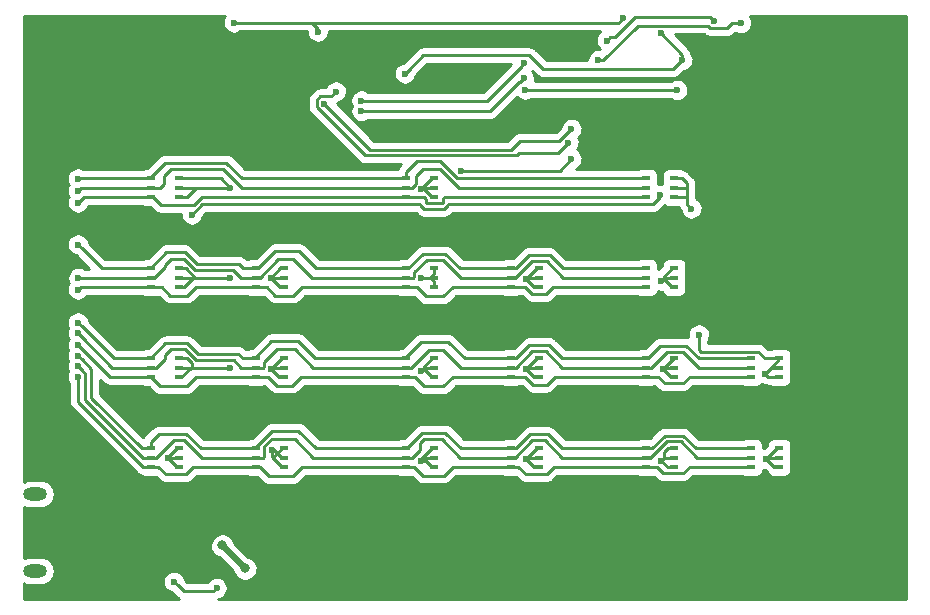
<source format=gbr>
G04 #@! TF.FileFunction,Copper,L2,Bot,Signal*
%FSLAX46Y46*%
G04 Gerber Fmt 4.6, Leading zero omitted, Abs format (unit mm)*
G04 Created by KiCad (PCBNEW 4.0.4-stable) date Saturday, September 24, 2016 'PMt' 11:11:41 PM*
%MOMM*%
%LPD*%
G01*
G04 APERTURE LIST*
%ADD10C,0.100000*%
%ADD11C,0.800000*%
%ADD12R,0.800000X0.450000*%
%ADD13O,2.000000X1.120000*%
%ADD14C,0.600000*%
%ADD15C,0.500000*%
%ADD16C,0.250000*%
%ADD17C,0.254000*%
G04 APERTURE END LIST*
D10*
D11*
X176072800Y-104546400D03*
X174802800Y-104546400D03*
X140716000Y-111912400D03*
X141732000Y-111912400D03*
X120396000Y-144881600D03*
X120396000Y-145948400D03*
X107391200Y-149402800D03*
X107391200Y-148386800D03*
X107391200Y-147370800D03*
X132080000Y-149606000D03*
X146304000Y-145542000D03*
X143510000Y-145542000D03*
X143510000Y-144018000D03*
X146304000Y-144018000D03*
X106680000Y-106680000D03*
X107950000Y-106680000D03*
X174802800Y-103378000D03*
X176072800Y-103378000D03*
X175514000Y-114808000D03*
X174244000Y-114808000D03*
X161188400Y-107010200D03*
X160147000Y-108432600D03*
X148844000Y-109982000D03*
X150114000Y-109982000D03*
X116840000Y-135077200D03*
X115976400Y-135940800D03*
X113080800Y-142087600D03*
X114096800Y-142087600D03*
D12*
X137090000Y-117640000D03*
X137090000Y-116840000D03*
X137090000Y-116040000D03*
X134690000Y-117640000D03*
X134690000Y-116840000D03*
X134690000Y-116040000D03*
X124390000Y-125260000D03*
X124390000Y-124460000D03*
X124390000Y-123660000D03*
X121990000Y-125260000D03*
X121990000Y-124460000D03*
X121990000Y-123660000D03*
X124390000Y-132880000D03*
X124390000Y-132080000D03*
X124390000Y-131280000D03*
X121990000Y-132880000D03*
X121990000Y-132080000D03*
X121990000Y-131280000D03*
X124390000Y-140500000D03*
X124390000Y-139700000D03*
X124390000Y-138900000D03*
X121990000Y-140500000D03*
X121990000Y-139700000D03*
X121990000Y-138900000D03*
X115500000Y-117640000D03*
X115500000Y-116840000D03*
X115500000Y-116040000D03*
X113100000Y-117640000D03*
X113100000Y-116840000D03*
X113100000Y-116040000D03*
X115500000Y-125260000D03*
X115500000Y-124460000D03*
X115500000Y-123660000D03*
X113100000Y-125260000D03*
X113100000Y-124460000D03*
X113100000Y-123660000D03*
X115500000Y-132880000D03*
X115500000Y-132080000D03*
X115500000Y-131280000D03*
X113100000Y-132880000D03*
X113100000Y-132080000D03*
X113100000Y-131280000D03*
X115500000Y-140500000D03*
X115500000Y-139700000D03*
X115500000Y-138900000D03*
X113100000Y-140500000D03*
X113100000Y-139700000D03*
X113100000Y-138900000D03*
X145980000Y-125260000D03*
X145980000Y-124460000D03*
X145980000Y-123660000D03*
X143580000Y-125260000D03*
X143580000Y-124460000D03*
X143580000Y-123660000D03*
X145980000Y-132880000D03*
X145980000Y-132080000D03*
X145980000Y-131280000D03*
X143580000Y-132880000D03*
X143580000Y-132080000D03*
X143580000Y-131280000D03*
X145980000Y-140500000D03*
X145980000Y-139700000D03*
X145980000Y-138900000D03*
X143580000Y-140500000D03*
X143580000Y-139700000D03*
X143580000Y-138900000D03*
X137090000Y-125260000D03*
X137090000Y-124460000D03*
X137090000Y-123660000D03*
X134690000Y-125260000D03*
X134690000Y-124460000D03*
X134690000Y-123660000D03*
X137090000Y-132880000D03*
X137090000Y-132080000D03*
X137090000Y-131280000D03*
X134690000Y-132880000D03*
X134690000Y-132080000D03*
X134690000Y-131280000D03*
X137090000Y-140500000D03*
X137090000Y-139700000D03*
X137090000Y-138900000D03*
X134690000Y-140500000D03*
X134690000Y-139700000D03*
X134690000Y-138900000D03*
X166300000Y-132880000D03*
X166300000Y-132080000D03*
X166300000Y-131280000D03*
X163900000Y-132880000D03*
X163900000Y-132080000D03*
X163900000Y-131280000D03*
X166300000Y-140500000D03*
X166300000Y-139700000D03*
X166300000Y-138900000D03*
X163900000Y-140500000D03*
X163900000Y-139700000D03*
X163900000Y-138900000D03*
X157410000Y-117640000D03*
X157410000Y-116840000D03*
X157410000Y-116040000D03*
X155010000Y-117640000D03*
X155010000Y-116840000D03*
X155010000Y-116040000D03*
X157410000Y-125260000D03*
X157410000Y-124460000D03*
X157410000Y-123660000D03*
X155010000Y-125260000D03*
X155010000Y-124460000D03*
X155010000Y-123660000D03*
X157410000Y-132880000D03*
X157410000Y-132080000D03*
X157410000Y-131280000D03*
X155010000Y-132880000D03*
X155010000Y-132080000D03*
X155010000Y-131280000D03*
X157410000Y-140500000D03*
X157410000Y-139700000D03*
X157410000Y-138900000D03*
X155010000Y-140500000D03*
X155010000Y-139700000D03*
X155010000Y-138900000D03*
D13*
X103324000Y-142795000D03*
X103324000Y-149305000D03*
D11*
X121099865Y-149090665D03*
X119151698Y-147142498D03*
D14*
X116789200Y-150164800D03*
X153111200Y-102463598D03*
X120142000Y-102870000D03*
X127254000Y-103645502D03*
X144678400Y-107594400D03*
X115062000Y-150215600D03*
X118678949Y-150733749D03*
X130937000Y-110363000D03*
X144729200Y-106324400D03*
X130937000Y-109474000D03*
X144907000Y-124586994D03*
X144907000Y-132207000D03*
X144907000Y-139827000D03*
X156464000Y-132207000D03*
X156337000Y-139954000D03*
X158877000Y-118618000D03*
X156337000Y-124714006D03*
X106934000Y-132842000D03*
X106934000Y-131953000D03*
X106934000Y-131064000D03*
X106934000Y-130175000D03*
X106934000Y-129159000D03*
X106934000Y-128270000D03*
X106934000Y-125476000D03*
X106963449Y-124489449D03*
X106933996Y-121666000D03*
X106934000Y-118109992D03*
X106934000Y-117094000D03*
X106934000Y-116078000D03*
X159512000Y-129286000D03*
X165099994Y-132588000D03*
X165227000Y-139827000D03*
X136017000Y-116967000D03*
X136017000Y-124460004D03*
X136017004Y-132334000D03*
X136017000Y-139953998D03*
X114554000Y-139699990D03*
X119824500Y-132080000D03*
X119824500Y-124460000D03*
X119824500Y-116840000D03*
X123340018Y-139031411D03*
X123317000Y-132207002D03*
X123238480Y-124486481D03*
X156278664Y-103784400D03*
X134620000Y-107188000D03*
X158115000Y-106045000D03*
X160782000Y-102717600D03*
X151701500Y-104395032D03*
X163068000Y-102920800D03*
X151003000Y-106045000D03*
X157683200Y-108585000D03*
X144780000Y-108559600D03*
X127762000Y-109728000D03*
X148717000Y-111887000D03*
X148463000Y-113030000D03*
X128778000Y-108712000D03*
X156181500Y-117484990D03*
X116586000Y-119126000D03*
X139338735Y-115423265D03*
X148717000Y-114427000D03*
D15*
X119151698Y-147142498D02*
X121099865Y-149090665D01*
X119380000Y-147370800D02*
X119151698Y-147142498D01*
D16*
X152811201Y-102763597D02*
X153111200Y-102463598D01*
X152704798Y-102870000D02*
X152811201Y-102763597D01*
X120142000Y-102870000D02*
X152704798Y-102870000D01*
X127254000Y-103645502D02*
X127254000Y-103378000D01*
X127254000Y-103378000D02*
X126746000Y-102870000D01*
X126746000Y-102870000D02*
X120142000Y-102870000D01*
X144378401Y-107894399D02*
X144678400Y-107594400D01*
X141848396Y-110363000D02*
X144316997Y-107894399D01*
X144316997Y-107894399D02*
X144378401Y-107894399D01*
X130937000Y-110363000D02*
X141848396Y-110363000D01*
X115361999Y-150515599D02*
X115062000Y-150215600D01*
X115880148Y-151033748D02*
X115361999Y-150515599D01*
X118678949Y-150733749D02*
X118378950Y-151033748D01*
X118378950Y-151033748D02*
X115880148Y-151033748D01*
X144429201Y-106624399D02*
X144729200Y-106324400D01*
X130937000Y-109474000D02*
X141579600Y-109474000D01*
X141579600Y-109474000D02*
X144429201Y-106624399D01*
X145980000Y-123660000D02*
X145833994Y-123660000D01*
X145833994Y-123660000D02*
X144907000Y-124586994D01*
X145980000Y-125260000D02*
X145580006Y-125260000D01*
X145580006Y-125260000D02*
X144907000Y-124586994D01*
X145980000Y-124460000D02*
X145033994Y-124460000D01*
X145033994Y-124460000D02*
X144907000Y-124586994D01*
X145980000Y-131280000D02*
X145834000Y-131280000D01*
X145834000Y-131280000D02*
X144907000Y-132207000D01*
X145980000Y-132880000D02*
X145580000Y-132880000D01*
X145580000Y-132880000D02*
X144907000Y-132207000D01*
X145980000Y-132080000D02*
X145034000Y-132080000D01*
X145034000Y-132080000D02*
X144907000Y-132207000D01*
X145980000Y-138900000D02*
X145834000Y-138900000D01*
X145834000Y-138900000D02*
X144907000Y-139827000D01*
X145980000Y-139700000D02*
X145034000Y-139700000D01*
X145034000Y-139700000D02*
X144907000Y-139827000D01*
X145980000Y-140500000D02*
X145580000Y-140500000D01*
X145580000Y-140500000D02*
X144907000Y-139827000D01*
X157410000Y-131280000D02*
X157391000Y-131280000D01*
X157391000Y-131280000D02*
X156464000Y-132207000D01*
X157410000Y-132880000D02*
X157137000Y-132880000D01*
X157137000Y-132880000D02*
X156464000Y-132207000D01*
X157410000Y-132080000D02*
X156591000Y-132080000D01*
X156591000Y-132080000D02*
X156464000Y-132207000D01*
X157410000Y-140500000D02*
X156883000Y-140500000D01*
X156883000Y-140500000D02*
X156337000Y-139954000D01*
X156883000Y-138900000D02*
X156591000Y-139192000D01*
X156591000Y-139192000D02*
X156591000Y-139700000D01*
X157410000Y-138900000D02*
X156883000Y-138900000D01*
X157410000Y-139700000D02*
X156591000Y-139700000D01*
X156591000Y-139700000D02*
X156337000Y-139954000D01*
X157410000Y-123660000D02*
X157235000Y-123660000D01*
X156509999Y-124541001D02*
X156337000Y-124714000D01*
X156337000Y-124714000D02*
X156337000Y-124714006D01*
X156509999Y-124534999D02*
X156509999Y-124541001D01*
X157410000Y-125260000D02*
X157235000Y-125260000D01*
X157410000Y-124460000D02*
X156591000Y-124460000D01*
X156591000Y-124460000D02*
X156509999Y-124541001D01*
X156435000Y-124460000D02*
X156509999Y-124534999D01*
X157235000Y-125260000D02*
X156435000Y-124460000D01*
X157235000Y-123660000D02*
X156435000Y-124460000D01*
X158496000Y-118237000D02*
X158496000Y-117665500D01*
X158496000Y-117665500D02*
X158470500Y-117640000D01*
X158496000Y-118237000D02*
X158877000Y-118618000D01*
X158496000Y-116459000D02*
X158496000Y-116840000D01*
X158496000Y-116840000D02*
X158496000Y-117665500D01*
X157410000Y-116840000D02*
X158496000Y-116840000D01*
X157410000Y-116040000D02*
X158077000Y-116040000D01*
X158077000Y-116040000D02*
X158496000Y-116459000D01*
X157410000Y-117640000D02*
X158470500Y-117640000D01*
X123126500Y-141287500D02*
X125122496Y-141287500D01*
X106934000Y-133266264D02*
X106934000Y-132842000D01*
X106934000Y-134984000D02*
X106934000Y-133266264D01*
X112450000Y-140500000D02*
X106934000Y-134984000D01*
X113100000Y-140500000D02*
X112450000Y-140500000D01*
X121990000Y-140500000D02*
X122339000Y-140500000D01*
X122339000Y-140500000D02*
X123126500Y-141287500D01*
X125122496Y-141287500D02*
X125937998Y-140471998D01*
X125937998Y-140471998D02*
X134661998Y-140471998D01*
X134661998Y-140471998D02*
X134690000Y-140500000D01*
X155010000Y-140500000D02*
X155930500Y-140500000D01*
X155930500Y-140500000D02*
X156480501Y-141050001D01*
X156480501Y-141050001D02*
X158161999Y-141050001D01*
X158161999Y-141050001D02*
X158712000Y-140500000D01*
X158712000Y-140500000D02*
X163900000Y-140500000D01*
X143580000Y-140500000D02*
X144230000Y-140500000D01*
X146621500Y-141097000D02*
X147218500Y-140500000D01*
X144827000Y-141097000D02*
X146621500Y-141097000D01*
X144230000Y-140500000D02*
X144827000Y-141097000D01*
X147218500Y-140500000D02*
X155010000Y-140500000D01*
X121990000Y-140500000D02*
X116675000Y-140500000D01*
X116675000Y-140500000D02*
X116078000Y-141097000D01*
X116078000Y-141097000D02*
X114347000Y-141097000D01*
X114347000Y-141097000D02*
X113750000Y-140500000D01*
X113750000Y-140500000D02*
X113100000Y-140500000D01*
X134690000Y-140500000D02*
X135420000Y-140500000D01*
X138646000Y-140500000D02*
X143580000Y-140500000D01*
X137922000Y-141224000D02*
X138646000Y-140500000D01*
X136144000Y-141224000D02*
X137922000Y-141224000D01*
X135420000Y-140500000D02*
X136144000Y-141224000D01*
X107233999Y-132252999D02*
X106934000Y-131953000D01*
X112450000Y-139700000D02*
X107569000Y-134819000D01*
X107569000Y-132588000D02*
X107233999Y-132252999D01*
X113100000Y-139700000D02*
X112450000Y-139700000D01*
X107569000Y-134819000D02*
X107569000Y-132588000D01*
X122640000Y-139700000D02*
X121990000Y-139700000D01*
X122715001Y-139624999D02*
X122640000Y-139700000D01*
X134690000Y-139700000D02*
X126873000Y-139700000D01*
X122715001Y-138741971D02*
X122715001Y-139624999D01*
X126873000Y-139700000D02*
X125285500Y-138112500D01*
X123344472Y-138112500D02*
X122715001Y-138741971D01*
X125285500Y-138112500D02*
X123344472Y-138112500D01*
X159383590Y-139700000D02*
X163900000Y-139700000D01*
X155384500Y-139700000D02*
X156781499Y-138303001D01*
X155010000Y-139700000D02*
X155384500Y-139700000D01*
X156781499Y-138303001D02*
X157986591Y-138303001D01*
X157986591Y-138303001D02*
X159383590Y-139700000D01*
X147955000Y-139700000D02*
X155010000Y-139700000D01*
X145415000Y-138239500D02*
X146494500Y-138239500D01*
X143580000Y-139700000D02*
X143954500Y-139700000D01*
X146494500Y-138239500D02*
X147955000Y-139700000D01*
X143954500Y-139700000D02*
X145415000Y-138239500D01*
X134690000Y-139700000D02*
X135218996Y-139700000D01*
X139319000Y-139700000D02*
X143580000Y-139700000D01*
X135218996Y-139700000D02*
X135890000Y-139028996D01*
X135890000Y-139028996D02*
X135890000Y-138493500D01*
X136271000Y-138112500D02*
X137731500Y-138112500D01*
X137731500Y-138112500D02*
X139319000Y-139700000D01*
X135890000Y-138493500D02*
X136271000Y-138112500D01*
X115025996Y-138176000D02*
X115949590Y-138176000D01*
X113501996Y-139700000D02*
X115025996Y-138176000D01*
X117473590Y-139700000D02*
X121990000Y-139700000D01*
X113100000Y-139700000D02*
X113501996Y-139700000D01*
X115949590Y-138176000D02*
X117473590Y-139700000D01*
X113100000Y-138900000D02*
X112357000Y-138900000D01*
X112357000Y-138900000D02*
X108077000Y-134620000D01*
X108077000Y-134620000D02*
X108077000Y-132207000D01*
X108077000Y-132207000D02*
X107233999Y-131363999D01*
X107233999Y-131363999D02*
X106934000Y-131064000D01*
X158172990Y-137852990D02*
X159220000Y-138900000D01*
X155010000Y-138900000D02*
X155548090Y-138900000D01*
X155548090Y-138900000D02*
X156595100Y-137852990D01*
X156595100Y-137852990D02*
X158172990Y-137852990D01*
X159220000Y-138900000D02*
X163900000Y-138900000D01*
X113792000Y-137668000D02*
X113100000Y-138360000D01*
X121990000Y-138900000D02*
X117310000Y-138900000D01*
X116078000Y-137668000D02*
X113792000Y-137668000D01*
X117310000Y-138900000D02*
X116078000Y-137668000D01*
X113100000Y-138360000D02*
X113100000Y-138900000D01*
X143580000Y-138900000D02*
X144056000Y-138900000D01*
X147917000Y-138900000D02*
X155010000Y-138900000D01*
X146748500Y-137731500D02*
X147917000Y-138900000D01*
X145224500Y-137731500D02*
X146748500Y-137731500D01*
X144056000Y-138900000D02*
X145224500Y-137731500D01*
X134690000Y-138900000D02*
X134785000Y-138900000D01*
X134785000Y-138900000D02*
X136080500Y-137604500D01*
X139344500Y-138900000D02*
X143580000Y-138900000D01*
X138049000Y-137604500D02*
X139344500Y-138900000D01*
X136080500Y-137604500D02*
X138049000Y-137604500D01*
X121990000Y-138900000D02*
X121990000Y-138804500D01*
X121990000Y-138804500D02*
X123380500Y-137414000D01*
X127089000Y-138900000D02*
X134690000Y-138900000D01*
X125603000Y-137414000D02*
X127089000Y-138900000D01*
X123380500Y-137414000D02*
X125603000Y-137414000D01*
X107233999Y-130474999D02*
X106934000Y-130175000D01*
X109639000Y-132880000D02*
X107233999Y-130474999D01*
X113100000Y-132880000D02*
X109639000Y-132880000D01*
X155010000Y-132880000D02*
X156057500Y-132880000D01*
X156057500Y-132880000D02*
X156607501Y-133430001D01*
X156607501Y-133430001D02*
X158161999Y-133430001D01*
X158161999Y-133430001D02*
X158712000Y-132880000D01*
X158712000Y-132880000D02*
X163900000Y-132880000D01*
X121990000Y-132880000D02*
X116929000Y-132880000D01*
X116929000Y-132880000D02*
X116141500Y-133667500D01*
X116141500Y-133667500D02*
X113919000Y-133667500D01*
X113919000Y-133667500D02*
X113131500Y-132880000D01*
X113131500Y-132880000D02*
X113100000Y-132880000D01*
X143580000Y-132880000D02*
X144818000Y-132880000D01*
X147282000Y-132880000D02*
X155010000Y-132880000D01*
X146621500Y-133540500D02*
X147282000Y-132880000D01*
X145478500Y-133540500D02*
X146621500Y-133540500D01*
X144818000Y-132880000D02*
X145478500Y-133540500D01*
X134690000Y-132880000D02*
X135483500Y-132880000D01*
X138646000Y-132880000D02*
X143580000Y-132880000D01*
X137858500Y-133667500D02*
X138646000Y-132880000D01*
X136271000Y-133667500D02*
X137858500Y-133667500D01*
X135483500Y-132880000D02*
X136271000Y-133667500D01*
X121990000Y-132880000D02*
X123037500Y-132880000D01*
X125819000Y-132880000D02*
X134690000Y-132880000D01*
X125095000Y-133604000D02*
X125819000Y-132880000D01*
X123761500Y-133604000D02*
X125095000Y-133604000D01*
X123037500Y-132880000D02*
X123761500Y-133604000D01*
X107233999Y-129458999D02*
X106934000Y-129159000D01*
X109855000Y-132080000D02*
X107233999Y-129458999D01*
X113100000Y-132080000D02*
X109855000Y-132080000D01*
X155010000Y-132080000D02*
X155448000Y-132080000D01*
X155448000Y-132080000D02*
X156798001Y-130729999D01*
X156798001Y-130729999D02*
X158161999Y-130729999D01*
X158161999Y-130729999D02*
X159512000Y-132080000D01*
X159512000Y-132080000D02*
X163900000Y-132080000D01*
X121990000Y-132080000D02*
X120749502Y-132080000D01*
X120749502Y-132080000D02*
X120114502Y-131445000D01*
X120114502Y-131445000D02*
X116967000Y-131445000D01*
X114300000Y-131318000D02*
X113538000Y-132080000D01*
X116967000Y-131445000D02*
X116014500Y-130492500D01*
X116014500Y-130492500D02*
X114808000Y-130492500D01*
X114808000Y-130492500D02*
X114300000Y-131000500D01*
X114300000Y-131000500D02*
X114300000Y-131318000D01*
X113538000Y-132080000D02*
X113100000Y-132080000D01*
X143580000Y-132080000D02*
X144018000Y-132080000D01*
X146558000Y-130683000D02*
X147955000Y-132080000D01*
X144018000Y-132080000D02*
X145415000Y-130683000D01*
X147955000Y-132080000D02*
X155010000Y-132080000D01*
X145415000Y-130683000D02*
X146558000Y-130683000D01*
X136615998Y-130556000D02*
X137858500Y-130556000D01*
X139382500Y-132080000D02*
X143580000Y-132080000D01*
X135091998Y-132080000D02*
X136615998Y-130556000D01*
X134690000Y-132080000D02*
X135091998Y-132080000D01*
X137858500Y-130556000D02*
X139382500Y-132080000D01*
X134690000Y-132080000D02*
X126873000Y-132080000D01*
X122640000Y-132080000D02*
X121990000Y-132080000D01*
X126873000Y-132080000D02*
X125285500Y-130492500D01*
X125285500Y-130492500D02*
X123825000Y-130492500D01*
X122691998Y-132028002D02*
X122640000Y-132080000D01*
X122691998Y-131625502D02*
X122691998Y-132028002D01*
X123825000Y-130492500D02*
X122691998Y-131625502D01*
X107233999Y-128569999D02*
X106934000Y-128270000D01*
X109944000Y-131280000D02*
X107233999Y-128569999D01*
X113100000Y-131280000D02*
X109944000Y-131280000D01*
X155010000Y-131280000D02*
X155185000Y-131280000D01*
X155185000Y-131280000D02*
X156226500Y-130238500D01*
X156226500Y-130238500D02*
X158432500Y-130238500D01*
X158432500Y-130238500D02*
X159474000Y-131280000D01*
X159474000Y-131280000D02*
X163900000Y-131280000D01*
X113100000Y-131280000D02*
X113100000Y-131248000D01*
X113100000Y-131248000D02*
X114305509Y-130042491D01*
X120866000Y-131280000D02*
X121990000Y-131280000D01*
X114305509Y-130042491D02*
X116200901Y-130042491D01*
X116200901Y-130042491D02*
X117094705Y-130936295D01*
X117094705Y-130936295D02*
X120522295Y-130936295D01*
X120522295Y-130936295D02*
X120866000Y-131280000D01*
X143580000Y-131280000D02*
X144056000Y-131280000D01*
X147917000Y-131280000D02*
X155010000Y-131280000D01*
X146812000Y-130175000D02*
X147917000Y-131280000D01*
X145161000Y-130175000D02*
X146812000Y-130175000D01*
X144056000Y-131280000D02*
X145161000Y-130175000D01*
X134690000Y-131280000D02*
X134690000Y-131184500D01*
X134690000Y-131184500D02*
X135953500Y-129921000D01*
X139662000Y-131280000D02*
X143580000Y-131280000D01*
X138303000Y-129921000D02*
X139662000Y-131280000D01*
X135953500Y-129921000D02*
X138303000Y-129921000D01*
X121990000Y-131280000D02*
X121990000Y-131184500D01*
X121990000Y-131184500D02*
X123317000Y-129857500D01*
X127025500Y-131280000D02*
X134690000Y-131280000D01*
X125603000Y-129857500D02*
X127025500Y-131280000D01*
X123317000Y-129857500D02*
X125603000Y-129857500D01*
X107150000Y-125260000D02*
X106934000Y-125476000D01*
X113100000Y-125260000D02*
X107150000Y-125260000D01*
X121990000Y-125260000D02*
X116929000Y-125260000D01*
X116929000Y-125260000D02*
X116205000Y-125984000D01*
X116205000Y-125984000D02*
X114744500Y-125984000D01*
X114744500Y-125984000D02*
X114020500Y-125260000D01*
X114020500Y-125260000D02*
X113100000Y-125260000D01*
X143580000Y-125260000D02*
X144818000Y-125260000D01*
X147155000Y-125260000D02*
X155010000Y-125260000D01*
X146558000Y-125857000D02*
X147155000Y-125260000D01*
X145415000Y-125857000D02*
X146558000Y-125857000D01*
X144818000Y-125260000D02*
X145415000Y-125857000D01*
X134690000Y-125260000D02*
X135610500Y-125260000D01*
X138646000Y-125260000D02*
X143580000Y-125260000D01*
X137858500Y-126047500D02*
X138646000Y-125260000D01*
X136398000Y-126047500D02*
X137858500Y-126047500D01*
X135610500Y-125260000D02*
X136398000Y-126047500D01*
X121990000Y-125260000D02*
X122910500Y-125260000D01*
X125882500Y-125260000D02*
X134690000Y-125260000D01*
X125158500Y-125984000D02*
X125882500Y-125260000D01*
X123634500Y-125984000D02*
X125158500Y-125984000D01*
X122910500Y-125260000D02*
X123634500Y-125984000D01*
X113100000Y-124460000D02*
X106992898Y-124460000D01*
X106992898Y-124460000D02*
X106963449Y-124489449D01*
X113100000Y-124460000D02*
X113411000Y-124460000D01*
X113411000Y-124460000D02*
X114300000Y-123571000D01*
X114300000Y-123571000D02*
X114300000Y-123380500D01*
X114300000Y-123380500D02*
X114808000Y-122872500D01*
X114808000Y-122872500D02*
X115888910Y-122872500D01*
X115888910Y-122872500D02*
X116851409Y-123834999D01*
X116851409Y-123834999D02*
X120088499Y-123834999D01*
X120713500Y-124460000D02*
X121990000Y-124460000D01*
X120088499Y-123834999D02*
X120713500Y-124460000D01*
X145351500Y-123063000D02*
X146621500Y-123063000D01*
X143580000Y-124460000D02*
X143954500Y-124460000D01*
X148018500Y-124460000D02*
X155010000Y-124460000D01*
X146621500Y-123063000D02*
X148018500Y-124460000D01*
X143954500Y-124460000D02*
X145351500Y-123063000D01*
X136461500Y-122936000D02*
X137858500Y-122936000D01*
X135340000Y-124460000D02*
X135391999Y-124408001D01*
X135391999Y-124005501D02*
X136461500Y-122936000D01*
X139382500Y-124460000D02*
X143580000Y-124460000D01*
X135391999Y-124408001D02*
X135391999Y-124005501D01*
X134690000Y-124460000D02*
X135340000Y-124460000D01*
X137858500Y-122936000D02*
X139382500Y-124460000D01*
X125158500Y-122872500D02*
X126746000Y-124460000D01*
X121990000Y-124460000D02*
X122314999Y-124460000D01*
X126746000Y-124460000D02*
X134690000Y-124460000D01*
X122314999Y-124460000D02*
X123902499Y-122872500D01*
X123902499Y-122872500D02*
X125158500Y-122872500D01*
X108927996Y-123660000D02*
X107233995Y-121965999D01*
X107233995Y-121965999D02*
X106933996Y-121666000D01*
X113100000Y-123660000D02*
X108927996Y-123660000D01*
X114427000Y-122301000D02*
X113100000Y-123628000D01*
X120586500Y-123317000D02*
X116969820Y-123317000D01*
X116969820Y-123317000D02*
X115953820Y-122301000D01*
X115953820Y-122301000D02*
X114427000Y-122301000D01*
X120929500Y-123660000D02*
X120586500Y-123317000D01*
X134690000Y-123660000D02*
X127089000Y-123660000D01*
X127089000Y-123660000D02*
X125666500Y-122237500D01*
X125666500Y-122237500D02*
X123634500Y-122237500D01*
X122212000Y-123660000D02*
X121990000Y-123660000D01*
X123634500Y-122237500D02*
X122212000Y-123660000D01*
X155010000Y-123660000D02*
X147980500Y-123660000D01*
X143992500Y-123660000D02*
X143580000Y-123660000D01*
X145097500Y-122555000D02*
X143992500Y-123660000D01*
X146875500Y-122555000D02*
X145097500Y-122555000D01*
X147980500Y-123660000D02*
X146875500Y-122555000D01*
X134690000Y-123660000D02*
X134912000Y-123660000D01*
X134912000Y-123660000D02*
X136144000Y-122428000D01*
X139281000Y-123660000D02*
X143580000Y-123660000D01*
X138049000Y-122428000D02*
X139281000Y-123660000D01*
X136144000Y-122428000D02*
X138049000Y-122428000D01*
X121990000Y-123660000D02*
X120929500Y-123660000D01*
X113100000Y-123660000D02*
X113100000Y-123628000D01*
X107403992Y-117640000D02*
X107233999Y-117809993D01*
X107233999Y-117809993D02*
X106934000Y-118109992D01*
X113100000Y-117640000D02*
X107403992Y-117640000D01*
X137961990Y-117640000D02*
X155010000Y-117640000D01*
X137815001Y-118125001D02*
X137815001Y-117786989D01*
X136429999Y-118190001D02*
X137750001Y-118190001D01*
X136364999Y-118125001D02*
X136429999Y-118190001D01*
X134690000Y-117640000D02*
X136218010Y-117640000D01*
X136364999Y-117786989D02*
X136364999Y-118125001D01*
X136218010Y-117640000D02*
X136364999Y-117786989D01*
X116780600Y-118294989D02*
X117435589Y-117640000D01*
X137750001Y-118190001D02*
X137815001Y-118125001D01*
X137815001Y-117786989D02*
X137961990Y-117640000D01*
X117435589Y-117640000D02*
X134690000Y-117640000D01*
X113929989Y-118294989D02*
X116780600Y-118294989D01*
X113275000Y-117640000D02*
X113929989Y-118294989D01*
X113100000Y-117640000D02*
X113275000Y-117640000D01*
X113100000Y-116840000D02*
X107188000Y-116840000D01*
X107188000Y-116840000D02*
X106934000Y-117094000D01*
X135518999Y-116539999D02*
X135218998Y-116840000D01*
X135518999Y-115877501D02*
X135518999Y-116539999D01*
X136144000Y-115252500D02*
X135518999Y-115877501D01*
X137606557Y-115252500D02*
X136144000Y-115252500D01*
X155010000Y-116840000D02*
X139194057Y-116840000D01*
X135218998Y-116840000D02*
X134690000Y-116840000D01*
X139194057Y-116840000D02*
X137606557Y-115252500D01*
X134690000Y-116840000D02*
X120840500Y-116840000D01*
X120840500Y-116840000D02*
X119253000Y-115252500D01*
X119253000Y-115252500D02*
X114808000Y-115252500D01*
X114808000Y-115252500D02*
X114236500Y-115824000D01*
X114236500Y-115824000D02*
X114236500Y-116522500D01*
X114236500Y-116522500D02*
X113919000Y-116840000D01*
X113919000Y-116840000D02*
X113100000Y-116840000D01*
X113100000Y-116040000D02*
X106972000Y-116040000D01*
X106972000Y-116040000D02*
X106934000Y-116078000D01*
X139647002Y-116040000D02*
X154360000Y-116040000D01*
X139638736Y-116048266D02*
X139647002Y-116040000D01*
X139038734Y-116048266D02*
X139638736Y-116048266D01*
X134690000Y-116040000D02*
X134690000Y-115565000D01*
X154360000Y-116040000D02*
X155010000Y-116040000D01*
X137607968Y-114617500D02*
X139038734Y-116048266D01*
X135637500Y-114617500D02*
X137607968Y-114617500D01*
X134690000Y-115565000D02*
X135637500Y-114617500D01*
X113100000Y-116040000D02*
X113100000Y-115944500D01*
X113100000Y-115944500D02*
X114300000Y-114744500D01*
X120802500Y-116040000D02*
X134690000Y-116040000D01*
X119507000Y-114744500D02*
X120802500Y-116040000D01*
X114300000Y-114744500D02*
X119507000Y-114744500D01*
X113100000Y-116040000D02*
X113131500Y-116040000D01*
X159512000Y-129286000D02*
X159512000Y-130556000D01*
X159512000Y-130556000D02*
X159685999Y-130729999D01*
X159685999Y-130729999D02*
X164511999Y-130729999D01*
X164511999Y-130729999D02*
X165062000Y-131280000D01*
X165062000Y-131280000D02*
X166300000Y-131280000D01*
X165607994Y-132080000D02*
X165099994Y-132588000D01*
X165391994Y-132880000D02*
X165099994Y-132588000D01*
X166300000Y-140500000D02*
X165900000Y-140500000D01*
X165900000Y-140500000D02*
X165227000Y-139827000D01*
X166300000Y-139700000D02*
X165354000Y-139700000D01*
X165354000Y-139700000D02*
X165227000Y-139827000D01*
X166300000Y-131280000D02*
X166300000Y-131387994D01*
X166300000Y-131387994D02*
X165099994Y-132588000D01*
X166300000Y-132080000D02*
X165607994Y-132080000D01*
X166300000Y-132880000D02*
X165391994Y-132880000D01*
X166125000Y-138900000D02*
X165227000Y-139798000D01*
X166300000Y-138900000D02*
X166125000Y-138900000D01*
X165227000Y-139798000D02*
X165227000Y-139827000D01*
X136915000Y-117640000D02*
X136242000Y-116967000D01*
X137090000Y-116840000D02*
X136144000Y-116840000D01*
X137090000Y-117640000D02*
X136915000Y-117640000D01*
X136017000Y-116938000D02*
X136017000Y-116967000D01*
X136144000Y-116840000D02*
X136017000Y-116967000D01*
X136915000Y-116040000D02*
X136017000Y-116938000D01*
X137090000Y-116040000D02*
X136915000Y-116040000D01*
X136242000Y-116967000D02*
X136017000Y-116967000D01*
X136765000Y-124460000D02*
X136764996Y-124460004D01*
X137090000Y-125260000D02*
X137090000Y-124785000D01*
X136017004Y-124460000D02*
X136017000Y-124460004D01*
X137090000Y-124460000D02*
X136017004Y-124460000D01*
X136764996Y-124460004D02*
X136017000Y-124460004D01*
X137090000Y-124785000D02*
X136765000Y-124460000D01*
X137090000Y-124135000D02*
X136765000Y-124460000D01*
X137090000Y-123660000D02*
X137090000Y-124135000D01*
X136271004Y-132080000D02*
X136017004Y-132334000D01*
X136115000Y-132080000D02*
X136115000Y-132236004D01*
X137090000Y-132080000D02*
X136271004Y-132080000D01*
X137090000Y-131280000D02*
X136915000Y-131280000D01*
X137090000Y-132880000D02*
X136915000Y-132880000D01*
X136115000Y-132236004D02*
X136017004Y-132334000D01*
X136915000Y-132880000D02*
X136115000Y-132080000D01*
X136915000Y-131280000D02*
X136115000Y-132080000D01*
X136368998Y-139953998D02*
X136017000Y-139953998D01*
X137090000Y-139700000D02*
X136270998Y-139700000D01*
X136017000Y-139798000D02*
X136017000Y-139953998D01*
X136915000Y-138900000D02*
X136017000Y-139798000D01*
X137090000Y-138900000D02*
X136915000Y-138900000D01*
X136270998Y-139700000D02*
X136017000Y-139953998D01*
X137090000Y-140500000D02*
X136915000Y-140500000D01*
X136915000Y-140500000D02*
X136368998Y-139953998D01*
X115325000Y-140500000D02*
X114554000Y-139729000D01*
X115500000Y-140500000D02*
X115325000Y-140500000D01*
X115325000Y-138900000D02*
X114554000Y-139671000D01*
X115500000Y-138900000D02*
X115325000Y-138900000D01*
X114554000Y-139729000D02*
X114554000Y-139699990D01*
X114554000Y-139671000D02*
X114554000Y-139699990D01*
X114554010Y-139700000D02*
X114554000Y-139699990D01*
X115500000Y-139700000D02*
X114554010Y-139700000D01*
X115500000Y-124460000D02*
X116713000Y-124460000D01*
X115500000Y-123660000D02*
X116040000Y-123660000D01*
X116040000Y-123660000D02*
X116840000Y-124460000D01*
X116840000Y-124460000D02*
X119824500Y-124460000D01*
X119824500Y-124460000D02*
X116713000Y-124460000D01*
X116713000Y-124460000D02*
X115913000Y-125260000D01*
X115913000Y-125260000D02*
X115500000Y-125260000D01*
X115500000Y-131280000D02*
X116150000Y-131280000D01*
X116150000Y-131280000D02*
X116586000Y-131716000D01*
X116586000Y-131716000D02*
X116586000Y-132080000D01*
X119824500Y-132080000D02*
X116586000Y-132080000D01*
X116586000Y-132080000D02*
X115500000Y-132080000D01*
X115500000Y-132880000D02*
X115675000Y-132880000D01*
X115675000Y-132880000D02*
X116475000Y-132080000D01*
X116475000Y-132080000D02*
X116586000Y-132080000D01*
X116950000Y-116840000D02*
X119824500Y-116840000D01*
X116150000Y-117640000D02*
X116950000Y-116840000D01*
X115500000Y-117640000D02*
X116150000Y-117640000D01*
X115500000Y-116040000D02*
X119024500Y-116040000D01*
X119024500Y-116040000D02*
X119824500Y-116840000D01*
X119824500Y-116840000D02*
X115500000Y-116840000D01*
X123340018Y-139625018D02*
X123340018Y-139031411D01*
X123415000Y-139700000D02*
X123340018Y-139625018D01*
X124215000Y-139700000D02*
X123546411Y-139031411D01*
X124390000Y-139700000D02*
X124215000Y-139700000D01*
X123546411Y-139031411D02*
X123340018Y-139031411D01*
X124390000Y-138900000D02*
X124215000Y-138900000D01*
X124215000Y-140500000D02*
X123415000Y-139700000D01*
X124215000Y-138900000D02*
X123415000Y-139700000D01*
X124390000Y-140500000D02*
X124215000Y-140500000D01*
X124390000Y-123660000D02*
X124064961Y-123660000D01*
X124064961Y-123660000D02*
X123238480Y-124486481D01*
X124390000Y-125260000D02*
X124011999Y-125260000D01*
X124011999Y-125260000D02*
X123238480Y-124486481D01*
X124390000Y-124460000D02*
X123264961Y-124460000D01*
X123264961Y-124460000D02*
X123238480Y-124486481D01*
X124390000Y-132880000D02*
X123989998Y-132880000D01*
X123989998Y-132880000D02*
X123317000Y-132207002D01*
X124390000Y-131280000D02*
X124244002Y-131280000D01*
X124244002Y-131280000D02*
X123317000Y-132207002D01*
X124390000Y-132080000D02*
X123444002Y-132080000D01*
X123444002Y-132080000D02*
X123317000Y-132207002D01*
X157353000Y-106807000D02*
X146289204Y-106807000D01*
X146289204Y-106807000D02*
X145130802Y-105648598D01*
X158115000Y-106045000D02*
X157353000Y-106807000D01*
X145130802Y-105648598D02*
X136159402Y-105648598D01*
X136159402Y-105648598D02*
X134919999Y-106888001D01*
X134919999Y-106888001D02*
X134620000Y-107188000D01*
X158115000Y-106045000D02*
X158115000Y-105620736D01*
X158115000Y-105620736D02*
X156278664Y-103784400D01*
X154082203Y-102417601D02*
X160482001Y-102417601D01*
X160482001Y-102417601D02*
X160782000Y-102717600D01*
X152001499Y-104095033D02*
X152404771Y-104095033D01*
X151701500Y-104395032D02*
X152001499Y-104095033D01*
X152404771Y-104095033D02*
X154082203Y-102417601D01*
X151003000Y-106045000D02*
X151427264Y-106045000D01*
X151427264Y-106045000D02*
X154348264Y-103124000D01*
X154348264Y-103124000D02*
X160263398Y-103124000D01*
X160263398Y-103124000D02*
X160481999Y-103342601D01*
X161884199Y-103342601D02*
X162306000Y-102920800D01*
X160481999Y-103342601D02*
X161884199Y-103342601D01*
X162306000Y-102920800D02*
X163068000Y-102920800D01*
X157657800Y-108559600D02*
X157683200Y-108585000D01*
X144780000Y-108559600D02*
X157657800Y-108559600D01*
X131699000Y-113665000D02*
X143593736Y-113665000D01*
X127762000Y-109728000D02*
X131699000Y-113665000D01*
X147701000Y-112903000D02*
X148717000Y-111887000D01*
X144355736Y-112903000D02*
X147701000Y-112903000D01*
X144355736Y-112903000D02*
X143593736Y-113665000D01*
X147574000Y-113919000D02*
X148463000Y-113030000D01*
X144272000Y-113919000D02*
X147574000Y-113919000D01*
X128778000Y-108712000D02*
X128387001Y-109102999D01*
X128387001Y-109102999D02*
X127461999Y-109102999D01*
X144075990Y-114115010D02*
X144272000Y-113919000D01*
X127461999Y-109102999D02*
X127136999Y-109427999D01*
X127136999Y-110028001D02*
X131224008Y-114115010D01*
X127136999Y-109427999D02*
X127136999Y-110028001D01*
X131224008Y-114115010D02*
X144075990Y-114115010D01*
X156181500Y-117678502D02*
X156181500Y-117484990D01*
X138265012Y-118311401D02*
X138265012Y-118237000D01*
X135914988Y-118311401D02*
X136243599Y-118640012D01*
X137936401Y-118640012D02*
X138265012Y-118311401D01*
X117475000Y-118237000D02*
X135914988Y-118237000D01*
X155623002Y-118237000D02*
X156181500Y-117678502D01*
X116586000Y-119126000D02*
X117475000Y-118237000D01*
X135914988Y-118237000D02*
X135914988Y-118311401D01*
X138265012Y-118237000D02*
X155623002Y-118237000D01*
X136243599Y-118640012D02*
X137936401Y-118640012D01*
X147720735Y-115423265D02*
X139762999Y-115423265D01*
X139762999Y-115423265D02*
X139338735Y-115423265D01*
X148717000Y-114427000D02*
X147720735Y-115423265D01*
D17*
G36*
X119318689Y-102417381D02*
X119246454Y-102585916D01*
X119208331Y-102765272D01*
X119205771Y-102948617D01*
X119238872Y-103128968D01*
X119306372Y-103299454D01*
X119405701Y-103453583D01*
X119533076Y-103585484D01*
X119683644Y-103690131D01*
X119851671Y-103763540D01*
X120030757Y-103802915D01*
X120214079Y-103806755D01*
X120394657Y-103774914D01*
X120565610Y-103708606D01*
X120689473Y-103630000D01*
X126319085Y-103630000D01*
X126317771Y-103724119D01*
X126350872Y-103904470D01*
X126418372Y-104074956D01*
X126517701Y-104229085D01*
X126645076Y-104360986D01*
X126795644Y-104465633D01*
X126963671Y-104539042D01*
X127142757Y-104578417D01*
X127326079Y-104582257D01*
X127506657Y-104550416D01*
X127677610Y-104484108D01*
X127832429Y-104385857D01*
X127965215Y-104259406D01*
X128070911Y-104109572D01*
X128145492Y-103942062D01*
X128186116Y-103763256D01*
X128187976Y-103630000D01*
X151162953Y-103630000D01*
X151112791Y-103662825D01*
X150981783Y-103791118D01*
X150878189Y-103942413D01*
X150805954Y-104110948D01*
X150767831Y-104290304D01*
X150765271Y-104473649D01*
X150798372Y-104654000D01*
X150865872Y-104824486D01*
X150965201Y-104978615D01*
X151092576Y-105110516D01*
X151092644Y-105110563D01*
X150917849Y-105109343D01*
X150737733Y-105143701D01*
X150567722Y-105212390D01*
X150414291Y-105312793D01*
X150283283Y-105441086D01*
X150179689Y-105592381D01*
X150107454Y-105760916D01*
X150069331Y-105940272D01*
X150067841Y-106047000D01*
X146604006Y-106047000D01*
X145668203Y-105111197D01*
X145613947Y-105066630D01*
X145560177Y-105021512D01*
X145556676Y-105019587D01*
X145553587Y-105017050D01*
X145491735Y-104983885D01*
X145430198Y-104950055D01*
X145426386Y-104948846D01*
X145422867Y-104946959D01*
X145355771Y-104926446D01*
X145288815Y-104905206D01*
X145284843Y-104904760D01*
X145281021Y-104903592D01*
X145211153Y-104896495D01*
X145141413Y-104888672D01*
X145133608Y-104888618D01*
X145133455Y-104888602D01*
X145133312Y-104888616D01*
X145130802Y-104888598D01*
X136159402Y-104888598D01*
X136089517Y-104895450D01*
X136019600Y-104901567D01*
X136015762Y-104902682D01*
X136011784Y-104903072D01*
X135944602Y-104923355D01*
X135877163Y-104942948D01*
X135873612Y-104944789D01*
X135869789Y-104945943D01*
X135807828Y-104978888D01*
X135745477Y-105011208D01*
X135742354Y-105013701D01*
X135738824Y-105015578D01*
X135684391Y-105059973D01*
X135629557Y-105103746D01*
X135623998Y-105109228D01*
X135623880Y-105109324D01*
X135623790Y-105109433D01*
X135622001Y-105111197D01*
X134468128Y-106265070D01*
X134354733Y-106286701D01*
X134184722Y-106355390D01*
X134031291Y-106455793D01*
X133900283Y-106584086D01*
X133796689Y-106735381D01*
X133724454Y-106903916D01*
X133686331Y-107083272D01*
X133683771Y-107266617D01*
X133716872Y-107446968D01*
X133784372Y-107617454D01*
X133883701Y-107771583D01*
X134011076Y-107903484D01*
X134161644Y-108008131D01*
X134329671Y-108081540D01*
X134508757Y-108120915D01*
X134692079Y-108124755D01*
X134872657Y-108092914D01*
X135043610Y-108026606D01*
X135198429Y-107928355D01*
X135331215Y-107801904D01*
X135436911Y-107652070D01*
X135511492Y-107484560D01*
X135544786Y-107338016D01*
X136474204Y-106408598D01*
X143570200Y-106408598D01*
X141264798Y-108714000D01*
X131482378Y-108714000D01*
X131383860Y-108647549D01*
X131214825Y-108576493D01*
X131035207Y-108539623D01*
X130851849Y-108538343D01*
X130671733Y-108572701D01*
X130501722Y-108641390D01*
X130348291Y-108741793D01*
X130217283Y-108870086D01*
X130113689Y-109021381D01*
X130041454Y-109189916D01*
X130003331Y-109369272D01*
X130000771Y-109552617D01*
X130033872Y-109732968D01*
X130101372Y-109903454D01*
X130110552Y-109917699D01*
X130041454Y-110078916D01*
X130003331Y-110258272D01*
X130000771Y-110441617D01*
X130033872Y-110621968D01*
X130101372Y-110792454D01*
X130200701Y-110946583D01*
X130328076Y-111078484D01*
X130478644Y-111183131D01*
X130646671Y-111256540D01*
X130825757Y-111295915D01*
X131009079Y-111299755D01*
X131189657Y-111267914D01*
X131360610Y-111201606D01*
X131484473Y-111123000D01*
X141848396Y-111123000D01*
X141918273Y-111116149D01*
X141988199Y-111110031D01*
X141992037Y-111108916D01*
X141996014Y-111108526D01*
X142063217Y-111088236D01*
X142130636Y-111068649D01*
X142134184Y-111066810D01*
X142138009Y-111065655D01*
X142199987Y-111032701D01*
X142262321Y-111000390D01*
X142265444Y-110997897D01*
X142268974Y-110996020D01*
X142323383Y-110951645D01*
X142378242Y-110907852D01*
X142383802Y-110902369D01*
X142383918Y-110902274D01*
X142384007Y-110902166D01*
X142385797Y-110900401D01*
X144092491Y-109193707D01*
X144171076Y-109275084D01*
X144321644Y-109379731D01*
X144489671Y-109453140D01*
X144668757Y-109492515D01*
X144852079Y-109496355D01*
X145032657Y-109464514D01*
X145203610Y-109398206D01*
X145327473Y-109319600D01*
X157101780Y-109319600D01*
X157224844Y-109405131D01*
X157392871Y-109478540D01*
X157571957Y-109517915D01*
X157755279Y-109521755D01*
X157935857Y-109489914D01*
X158106810Y-109423606D01*
X158261629Y-109325355D01*
X158394415Y-109198904D01*
X158500111Y-109049070D01*
X158574692Y-108881560D01*
X158615316Y-108702754D01*
X158618240Y-108493319D01*
X158582625Y-108313448D01*
X158512750Y-108143920D01*
X158411279Y-107991193D01*
X158282075Y-107861084D01*
X158130060Y-107758549D01*
X157961025Y-107687493D01*
X157781407Y-107650623D01*
X157598049Y-107649343D01*
X157417933Y-107683701D01*
X157247922Y-107752390D01*
X157175778Y-107799600D01*
X145590649Y-107799600D01*
X145610516Y-107712154D01*
X145613440Y-107502719D01*
X145577825Y-107322848D01*
X145507950Y-107153320D01*
X145406479Y-107000593D01*
X145391182Y-106985189D01*
X145391903Y-106984501D01*
X145751803Y-107344401D01*
X145806059Y-107388968D01*
X145859829Y-107434086D01*
X145863330Y-107436011D01*
X145866419Y-107438548D01*
X145928306Y-107471732D01*
X145989808Y-107505543D01*
X145993616Y-107506751D01*
X145997139Y-107508640D01*
X146064281Y-107529167D01*
X146131191Y-107550392D01*
X146135163Y-107550838D01*
X146138985Y-107552006D01*
X146208853Y-107559103D01*
X146278593Y-107566926D01*
X146286398Y-107566980D01*
X146286551Y-107566996D01*
X146286694Y-107566982D01*
X146289204Y-107567000D01*
X157353000Y-107567000D01*
X157422877Y-107560149D01*
X157492803Y-107554031D01*
X157496641Y-107552916D01*
X157500618Y-107552526D01*
X157567821Y-107532236D01*
X157635240Y-107512649D01*
X157638788Y-107510810D01*
X157642613Y-107509655D01*
X157704591Y-107476701D01*
X157766925Y-107444390D01*
X157770048Y-107441897D01*
X157773578Y-107440020D01*
X157827987Y-107395645D01*
X157882846Y-107351852D01*
X157888406Y-107346369D01*
X157888522Y-107346274D01*
X157888611Y-107346166D01*
X157890401Y-107344401D01*
X158267169Y-106967633D01*
X158367657Y-106949914D01*
X158538610Y-106883606D01*
X158693429Y-106785355D01*
X158826215Y-106658904D01*
X158931911Y-106509070D01*
X159006492Y-106341560D01*
X159047116Y-106162754D01*
X159050040Y-105953319D01*
X159014425Y-105773448D01*
X158944550Y-105603920D01*
X158861404Y-105478774D01*
X158860916Y-105477095D01*
X158860526Y-105473118D01*
X158840236Y-105405915D01*
X158820649Y-105338496D01*
X158818810Y-105334948D01*
X158817655Y-105331123D01*
X158784691Y-105269126D01*
X158752389Y-105206810D01*
X158749897Y-105203689D01*
X158748020Y-105200158D01*
X158703641Y-105145743D01*
X158659852Y-105090890D01*
X158654369Y-105085330D01*
X158654274Y-105085214D01*
X158654166Y-105085125D01*
X158652401Y-105083335D01*
X157453066Y-103884000D01*
X159949464Y-103884000D01*
X159998879Y-103924589D01*
X160052624Y-103969687D01*
X160056125Y-103971612D01*
X160059214Y-103974149D01*
X160121066Y-104007314D01*
X160182603Y-104041144D01*
X160186415Y-104042353D01*
X160189934Y-104044240D01*
X160257042Y-104064757D01*
X160323986Y-104085993D01*
X160327957Y-104086438D01*
X160331779Y-104087607D01*
X160401609Y-104094700D01*
X160471388Y-104102527D01*
X160479203Y-104102582D01*
X160479346Y-104102596D01*
X160479479Y-104102583D01*
X160481999Y-104102601D01*
X161884199Y-104102601D01*
X161954076Y-104095750D01*
X162024002Y-104089632D01*
X162027840Y-104088517D01*
X162031817Y-104088127D01*
X162099020Y-104067837D01*
X162166439Y-104048250D01*
X162169987Y-104046411D01*
X162173812Y-104045256D01*
X162235790Y-104012302D01*
X162298124Y-103979991D01*
X162301247Y-103977498D01*
X162304777Y-103975621D01*
X162359186Y-103931246D01*
X162414045Y-103887453D01*
X162419605Y-103881970D01*
X162419721Y-103881875D01*
X162419810Y-103881767D01*
X162421600Y-103880002D01*
X162580752Y-103720850D01*
X162609644Y-103740931D01*
X162777671Y-103814340D01*
X162956757Y-103853715D01*
X163140079Y-103857555D01*
X163320657Y-103825714D01*
X163491610Y-103759406D01*
X163646429Y-103661155D01*
X163779215Y-103534704D01*
X163884911Y-103384870D01*
X163959492Y-103217360D01*
X164000116Y-103038554D01*
X164003040Y-102829119D01*
X163967425Y-102649248D01*
X163897550Y-102479720D01*
X163801399Y-102335000D01*
X177065000Y-102335000D01*
X177065000Y-151665000D01*
X118801696Y-151665000D01*
X118807062Y-151660624D01*
X118931606Y-151638663D01*
X119102559Y-151572355D01*
X119257378Y-151474104D01*
X119390164Y-151347653D01*
X119495860Y-151197819D01*
X119570441Y-151030309D01*
X119611065Y-150851503D01*
X119613989Y-150642068D01*
X119578374Y-150462197D01*
X119508499Y-150292669D01*
X119407028Y-150139942D01*
X119277824Y-150009833D01*
X119125809Y-149907298D01*
X118956774Y-149836242D01*
X118777156Y-149799372D01*
X118593798Y-149798092D01*
X118413682Y-149832450D01*
X118243671Y-149901139D01*
X118090240Y-150001542D01*
X117959232Y-150129835D01*
X117860693Y-150273748D01*
X116194950Y-150273748D01*
X115985169Y-150063967D01*
X115961425Y-149944048D01*
X115891550Y-149774520D01*
X115790079Y-149621793D01*
X115660875Y-149491684D01*
X115508860Y-149389149D01*
X115339825Y-149318093D01*
X115160207Y-149281223D01*
X114976849Y-149279943D01*
X114796733Y-149314301D01*
X114626722Y-149382990D01*
X114473291Y-149483393D01*
X114342283Y-149611686D01*
X114238689Y-149762981D01*
X114166454Y-149931516D01*
X114128331Y-150110872D01*
X114125771Y-150294217D01*
X114158872Y-150474568D01*
X114226372Y-150645054D01*
X114325701Y-150799183D01*
X114453076Y-150931084D01*
X114603644Y-151035731D01*
X114771671Y-151109140D01*
X114911477Y-151139879D01*
X115342747Y-151571149D01*
X115397003Y-151615716D01*
X115450773Y-151660834D01*
X115454274Y-151662759D01*
X115457003Y-151665000D01*
X102335000Y-151665000D01*
X102335000Y-150364704D01*
X102405328Y-150403367D01*
X102627635Y-150473886D01*
X102859404Y-150499884D01*
X102876089Y-150500000D01*
X103771911Y-150500000D01*
X104004021Y-150477241D01*
X104227290Y-150409833D01*
X104433214Y-150300341D01*
X104613949Y-150152937D01*
X104762611Y-149973236D01*
X104873537Y-149768081D01*
X104942503Y-149545288D01*
X104966882Y-149313343D01*
X104945744Y-149081079D01*
X104879896Y-148857345D01*
X104771844Y-148650662D01*
X104625706Y-148468902D01*
X104447047Y-148318989D01*
X104242672Y-148206633D01*
X104020365Y-148136114D01*
X103788596Y-148110116D01*
X103771911Y-148110000D01*
X102876089Y-148110000D01*
X102643979Y-148132759D01*
X102420710Y-148200167D01*
X102335000Y-148245740D01*
X102335000Y-147229524D01*
X118115337Y-147229524D01*
X118151978Y-147429163D01*
X118226698Y-147617884D01*
X118336651Y-147788497D01*
X118477648Y-147934504D01*
X118644320Y-148050344D01*
X118830318Y-148131604D01*
X118905826Y-148148206D01*
X120092321Y-149334700D01*
X120100145Y-149377330D01*
X120174865Y-149566051D01*
X120284818Y-149736664D01*
X120425815Y-149882671D01*
X120592487Y-149998511D01*
X120778485Y-150079771D01*
X120976724Y-150123357D01*
X121179653Y-150127608D01*
X121379544Y-150092362D01*
X121568781Y-150018961D01*
X121740158Y-149910202D01*
X121887146Y-149770228D01*
X122004147Y-149604368D01*
X122086704Y-149418943D01*
X122131672Y-149221013D01*
X122134909Y-148989178D01*
X122095485Y-148790070D01*
X122018138Y-148602411D01*
X121905813Y-148433349D01*
X121762791Y-148289325D01*
X121594518Y-148175823D01*
X121407404Y-148097168D01*
X121345173Y-148084394D01*
X120158338Y-146897558D01*
X120147318Y-146841903D01*
X120069971Y-146654244D01*
X119957646Y-146485182D01*
X119814624Y-146341158D01*
X119646351Y-146227656D01*
X119459237Y-146149001D01*
X119260408Y-146108187D01*
X119057439Y-146106770D01*
X118858061Y-146144804D01*
X118669866Y-146220839D01*
X118500025Y-146331980D01*
X118355006Y-146473994D01*
X118240332Y-146641470D01*
X118160372Y-146828031D01*
X118118171Y-147026569D01*
X118115337Y-147229524D01*
X102335000Y-147229524D01*
X102335000Y-143854704D01*
X102405328Y-143893367D01*
X102627635Y-143963886D01*
X102859404Y-143989884D01*
X102876089Y-143990000D01*
X103771911Y-143990000D01*
X104004021Y-143967241D01*
X104227290Y-143899833D01*
X104433214Y-143790341D01*
X104613949Y-143642937D01*
X104762611Y-143463236D01*
X104873537Y-143258081D01*
X104942503Y-143035288D01*
X104966882Y-142803343D01*
X104945744Y-142571079D01*
X104879896Y-142347345D01*
X104771844Y-142140662D01*
X104625706Y-141958902D01*
X104447047Y-141808989D01*
X104242672Y-141696633D01*
X104020365Y-141626114D01*
X103788596Y-141600116D01*
X103771911Y-141600000D01*
X102876089Y-141600000D01*
X102643979Y-141622759D01*
X102420710Y-141690167D01*
X102335000Y-141735740D01*
X102335000Y-128348617D01*
X105997771Y-128348617D01*
X106030872Y-128528968D01*
X106098372Y-128699454D01*
X106107552Y-128713699D01*
X106038454Y-128874916D01*
X106000331Y-129054272D01*
X105997771Y-129237617D01*
X106030872Y-129417968D01*
X106098372Y-129588454D01*
X106148806Y-129666713D01*
X106110689Y-129722381D01*
X106038454Y-129890916D01*
X106000331Y-130070272D01*
X105997771Y-130253617D01*
X106030872Y-130433968D01*
X106098372Y-130604454D01*
X106107552Y-130618699D01*
X106038454Y-130779916D01*
X106000331Y-130959272D01*
X105997771Y-131142617D01*
X106030872Y-131322968D01*
X106098372Y-131493454D01*
X106107552Y-131507699D01*
X106038454Y-131668916D01*
X106000331Y-131848272D01*
X105997771Y-132031617D01*
X106030872Y-132211968D01*
X106098372Y-132382454D01*
X106107552Y-132396699D01*
X106038454Y-132557916D01*
X106000331Y-132737272D01*
X105997771Y-132920617D01*
X106030872Y-133100968D01*
X106098372Y-133271454D01*
X106174000Y-133388806D01*
X106174000Y-134984000D01*
X106180851Y-135053877D01*
X106186969Y-135123803D01*
X106188084Y-135127641D01*
X106188474Y-135131618D01*
X106208764Y-135198821D01*
X106228351Y-135266240D01*
X106230190Y-135269788D01*
X106231345Y-135273613D01*
X106264299Y-135335591D01*
X106296610Y-135397925D01*
X106299103Y-135401048D01*
X106300980Y-135404578D01*
X106345355Y-135458987D01*
X106389148Y-135513846D01*
X106394631Y-135519406D01*
X106394726Y-135519522D01*
X106394834Y-135519611D01*
X106396599Y-135521401D01*
X111912599Y-141037401D01*
X111966855Y-141081968D01*
X112020625Y-141127086D01*
X112024126Y-141129011D01*
X112027215Y-141131548D01*
X112089067Y-141164713D01*
X112150604Y-141198543D01*
X112154416Y-141199752D01*
X112157935Y-141201639D01*
X112225031Y-141222152D01*
X112291987Y-141243392D01*
X112295959Y-141243838D01*
X112299781Y-141245006D01*
X112341168Y-141249210D01*
X112358550Y-141264025D01*
X112522237Y-141337810D01*
X112700000Y-141363072D01*
X113500000Y-141363072D01*
X113535443Y-141360246D01*
X113809598Y-141634401D01*
X113863880Y-141678988D01*
X113917625Y-141724086D01*
X113921126Y-141726011D01*
X113924215Y-141728548D01*
X113986067Y-141761713D01*
X114047604Y-141795543D01*
X114051416Y-141796752D01*
X114054935Y-141798639D01*
X114122043Y-141819156D01*
X114188987Y-141840392D01*
X114192958Y-141840837D01*
X114196780Y-141842006D01*
X114266610Y-141849099D01*
X114336389Y-141856926D01*
X114344204Y-141856981D01*
X114344347Y-141856995D01*
X114344480Y-141856982D01*
X114347000Y-141857000D01*
X116078000Y-141857000D01*
X116147877Y-141850149D01*
X116217803Y-141844031D01*
X116221641Y-141842916D01*
X116225618Y-141842526D01*
X116292821Y-141822236D01*
X116360240Y-141802649D01*
X116363788Y-141800810D01*
X116367613Y-141799655D01*
X116429591Y-141766701D01*
X116491925Y-141734390D01*
X116495048Y-141731897D01*
X116498578Y-141730020D01*
X116552987Y-141685645D01*
X116607846Y-141641852D01*
X116613406Y-141636369D01*
X116613522Y-141636274D01*
X116613611Y-141636166D01*
X116615401Y-141634401D01*
X116989803Y-141260000D01*
X121243827Y-141260000D01*
X121248550Y-141264025D01*
X121412237Y-141337810D01*
X121590000Y-141363072D01*
X122127270Y-141363072D01*
X122589099Y-141824901D01*
X122643355Y-141869468D01*
X122697125Y-141914586D01*
X122700626Y-141916511D01*
X122703715Y-141919048D01*
X122765567Y-141952213D01*
X122827104Y-141986043D01*
X122830916Y-141987252D01*
X122834435Y-141989139D01*
X122901531Y-142009652D01*
X122968487Y-142030892D01*
X122972459Y-142031338D01*
X122976281Y-142032506D01*
X123046105Y-142039598D01*
X123115889Y-142047426D01*
X123123704Y-142047481D01*
X123123847Y-142047495D01*
X123123980Y-142047482D01*
X123126500Y-142047500D01*
X125122496Y-142047500D01*
X125192373Y-142040649D01*
X125262299Y-142034531D01*
X125266137Y-142033416D01*
X125270114Y-142033026D01*
X125337317Y-142012736D01*
X125404736Y-141993149D01*
X125408284Y-141991310D01*
X125412109Y-141990155D01*
X125474087Y-141957201D01*
X125536421Y-141924890D01*
X125539544Y-141922397D01*
X125543074Y-141920520D01*
X125597483Y-141876145D01*
X125652342Y-141832352D01*
X125657902Y-141826869D01*
X125658018Y-141826774D01*
X125658107Y-141826666D01*
X125659897Y-141824901D01*
X126252800Y-141231998D01*
X133910973Y-141231998D01*
X133948550Y-141264025D01*
X134112237Y-141337810D01*
X134290000Y-141363072D01*
X135090000Y-141363072D01*
X135191121Y-141355008D01*
X135198058Y-141352860D01*
X135606599Y-141761401D01*
X135660855Y-141805968D01*
X135714625Y-141851086D01*
X135718126Y-141853011D01*
X135721215Y-141855548D01*
X135783102Y-141888732D01*
X135844604Y-141922543D01*
X135848412Y-141923751D01*
X135851935Y-141925640D01*
X135919118Y-141946180D01*
X135985987Y-141967392D01*
X135989954Y-141967837D01*
X135993781Y-141969007D01*
X136063699Y-141976109D01*
X136133389Y-141983926D01*
X136141194Y-141983980D01*
X136141347Y-141983996D01*
X136141490Y-141983982D01*
X136144000Y-141984000D01*
X137922000Y-141984000D01*
X137991877Y-141977149D01*
X138061803Y-141971031D01*
X138065641Y-141969916D01*
X138069618Y-141969526D01*
X138136821Y-141949236D01*
X138204240Y-141929649D01*
X138207788Y-141927810D01*
X138211613Y-141926655D01*
X138273591Y-141893701D01*
X138335925Y-141861390D01*
X138339048Y-141858897D01*
X138342578Y-141857020D01*
X138396987Y-141812645D01*
X138451846Y-141768852D01*
X138457406Y-141763369D01*
X138457522Y-141763274D01*
X138457611Y-141763166D01*
X138459401Y-141761401D01*
X138960802Y-141260000D01*
X142833827Y-141260000D01*
X142838550Y-141264025D01*
X143002237Y-141337810D01*
X143180000Y-141363072D01*
X143980000Y-141363072D01*
X144015443Y-141360246D01*
X144289598Y-141634401D01*
X144343880Y-141678988D01*
X144397625Y-141724086D01*
X144401126Y-141726011D01*
X144404215Y-141728548D01*
X144466067Y-141761713D01*
X144527604Y-141795543D01*
X144531416Y-141796752D01*
X144534935Y-141798639D01*
X144602043Y-141819156D01*
X144668987Y-141840392D01*
X144672958Y-141840837D01*
X144676780Y-141842006D01*
X144746610Y-141849099D01*
X144816389Y-141856926D01*
X144824204Y-141856981D01*
X144824347Y-141856995D01*
X144824480Y-141856982D01*
X144827000Y-141857000D01*
X146621500Y-141857000D01*
X146691377Y-141850149D01*
X146761303Y-141844031D01*
X146765141Y-141842916D01*
X146769118Y-141842526D01*
X146836321Y-141822236D01*
X146903740Y-141802649D01*
X146907288Y-141800810D01*
X146911113Y-141799655D01*
X146973091Y-141766701D01*
X147035425Y-141734390D01*
X147038548Y-141731897D01*
X147042078Y-141730020D01*
X147096487Y-141685645D01*
X147151346Y-141641852D01*
X147156906Y-141636369D01*
X147157022Y-141636274D01*
X147157111Y-141636166D01*
X147158901Y-141634401D01*
X147533303Y-141260000D01*
X154263827Y-141260000D01*
X154268550Y-141264025D01*
X154432237Y-141337810D01*
X154610000Y-141363072D01*
X155410000Y-141363072D01*
X155511121Y-141355008D01*
X155663513Y-141307815D01*
X155943100Y-141587402D01*
X155997356Y-141631969D01*
X156051126Y-141677087D01*
X156054627Y-141679012D01*
X156057716Y-141681549D01*
X156119603Y-141714733D01*
X156181105Y-141748544D01*
X156184913Y-141749752D01*
X156188436Y-141751641D01*
X156255578Y-141772168D01*
X156322488Y-141793393D01*
X156326460Y-141793839D01*
X156330282Y-141795007D01*
X156400150Y-141802104D01*
X156469890Y-141809927D01*
X156477695Y-141809981D01*
X156477848Y-141809997D01*
X156477991Y-141809983D01*
X156480501Y-141810001D01*
X158161999Y-141810001D01*
X158231876Y-141803150D01*
X158301802Y-141797032D01*
X158305640Y-141795917D01*
X158309617Y-141795527D01*
X158376820Y-141775237D01*
X158444239Y-141755650D01*
X158447787Y-141753811D01*
X158451612Y-141752656D01*
X158513590Y-141719702D01*
X158575924Y-141687391D01*
X158579047Y-141684898D01*
X158582577Y-141683021D01*
X158636986Y-141638646D01*
X158691845Y-141594853D01*
X158697405Y-141589370D01*
X158697521Y-141589275D01*
X158697610Y-141589167D01*
X158699400Y-141587402D01*
X159026802Y-141260000D01*
X163153827Y-141260000D01*
X163158550Y-141264025D01*
X163322237Y-141337810D01*
X163500000Y-141363072D01*
X164300000Y-141363072D01*
X164401121Y-141355008D01*
X164572634Y-141301894D01*
X164722559Y-141203100D01*
X164839025Y-141066450D01*
X164912810Y-140902763D01*
X164938072Y-140725000D01*
X164938072Y-140720848D01*
X165076477Y-140751279D01*
X165323635Y-140998437D01*
X165421900Y-141147559D01*
X165558550Y-141264025D01*
X165722237Y-141337810D01*
X165900000Y-141363072D01*
X166700000Y-141363072D01*
X166801121Y-141355008D01*
X166972634Y-141301894D01*
X167122559Y-141203100D01*
X167239025Y-141066450D01*
X167312810Y-140902763D01*
X167338072Y-140725000D01*
X167338072Y-140275000D01*
X167330008Y-140173879D01*
X167309950Y-140109108D01*
X167312810Y-140102763D01*
X167338072Y-139925000D01*
X167338072Y-139475000D01*
X167330008Y-139373879D01*
X167309950Y-139309108D01*
X167312810Y-139302763D01*
X167338072Y-139125000D01*
X167338072Y-138675000D01*
X167330008Y-138573879D01*
X167276894Y-138402366D01*
X167178100Y-138252441D01*
X167041450Y-138135975D01*
X166877763Y-138062190D01*
X166700000Y-138036928D01*
X165900000Y-138036928D01*
X165798879Y-138044992D01*
X165627366Y-138098106D01*
X165477441Y-138196900D01*
X165360975Y-138333550D01*
X165287190Y-138497237D01*
X165261928Y-138675000D01*
X165261928Y-138688270D01*
X165039292Y-138910906D01*
X164961733Y-138925701D01*
X164938072Y-138935261D01*
X164938072Y-138675000D01*
X164930008Y-138573879D01*
X164876894Y-138402366D01*
X164778100Y-138252441D01*
X164641450Y-138135975D01*
X164477763Y-138062190D01*
X164300000Y-138036928D01*
X163500000Y-138036928D01*
X163398879Y-138044992D01*
X163227366Y-138098106D01*
X163163790Y-138140000D01*
X159534802Y-138140000D01*
X158710391Y-137315589D01*
X158656135Y-137271022D01*
X158602365Y-137225904D01*
X158598864Y-137223979D01*
X158595775Y-137221442D01*
X158533923Y-137188277D01*
X158472386Y-137154447D01*
X158468574Y-137153238D01*
X158465055Y-137151351D01*
X158397959Y-137130838D01*
X158331003Y-137109598D01*
X158327031Y-137109152D01*
X158323209Y-137107984D01*
X158253341Y-137100887D01*
X158183601Y-137093064D01*
X158175796Y-137093010D01*
X158175643Y-137092994D01*
X158175500Y-137093008D01*
X158172990Y-137092990D01*
X156595100Y-137092990D01*
X156525219Y-137099842D01*
X156455297Y-137105959D01*
X156451459Y-137107074D01*
X156447482Y-137107464D01*
X156380312Y-137127744D01*
X156312861Y-137147340D01*
X156309310Y-137149181D01*
X156305487Y-137150335D01*
X156243526Y-137183280D01*
X156181175Y-137215600D01*
X156178052Y-137218093D01*
X156174522Y-137219970D01*
X156120113Y-137264345D01*
X156065254Y-137308138D01*
X156059694Y-137313621D01*
X156059578Y-137313716D01*
X156059489Y-137313824D01*
X156057699Y-137315589D01*
X155336360Y-138036928D01*
X154610000Y-138036928D01*
X154508879Y-138044992D01*
X154337366Y-138098106D01*
X154273790Y-138140000D01*
X148231802Y-138140000D01*
X147285901Y-137194099D01*
X147231645Y-137149532D01*
X147177875Y-137104414D01*
X147174374Y-137102489D01*
X147171285Y-137099952D01*
X147109433Y-137066787D01*
X147047896Y-137032957D01*
X147044084Y-137031748D01*
X147040565Y-137029861D01*
X146973469Y-137009348D01*
X146906513Y-136988108D01*
X146902541Y-136987662D01*
X146898719Y-136986494D01*
X146828851Y-136979397D01*
X146759111Y-136971574D01*
X146751306Y-136971520D01*
X146751153Y-136971504D01*
X146751010Y-136971518D01*
X146748500Y-136971500D01*
X145224500Y-136971500D01*
X145154615Y-136978352D01*
X145084698Y-136984469D01*
X145080860Y-136985584D01*
X145076882Y-136985974D01*
X145009700Y-137006257D01*
X144942261Y-137025850D01*
X144938710Y-137027691D01*
X144934887Y-137028845D01*
X144872926Y-137061790D01*
X144810575Y-137094110D01*
X144807452Y-137096603D01*
X144803922Y-137098480D01*
X144749489Y-137142875D01*
X144694655Y-137186648D01*
X144689096Y-137192130D01*
X144688978Y-137192226D01*
X144688888Y-137192335D01*
X144687099Y-137194099D01*
X143844270Y-138036928D01*
X143180000Y-138036928D01*
X143078879Y-138044992D01*
X142907366Y-138098106D01*
X142843790Y-138140000D01*
X139659302Y-138140000D01*
X138586401Y-137067099D01*
X138532145Y-137022532D01*
X138478375Y-136977414D01*
X138474874Y-136975489D01*
X138471785Y-136972952D01*
X138409933Y-136939787D01*
X138348396Y-136905957D01*
X138344584Y-136904748D01*
X138341065Y-136902861D01*
X138273969Y-136882348D01*
X138207013Y-136861108D01*
X138203041Y-136860662D01*
X138199219Y-136859494D01*
X138129351Y-136852397D01*
X138059611Y-136844574D01*
X138051806Y-136844520D01*
X138051653Y-136844504D01*
X138051510Y-136844518D01*
X138049000Y-136844500D01*
X136080500Y-136844500D01*
X136010619Y-136851352D01*
X135940697Y-136857469D01*
X135936859Y-136858584D01*
X135932882Y-136858974D01*
X135865712Y-136879254D01*
X135798261Y-136898850D01*
X135794710Y-136900691D01*
X135790887Y-136901845D01*
X135728926Y-136934790D01*
X135666575Y-136967110D01*
X135663452Y-136969603D01*
X135659922Y-136971480D01*
X135605489Y-137015875D01*
X135550655Y-137059648D01*
X135545096Y-137065130D01*
X135544978Y-137065226D01*
X135544888Y-137065335D01*
X135543099Y-137067099D01*
X134573270Y-138036928D01*
X134290000Y-138036928D01*
X134188879Y-138044992D01*
X134017366Y-138098106D01*
X133953790Y-138140000D01*
X127403802Y-138140000D01*
X126140401Y-136876599D01*
X126086145Y-136832032D01*
X126032375Y-136786914D01*
X126028874Y-136784989D01*
X126025785Y-136782452D01*
X125963933Y-136749287D01*
X125902396Y-136715457D01*
X125898584Y-136714248D01*
X125895065Y-136712361D01*
X125827969Y-136691848D01*
X125761013Y-136670608D01*
X125757041Y-136670162D01*
X125753219Y-136668994D01*
X125683351Y-136661897D01*
X125613611Y-136654074D01*
X125605806Y-136654020D01*
X125605653Y-136654004D01*
X125605510Y-136654018D01*
X125603000Y-136654000D01*
X123380500Y-136654000D01*
X123310619Y-136660852D01*
X123240697Y-136666969D01*
X123236859Y-136668084D01*
X123232882Y-136668474D01*
X123165679Y-136688764D01*
X123098260Y-136708351D01*
X123094712Y-136710190D01*
X123090887Y-136711345D01*
X123028909Y-136744299D01*
X122966575Y-136776610D01*
X122963452Y-136779103D01*
X122959922Y-136780980D01*
X122905513Y-136825355D01*
X122850654Y-136869148D01*
X122845094Y-136874631D01*
X122844978Y-136874726D01*
X122844889Y-136874834D01*
X122843099Y-136876599D01*
X121682770Y-138036928D01*
X121590000Y-138036928D01*
X121488879Y-138044992D01*
X121317366Y-138098106D01*
X121253790Y-138140000D01*
X117624802Y-138140000D01*
X116615401Y-137130599D01*
X116561145Y-137086032D01*
X116507375Y-137040914D01*
X116503874Y-137038989D01*
X116500785Y-137036452D01*
X116438933Y-137003287D01*
X116377396Y-136969457D01*
X116373584Y-136968248D01*
X116370065Y-136966361D01*
X116302969Y-136945848D01*
X116236013Y-136924608D01*
X116232041Y-136924162D01*
X116228219Y-136922994D01*
X116158351Y-136915897D01*
X116088611Y-136908074D01*
X116080806Y-136908020D01*
X116080653Y-136908004D01*
X116080510Y-136908018D01*
X116078000Y-136908000D01*
X113792000Y-136908000D01*
X113722119Y-136914852D01*
X113652197Y-136920969D01*
X113648359Y-136922084D01*
X113644382Y-136922474D01*
X113577212Y-136942754D01*
X113509761Y-136962350D01*
X113506210Y-136964191D01*
X113502387Y-136965345D01*
X113440426Y-136998290D01*
X113378075Y-137030610D01*
X113374952Y-137033103D01*
X113371422Y-137034980D01*
X113317013Y-137079355D01*
X113262154Y-137123148D01*
X113256594Y-137128631D01*
X113256478Y-137128726D01*
X113256389Y-137128834D01*
X113254599Y-137130599D01*
X112562599Y-137822599D01*
X112518032Y-137876855D01*
X112472914Y-137930625D01*
X112470989Y-137934126D01*
X112468707Y-137936905D01*
X108837000Y-134305198D01*
X108837000Y-133152802D01*
X109101599Y-133417401D01*
X109155855Y-133461968D01*
X109209625Y-133507086D01*
X109213126Y-133509011D01*
X109216215Y-133511548D01*
X109278067Y-133544713D01*
X109339604Y-133578543D01*
X109343416Y-133579752D01*
X109346935Y-133581639D01*
X109414031Y-133602152D01*
X109480987Y-133623392D01*
X109484959Y-133623838D01*
X109488781Y-133625006D01*
X109558649Y-133632103D01*
X109628389Y-133639926D01*
X109636194Y-133639980D01*
X109636347Y-133639996D01*
X109636490Y-133639982D01*
X109639000Y-133640000D01*
X112353827Y-133640000D01*
X112358550Y-133644025D01*
X112522237Y-133717810D01*
X112700000Y-133743072D01*
X112919770Y-133743072D01*
X113381599Y-134204901D01*
X113435855Y-134249468D01*
X113489625Y-134294586D01*
X113493126Y-134296511D01*
X113496215Y-134299048D01*
X113558067Y-134332213D01*
X113619604Y-134366043D01*
X113623416Y-134367252D01*
X113626935Y-134369139D01*
X113694031Y-134389652D01*
X113760987Y-134410892D01*
X113764959Y-134411338D01*
X113768781Y-134412506D01*
X113838605Y-134419598D01*
X113908389Y-134427426D01*
X113916204Y-134427481D01*
X113916347Y-134427495D01*
X113916480Y-134427482D01*
X113919000Y-134427500D01*
X116141500Y-134427500D01*
X116211377Y-134420649D01*
X116281303Y-134414531D01*
X116285141Y-134413416D01*
X116289118Y-134413026D01*
X116356321Y-134392736D01*
X116423740Y-134373149D01*
X116427288Y-134371310D01*
X116431113Y-134370155D01*
X116493091Y-134337201D01*
X116555425Y-134304890D01*
X116558548Y-134302397D01*
X116562078Y-134300520D01*
X116616487Y-134256145D01*
X116671346Y-134212352D01*
X116676906Y-134206869D01*
X116677022Y-134206774D01*
X116677111Y-134206666D01*
X116678901Y-134204901D01*
X117243802Y-133640000D01*
X121243827Y-133640000D01*
X121248550Y-133644025D01*
X121412237Y-133717810D01*
X121590000Y-133743072D01*
X122390000Y-133743072D01*
X122491121Y-133735008D01*
X122662634Y-133681894D01*
X122724093Y-133641395D01*
X123224099Y-134141401D01*
X123278355Y-134185968D01*
X123332125Y-134231086D01*
X123335626Y-134233011D01*
X123338715Y-134235548D01*
X123400602Y-134268732D01*
X123462104Y-134302543D01*
X123465912Y-134303751D01*
X123469435Y-134305640D01*
X123536618Y-134326180D01*
X123603487Y-134347392D01*
X123607454Y-134347837D01*
X123611281Y-134349007D01*
X123681199Y-134356109D01*
X123750889Y-134363926D01*
X123758694Y-134363980D01*
X123758847Y-134363996D01*
X123758990Y-134363982D01*
X123761500Y-134364000D01*
X125095000Y-134364000D01*
X125164877Y-134357149D01*
X125234803Y-134351031D01*
X125238641Y-134349916D01*
X125242618Y-134349526D01*
X125309821Y-134329236D01*
X125377240Y-134309649D01*
X125380788Y-134307810D01*
X125384613Y-134306655D01*
X125446591Y-134273701D01*
X125508925Y-134241390D01*
X125512048Y-134238897D01*
X125515578Y-134237020D01*
X125569987Y-134192645D01*
X125624846Y-134148852D01*
X125630406Y-134143369D01*
X125630522Y-134143274D01*
X125630611Y-134143166D01*
X125632401Y-134141401D01*
X126133802Y-133640000D01*
X133943827Y-133640000D01*
X133948550Y-133644025D01*
X134112237Y-133717810D01*
X134290000Y-133743072D01*
X135090000Y-133743072D01*
X135191121Y-133735008D01*
X135246543Y-133717845D01*
X135733599Y-134204901D01*
X135787855Y-134249468D01*
X135841625Y-134294586D01*
X135845126Y-134296511D01*
X135848215Y-134299048D01*
X135910067Y-134332213D01*
X135971604Y-134366043D01*
X135975416Y-134367252D01*
X135978935Y-134369139D01*
X136046031Y-134389652D01*
X136112987Y-134410892D01*
X136116959Y-134411338D01*
X136120781Y-134412506D01*
X136190605Y-134419598D01*
X136260389Y-134427426D01*
X136268204Y-134427481D01*
X136268347Y-134427495D01*
X136268480Y-134427482D01*
X136271000Y-134427500D01*
X137858500Y-134427500D01*
X137928377Y-134420649D01*
X137998303Y-134414531D01*
X138002141Y-134413416D01*
X138006118Y-134413026D01*
X138073321Y-134392736D01*
X138140740Y-134373149D01*
X138144288Y-134371310D01*
X138148113Y-134370155D01*
X138210091Y-134337201D01*
X138272425Y-134304890D01*
X138275548Y-134302397D01*
X138279078Y-134300520D01*
X138333487Y-134256145D01*
X138388346Y-134212352D01*
X138393906Y-134206869D01*
X138394022Y-134206774D01*
X138394111Y-134206666D01*
X138395901Y-134204901D01*
X138960802Y-133640000D01*
X142833827Y-133640000D01*
X142838550Y-133644025D01*
X143002237Y-133717810D01*
X143180000Y-133743072D01*
X143980000Y-133743072D01*
X144081121Y-133735008D01*
X144252634Y-133681894D01*
X144316210Y-133640000D01*
X144503198Y-133640000D01*
X144941099Y-134077901D01*
X144995355Y-134122468D01*
X145049125Y-134167586D01*
X145052626Y-134169511D01*
X145055715Y-134172048D01*
X145117567Y-134205213D01*
X145179104Y-134239043D01*
X145182916Y-134240252D01*
X145186435Y-134242139D01*
X145253531Y-134262652D01*
X145320487Y-134283892D01*
X145324459Y-134284338D01*
X145328281Y-134285506D01*
X145398105Y-134292598D01*
X145467889Y-134300426D01*
X145475704Y-134300481D01*
X145475847Y-134300495D01*
X145475980Y-134300482D01*
X145478500Y-134300500D01*
X146621500Y-134300500D01*
X146691377Y-134293649D01*
X146761303Y-134287531D01*
X146765141Y-134286416D01*
X146769118Y-134286026D01*
X146836321Y-134265736D01*
X146903740Y-134246149D01*
X146907288Y-134244310D01*
X146911113Y-134243155D01*
X146973091Y-134210201D01*
X147035425Y-134177890D01*
X147038548Y-134175397D01*
X147042078Y-134173520D01*
X147096487Y-134129145D01*
X147151346Y-134085352D01*
X147156906Y-134079869D01*
X147157022Y-134079774D01*
X147157111Y-134079666D01*
X147158901Y-134077901D01*
X147596802Y-133640000D01*
X154263827Y-133640000D01*
X154268550Y-133644025D01*
X154432237Y-133717810D01*
X154610000Y-133743072D01*
X155410000Y-133743072D01*
X155511121Y-133735008D01*
X155682634Y-133681894D01*
X155744093Y-133641395D01*
X156070100Y-133967402D01*
X156124356Y-134011969D01*
X156178126Y-134057087D01*
X156181627Y-134059012D01*
X156184716Y-134061549D01*
X156246603Y-134094733D01*
X156308105Y-134128544D01*
X156311913Y-134129752D01*
X156315436Y-134131641D01*
X156382578Y-134152168D01*
X156449488Y-134173393D01*
X156453460Y-134173839D01*
X156457282Y-134175007D01*
X156527150Y-134182104D01*
X156596890Y-134189927D01*
X156604695Y-134189981D01*
X156604848Y-134189997D01*
X156604991Y-134189983D01*
X156607501Y-134190001D01*
X158161999Y-134190001D01*
X158231876Y-134183150D01*
X158301802Y-134177032D01*
X158305640Y-134175917D01*
X158309617Y-134175527D01*
X158376820Y-134155237D01*
X158444239Y-134135650D01*
X158447787Y-134133811D01*
X158451612Y-134132656D01*
X158513590Y-134099702D01*
X158575924Y-134067391D01*
X158579047Y-134064898D01*
X158582577Y-134063021D01*
X158636986Y-134018646D01*
X158691845Y-133974853D01*
X158697405Y-133969370D01*
X158697521Y-133969275D01*
X158697610Y-133969167D01*
X158699400Y-133967402D01*
X159026802Y-133640000D01*
X163153827Y-133640000D01*
X163158550Y-133644025D01*
X163322237Y-133717810D01*
X163500000Y-133743072D01*
X164300000Y-133743072D01*
X164401121Y-133735008D01*
X164572634Y-133681894D01*
X164722559Y-133583100D01*
X164809266Y-133481366D01*
X164809665Y-133481540D01*
X164985238Y-133520143D01*
X165031061Y-133544713D01*
X165092598Y-133578543D01*
X165096410Y-133579752D01*
X165099929Y-133581639D01*
X165167025Y-133602152D01*
X165233981Y-133623392D01*
X165237953Y-133623838D01*
X165241775Y-133625006D01*
X165311599Y-133632098D01*
X165381383Y-133639926D01*
X165389198Y-133639981D01*
X165389341Y-133639995D01*
X165389474Y-133639982D01*
X165391994Y-133640000D01*
X165553827Y-133640000D01*
X165558550Y-133644025D01*
X165722237Y-133717810D01*
X165900000Y-133743072D01*
X166700000Y-133743072D01*
X166801121Y-133735008D01*
X166972634Y-133681894D01*
X167122559Y-133583100D01*
X167239025Y-133446450D01*
X167312810Y-133282763D01*
X167338072Y-133105000D01*
X167338072Y-132655000D01*
X167330008Y-132553879D01*
X167309950Y-132489108D01*
X167312810Y-132482763D01*
X167338072Y-132305000D01*
X167338072Y-131855000D01*
X167330008Y-131753879D01*
X167309950Y-131689108D01*
X167312810Y-131682763D01*
X167338072Y-131505000D01*
X167338072Y-131055000D01*
X167330008Y-130953879D01*
X167276894Y-130782366D01*
X167178100Y-130632441D01*
X167041450Y-130515975D01*
X166877763Y-130442190D01*
X166700000Y-130416928D01*
X165900000Y-130416928D01*
X165798879Y-130424992D01*
X165627366Y-130478106D01*
X165563790Y-130520000D01*
X165376802Y-130520000D01*
X165049400Y-130192598D01*
X164995144Y-130148031D01*
X164941374Y-130102913D01*
X164937873Y-130100988D01*
X164934784Y-130098451D01*
X164872932Y-130065286D01*
X164811395Y-130031456D01*
X164807583Y-130030247D01*
X164804064Y-130028360D01*
X164736968Y-130007847D01*
X164670012Y-129986607D01*
X164666040Y-129986161D01*
X164662218Y-129984993D01*
X164592350Y-129977896D01*
X164522610Y-129970073D01*
X164514805Y-129970019D01*
X164514652Y-129970003D01*
X164514509Y-129970017D01*
X164511999Y-129969999D01*
X160272000Y-129969999D01*
X160272000Y-129830747D01*
X160328911Y-129750070D01*
X160403492Y-129582560D01*
X160444116Y-129403754D01*
X160447040Y-129194319D01*
X160411425Y-129014448D01*
X160341550Y-128844920D01*
X160240079Y-128692193D01*
X160110875Y-128562084D01*
X159958860Y-128459549D01*
X159789825Y-128388493D01*
X159610207Y-128351623D01*
X159426849Y-128350343D01*
X159246733Y-128384701D01*
X159076722Y-128453390D01*
X158923291Y-128553793D01*
X158792283Y-128682086D01*
X158688689Y-128833381D01*
X158616454Y-129001916D01*
X158578331Y-129181272D01*
X158575771Y-129364617D01*
X158600290Y-129498209D01*
X158590513Y-129495108D01*
X158586541Y-129494662D01*
X158582719Y-129493494D01*
X158512851Y-129486397D01*
X158443111Y-129478574D01*
X158435306Y-129478520D01*
X158435153Y-129478504D01*
X158435010Y-129478518D01*
X158432500Y-129478500D01*
X156226500Y-129478500D01*
X156156573Y-129485356D01*
X156086697Y-129491470D01*
X156082864Y-129492584D01*
X156078882Y-129492974D01*
X156011638Y-129513276D01*
X155944260Y-129532851D01*
X155940712Y-129534690D01*
X155936887Y-129535845D01*
X155874890Y-129568809D01*
X155812574Y-129601111D01*
X155809453Y-129603603D01*
X155805922Y-129605480D01*
X155751507Y-129649859D01*
X155696654Y-129693648D01*
X155691094Y-129699131D01*
X155690978Y-129699226D01*
X155690889Y-129699334D01*
X155689099Y-129701099D01*
X154973270Y-130416928D01*
X154610000Y-130416928D01*
X154508879Y-130424992D01*
X154337366Y-130478106D01*
X154273790Y-130520000D01*
X148231802Y-130520000D01*
X147349401Y-129637599D01*
X147295145Y-129593032D01*
X147241375Y-129547914D01*
X147237874Y-129545989D01*
X147234785Y-129543452D01*
X147172933Y-129510287D01*
X147111396Y-129476457D01*
X147107584Y-129475248D01*
X147104065Y-129473361D01*
X147036969Y-129452848D01*
X146970013Y-129431608D01*
X146966041Y-129431162D01*
X146962219Y-129429994D01*
X146892351Y-129422897D01*
X146822611Y-129415074D01*
X146814806Y-129415020D01*
X146814653Y-129415004D01*
X146814510Y-129415018D01*
X146812000Y-129415000D01*
X145161000Y-129415000D01*
X145091123Y-129421851D01*
X145021197Y-129427969D01*
X145017359Y-129429084D01*
X145013382Y-129429474D01*
X144946179Y-129449764D01*
X144878760Y-129469351D01*
X144875212Y-129471190D01*
X144871387Y-129472345D01*
X144809409Y-129505299D01*
X144747075Y-129537610D01*
X144743952Y-129540103D01*
X144740422Y-129541980D01*
X144686013Y-129586355D01*
X144631154Y-129630148D01*
X144625594Y-129635631D01*
X144625478Y-129635726D01*
X144625389Y-129635834D01*
X144623599Y-129637599D01*
X143844270Y-130416928D01*
X143180000Y-130416928D01*
X143078879Y-130424992D01*
X142907366Y-130478106D01*
X142843790Y-130520000D01*
X139976802Y-130520000D01*
X138840401Y-129383599D01*
X138786145Y-129339032D01*
X138732375Y-129293914D01*
X138728874Y-129291989D01*
X138725785Y-129289452D01*
X138663933Y-129256287D01*
X138602396Y-129222457D01*
X138598584Y-129221248D01*
X138595065Y-129219361D01*
X138527969Y-129198848D01*
X138461013Y-129177608D01*
X138457041Y-129177162D01*
X138453219Y-129175994D01*
X138383351Y-129168897D01*
X138313611Y-129161074D01*
X138305806Y-129161020D01*
X138305653Y-129161004D01*
X138305510Y-129161018D01*
X138303000Y-129161000D01*
X135953500Y-129161000D01*
X135883619Y-129167852D01*
X135813697Y-129173969D01*
X135809859Y-129175084D01*
X135805882Y-129175474D01*
X135738712Y-129195754D01*
X135671261Y-129215350D01*
X135667710Y-129217191D01*
X135663887Y-129218345D01*
X135601926Y-129251290D01*
X135539575Y-129283610D01*
X135536452Y-129286103D01*
X135532922Y-129287980D01*
X135478513Y-129332355D01*
X135423654Y-129376148D01*
X135418094Y-129381631D01*
X135417978Y-129381726D01*
X135417889Y-129381834D01*
X135416099Y-129383599D01*
X134382770Y-130416928D01*
X134290000Y-130416928D01*
X134188879Y-130424992D01*
X134017366Y-130478106D01*
X133953790Y-130520000D01*
X127340302Y-130520000D01*
X126140401Y-129320099D01*
X126086145Y-129275532D01*
X126032375Y-129230414D01*
X126028874Y-129228489D01*
X126025785Y-129225952D01*
X125963933Y-129192787D01*
X125902396Y-129158957D01*
X125898584Y-129157748D01*
X125895065Y-129155861D01*
X125827969Y-129135348D01*
X125761013Y-129114108D01*
X125757041Y-129113662D01*
X125753219Y-129112494D01*
X125683351Y-129105397D01*
X125613611Y-129097574D01*
X125605806Y-129097520D01*
X125605653Y-129097504D01*
X125605510Y-129097518D01*
X125603000Y-129097500D01*
X123317000Y-129097500D01*
X123247073Y-129104356D01*
X123177197Y-129110470D01*
X123173364Y-129111584D01*
X123169382Y-129111974D01*
X123102138Y-129132276D01*
X123034760Y-129151851D01*
X123031212Y-129153690D01*
X123027387Y-129154845D01*
X122965390Y-129187809D01*
X122903074Y-129220111D01*
X122899953Y-129222603D01*
X122896422Y-129224480D01*
X122842007Y-129268859D01*
X122787154Y-129312648D01*
X122781594Y-129318131D01*
X122781478Y-129318226D01*
X122781389Y-129318334D01*
X122779599Y-129320099D01*
X121682770Y-130416928D01*
X121590000Y-130416928D01*
X121488879Y-130424992D01*
X121317366Y-130478106D01*
X121253790Y-130520000D01*
X121180802Y-130520000D01*
X121059696Y-130398894D01*
X121005440Y-130354327D01*
X120951670Y-130309209D01*
X120948169Y-130307284D01*
X120945080Y-130304747D01*
X120883228Y-130271582D01*
X120821691Y-130237752D01*
X120817879Y-130236543D01*
X120814360Y-130234656D01*
X120747264Y-130214143D01*
X120680308Y-130192903D01*
X120676336Y-130192457D01*
X120672514Y-130191289D01*
X120602646Y-130184192D01*
X120532906Y-130176369D01*
X120525101Y-130176315D01*
X120524948Y-130176299D01*
X120524805Y-130176313D01*
X120522295Y-130176295D01*
X117409507Y-130176295D01*
X116738302Y-129505090D01*
X116684046Y-129460523D01*
X116630276Y-129415405D01*
X116626775Y-129413480D01*
X116623686Y-129410943D01*
X116561834Y-129377778D01*
X116500297Y-129343948D01*
X116496485Y-129342739D01*
X116492966Y-129340852D01*
X116425870Y-129320339D01*
X116358914Y-129299099D01*
X116354942Y-129298653D01*
X116351120Y-129297485D01*
X116281252Y-129290388D01*
X116211512Y-129282565D01*
X116203707Y-129282511D01*
X116203554Y-129282495D01*
X116203411Y-129282509D01*
X116200901Y-129282491D01*
X114305509Y-129282491D01*
X114235632Y-129289342D01*
X114165706Y-129295460D01*
X114161868Y-129296575D01*
X114157891Y-129296965D01*
X114090688Y-129317255D01*
X114023269Y-129336842D01*
X114019721Y-129338681D01*
X114015896Y-129339836D01*
X113953899Y-129372800D01*
X113891583Y-129405102D01*
X113888462Y-129407594D01*
X113884931Y-129409471D01*
X113830516Y-129453850D01*
X113775663Y-129497639D01*
X113770103Y-129503122D01*
X113769987Y-129503217D01*
X113769898Y-129503325D01*
X113768108Y-129505090D01*
X112856270Y-130416928D01*
X112700000Y-130416928D01*
X112598879Y-130424992D01*
X112427366Y-130478106D01*
X112363790Y-130520000D01*
X110258802Y-130520000D01*
X107857169Y-128118367D01*
X107833425Y-127998448D01*
X107763550Y-127828920D01*
X107662079Y-127676193D01*
X107532875Y-127546084D01*
X107380860Y-127443549D01*
X107211825Y-127372493D01*
X107032207Y-127335623D01*
X106848849Y-127334343D01*
X106668733Y-127368701D01*
X106498722Y-127437390D01*
X106345291Y-127537793D01*
X106214283Y-127666086D01*
X106110689Y-127817381D01*
X106038454Y-127985916D01*
X106000331Y-128165272D01*
X105997771Y-128348617D01*
X102335000Y-128348617D01*
X102335000Y-121744617D01*
X105997767Y-121744617D01*
X106030868Y-121924968D01*
X106098368Y-122095454D01*
X106197697Y-122249583D01*
X106325072Y-122381484D01*
X106475640Y-122486131D01*
X106643667Y-122559540D01*
X106783473Y-122590279D01*
X107893194Y-123700000D01*
X107465167Y-123700000D01*
X107410309Y-123662998D01*
X107241274Y-123591942D01*
X107061656Y-123555072D01*
X106878298Y-123553792D01*
X106698182Y-123588150D01*
X106528171Y-123656839D01*
X106374740Y-123757242D01*
X106243732Y-123885535D01*
X106140138Y-124036830D01*
X106067903Y-124205365D01*
X106029780Y-124384721D01*
X106027220Y-124568066D01*
X106060321Y-124748417D01*
X106127821Y-124918903D01*
X106154200Y-124959835D01*
X106110689Y-125023381D01*
X106038454Y-125191916D01*
X106000331Y-125371272D01*
X105997771Y-125554617D01*
X106030872Y-125734968D01*
X106098372Y-125905454D01*
X106197701Y-126059583D01*
X106325076Y-126191484D01*
X106475644Y-126296131D01*
X106643671Y-126369540D01*
X106822757Y-126408915D01*
X107006079Y-126412755D01*
X107186657Y-126380914D01*
X107357610Y-126314606D01*
X107512429Y-126216355D01*
X107645215Y-126089904D01*
X107694527Y-126020000D01*
X112353827Y-126020000D01*
X112358550Y-126024025D01*
X112522237Y-126097810D01*
X112700000Y-126123072D01*
X113500000Y-126123072D01*
X113601121Y-126115008D01*
X113753513Y-126067815D01*
X114207099Y-126521401D01*
X114261355Y-126565968D01*
X114315125Y-126611086D01*
X114318626Y-126613011D01*
X114321715Y-126615548D01*
X114383602Y-126648732D01*
X114445104Y-126682543D01*
X114448912Y-126683751D01*
X114452435Y-126685640D01*
X114519618Y-126706180D01*
X114586487Y-126727392D01*
X114590454Y-126727837D01*
X114594281Y-126729007D01*
X114664199Y-126736109D01*
X114733889Y-126743926D01*
X114741694Y-126743980D01*
X114741847Y-126743996D01*
X114741990Y-126743982D01*
X114744500Y-126744000D01*
X116205000Y-126744000D01*
X116274877Y-126737149D01*
X116344803Y-126731031D01*
X116348641Y-126729916D01*
X116352618Y-126729526D01*
X116419821Y-126709236D01*
X116487240Y-126689649D01*
X116490788Y-126687810D01*
X116494613Y-126686655D01*
X116556591Y-126653701D01*
X116618925Y-126621390D01*
X116622048Y-126618897D01*
X116625578Y-126617020D01*
X116679987Y-126572645D01*
X116734846Y-126528852D01*
X116740406Y-126523369D01*
X116740522Y-126523274D01*
X116740611Y-126523166D01*
X116742401Y-126521401D01*
X117243802Y-126020000D01*
X121243827Y-126020000D01*
X121248550Y-126024025D01*
X121412237Y-126097810D01*
X121590000Y-126123072D01*
X122390000Y-126123072D01*
X122491121Y-126115008D01*
X122643513Y-126067815D01*
X123097099Y-126521401D01*
X123151355Y-126565968D01*
X123205125Y-126611086D01*
X123208626Y-126613011D01*
X123211715Y-126615548D01*
X123273602Y-126648732D01*
X123335104Y-126682543D01*
X123338912Y-126683751D01*
X123342435Y-126685640D01*
X123409618Y-126706180D01*
X123476487Y-126727392D01*
X123480454Y-126727837D01*
X123484281Y-126729007D01*
X123554199Y-126736109D01*
X123623889Y-126743926D01*
X123631694Y-126743980D01*
X123631847Y-126743996D01*
X123631990Y-126743982D01*
X123634500Y-126744000D01*
X125158500Y-126744000D01*
X125228377Y-126737149D01*
X125298303Y-126731031D01*
X125302141Y-126729916D01*
X125306118Y-126729526D01*
X125373321Y-126709236D01*
X125440740Y-126689649D01*
X125444288Y-126687810D01*
X125448113Y-126686655D01*
X125510091Y-126653701D01*
X125572425Y-126621390D01*
X125575548Y-126618897D01*
X125579078Y-126617020D01*
X125633487Y-126572645D01*
X125688346Y-126528852D01*
X125693906Y-126523369D01*
X125694022Y-126523274D01*
X125694111Y-126523166D01*
X125695901Y-126521401D01*
X126197302Y-126020000D01*
X133943827Y-126020000D01*
X133948550Y-126024025D01*
X134112237Y-126097810D01*
X134290000Y-126123072D01*
X135090000Y-126123072D01*
X135191121Y-126115008D01*
X135343513Y-126067815D01*
X135860599Y-126584901D01*
X135914855Y-126629468D01*
X135968625Y-126674586D01*
X135972126Y-126676511D01*
X135975215Y-126679048D01*
X136037067Y-126712213D01*
X136098604Y-126746043D01*
X136102416Y-126747252D01*
X136105935Y-126749139D01*
X136173031Y-126769652D01*
X136239987Y-126790892D01*
X136243959Y-126791338D01*
X136247781Y-126792506D01*
X136317605Y-126799598D01*
X136387389Y-126807426D01*
X136395204Y-126807481D01*
X136395347Y-126807495D01*
X136395480Y-126807482D01*
X136398000Y-126807500D01*
X137858500Y-126807500D01*
X137928377Y-126800649D01*
X137998303Y-126794531D01*
X138002141Y-126793416D01*
X138006118Y-126793026D01*
X138073321Y-126772736D01*
X138140740Y-126753149D01*
X138144288Y-126751310D01*
X138148113Y-126750155D01*
X138210091Y-126717201D01*
X138272425Y-126684890D01*
X138275548Y-126682397D01*
X138279078Y-126680520D01*
X138333487Y-126636145D01*
X138388346Y-126592352D01*
X138393906Y-126586869D01*
X138394022Y-126586774D01*
X138394111Y-126586666D01*
X138395901Y-126584901D01*
X138960802Y-126020000D01*
X142833827Y-126020000D01*
X142838550Y-126024025D01*
X143002237Y-126097810D01*
X143180000Y-126123072D01*
X143980000Y-126123072D01*
X144081121Y-126115008D01*
X144252634Y-126061894D01*
X144316210Y-126020000D01*
X144503198Y-126020000D01*
X144877598Y-126394401D01*
X144931880Y-126438988D01*
X144985625Y-126484086D01*
X144989126Y-126486011D01*
X144992215Y-126488548D01*
X145054067Y-126521713D01*
X145115604Y-126555543D01*
X145119416Y-126556752D01*
X145122935Y-126558639D01*
X145190043Y-126579156D01*
X145256987Y-126600392D01*
X145260958Y-126600837D01*
X145264780Y-126602006D01*
X145334610Y-126609099D01*
X145404389Y-126616926D01*
X145412204Y-126616981D01*
X145412347Y-126616995D01*
X145412480Y-126616982D01*
X145415000Y-126617000D01*
X146558000Y-126617000D01*
X146627877Y-126610149D01*
X146697803Y-126604031D01*
X146701641Y-126602916D01*
X146705618Y-126602526D01*
X146772821Y-126582236D01*
X146840240Y-126562649D01*
X146843788Y-126560810D01*
X146847613Y-126559655D01*
X146909591Y-126526701D01*
X146971925Y-126494390D01*
X146975048Y-126491897D01*
X146978578Y-126490020D01*
X147032987Y-126445645D01*
X147087846Y-126401852D01*
X147093406Y-126396369D01*
X147093522Y-126396274D01*
X147093611Y-126396166D01*
X147095401Y-126394401D01*
X147469803Y-126020000D01*
X154263827Y-126020000D01*
X154268550Y-126024025D01*
X154432237Y-126097810D01*
X154610000Y-126123072D01*
X155410000Y-126123072D01*
X155511121Y-126115008D01*
X155682634Y-126061894D01*
X155832559Y-125963100D01*
X155949025Y-125826450D01*
X156022810Y-125662763D01*
X156031593Y-125600959D01*
X156046671Y-125607546D01*
X156225757Y-125646921D01*
X156399950Y-125650570D01*
X156433106Y-125757634D01*
X156531900Y-125907559D01*
X156668550Y-126024025D01*
X156832237Y-126097810D01*
X157010000Y-126123072D01*
X157810000Y-126123072D01*
X157911121Y-126115008D01*
X158082634Y-126061894D01*
X158232559Y-125963100D01*
X158349025Y-125826450D01*
X158422810Y-125662763D01*
X158448072Y-125485000D01*
X158448072Y-125035000D01*
X158440008Y-124933879D01*
X158419950Y-124869108D01*
X158422810Y-124862763D01*
X158448072Y-124685000D01*
X158448072Y-124235000D01*
X158440008Y-124133879D01*
X158419950Y-124069108D01*
X158422810Y-124062763D01*
X158448072Y-123885000D01*
X158448072Y-123435000D01*
X158440008Y-123333879D01*
X158386894Y-123162366D01*
X158288100Y-123012441D01*
X158151450Y-122895975D01*
X157987763Y-122822190D01*
X157810000Y-122796928D01*
X157010000Y-122796928D01*
X156908879Y-122804992D01*
X156737366Y-122858106D01*
X156587441Y-122956900D01*
X156470975Y-123093550D01*
X156397190Y-123257237D01*
X156371928Y-123435000D01*
X156371928Y-123448270D01*
X156048072Y-123772126D01*
X156048072Y-123435000D01*
X156040008Y-123333879D01*
X155986894Y-123162366D01*
X155888100Y-123012441D01*
X155751450Y-122895975D01*
X155587763Y-122822190D01*
X155410000Y-122796928D01*
X154610000Y-122796928D01*
X154508879Y-122804992D01*
X154337366Y-122858106D01*
X154273790Y-122900000D01*
X148295302Y-122900000D01*
X147412901Y-122017599D01*
X147358645Y-121973032D01*
X147304875Y-121927914D01*
X147301374Y-121925989D01*
X147298285Y-121923452D01*
X147236433Y-121890287D01*
X147174896Y-121856457D01*
X147171084Y-121855248D01*
X147167565Y-121853361D01*
X147100469Y-121832848D01*
X147033513Y-121811608D01*
X147029541Y-121811162D01*
X147025719Y-121809994D01*
X146955851Y-121802897D01*
X146886111Y-121795074D01*
X146878306Y-121795020D01*
X146878153Y-121795004D01*
X146878010Y-121795018D01*
X146875500Y-121795000D01*
X145097500Y-121795000D01*
X145027623Y-121801851D01*
X144957697Y-121807969D01*
X144953859Y-121809084D01*
X144949882Y-121809474D01*
X144882679Y-121829764D01*
X144815260Y-121849351D01*
X144811712Y-121851190D01*
X144807887Y-121852345D01*
X144745909Y-121885299D01*
X144683575Y-121917610D01*
X144680452Y-121920103D01*
X144676922Y-121921980D01*
X144622513Y-121966355D01*
X144567654Y-122010148D01*
X144562094Y-122015631D01*
X144561978Y-122015726D01*
X144561889Y-122015834D01*
X144560099Y-122017599D01*
X143780770Y-122796928D01*
X143180000Y-122796928D01*
X143078879Y-122804992D01*
X142907366Y-122858106D01*
X142843790Y-122900000D01*
X139595802Y-122900000D01*
X138586401Y-121890599D01*
X138532145Y-121846032D01*
X138478375Y-121800914D01*
X138474874Y-121798989D01*
X138471785Y-121796452D01*
X138409933Y-121763287D01*
X138348396Y-121729457D01*
X138344584Y-121728248D01*
X138341065Y-121726361D01*
X138273969Y-121705848D01*
X138207013Y-121684608D01*
X138203041Y-121684162D01*
X138199219Y-121682994D01*
X138129351Y-121675897D01*
X138059611Y-121668074D01*
X138051806Y-121668020D01*
X138051653Y-121668004D01*
X138051510Y-121668018D01*
X138049000Y-121668000D01*
X136144000Y-121668000D01*
X136074123Y-121674851D01*
X136004197Y-121680969D01*
X136000359Y-121682084D01*
X135996382Y-121682474D01*
X135929179Y-121702764D01*
X135861760Y-121722351D01*
X135858212Y-121724190D01*
X135854387Y-121725345D01*
X135792429Y-121758288D01*
X135730074Y-121790610D01*
X135726949Y-121793105D01*
X135723422Y-121794980D01*
X135669035Y-121839337D01*
X135614154Y-121883148D01*
X135608594Y-121888631D01*
X135608478Y-121888726D01*
X135608389Y-121888834D01*
X135606599Y-121890599D01*
X134700270Y-122796928D01*
X134290000Y-122796928D01*
X134188879Y-122804992D01*
X134017366Y-122858106D01*
X133953790Y-122900000D01*
X127403802Y-122900000D01*
X126203901Y-121700099D01*
X126149645Y-121655532D01*
X126095875Y-121610414D01*
X126092374Y-121608489D01*
X126089285Y-121605952D01*
X126027433Y-121572787D01*
X125965896Y-121538957D01*
X125962084Y-121537748D01*
X125958565Y-121535861D01*
X125891469Y-121515348D01*
X125824513Y-121494108D01*
X125820541Y-121493662D01*
X125816719Y-121492494D01*
X125746851Y-121485397D01*
X125677111Y-121477574D01*
X125669306Y-121477520D01*
X125669153Y-121477504D01*
X125669010Y-121477518D01*
X125666500Y-121477500D01*
X123634500Y-121477500D01*
X123564619Y-121484352D01*
X123494697Y-121490469D01*
X123490859Y-121491584D01*
X123486882Y-121491974D01*
X123419712Y-121512254D01*
X123352261Y-121531850D01*
X123348710Y-121533691D01*
X123344887Y-121534845D01*
X123282926Y-121567790D01*
X123220575Y-121600110D01*
X123217452Y-121602603D01*
X123213922Y-121604480D01*
X123159513Y-121648855D01*
X123104654Y-121692648D01*
X123099094Y-121698131D01*
X123098978Y-121698226D01*
X123098889Y-121698334D01*
X123097099Y-121700099D01*
X122000270Y-122796928D01*
X121590000Y-122796928D01*
X121488879Y-122804992D01*
X121317366Y-122858106D01*
X121253790Y-122900000D01*
X121244302Y-122900000D01*
X121123901Y-122779599D01*
X121069645Y-122735032D01*
X121015875Y-122689914D01*
X121012374Y-122687989D01*
X121009285Y-122685452D01*
X120947433Y-122652287D01*
X120885896Y-122618457D01*
X120882084Y-122617248D01*
X120878565Y-122615361D01*
X120811469Y-122594848D01*
X120744513Y-122573608D01*
X120740541Y-122573162D01*
X120736719Y-122571994D01*
X120666851Y-122564897D01*
X120597111Y-122557074D01*
X120589306Y-122557020D01*
X120589153Y-122557004D01*
X120589010Y-122557018D01*
X120586500Y-122557000D01*
X117284622Y-122557000D01*
X116491221Y-121763599D01*
X116436965Y-121719032D01*
X116383195Y-121673914D01*
X116379694Y-121671989D01*
X116376605Y-121669452D01*
X116314753Y-121636287D01*
X116253216Y-121602457D01*
X116249404Y-121601248D01*
X116245885Y-121599361D01*
X116178789Y-121578848D01*
X116111833Y-121557608D01*
X116107861Y-121557162D01*
X116104039Y-121555994D01*
X116034171Y-121548897D01*
X115964431Y-121541074D01*
X115956626Y-121541020D01*
X115956473Y-121541004D01*
X115956330Y-121541018D01*
X115953820Y-121541000D01*
X114427000Y-121541000D01*
X114357073Y-121547856D01*
X114287197Y-121553970D01*
X114283364Y-121555084D01*
X114279382Y-121555474D01*
X114212138Y-121575776D01*
X114144760Y-121595351D01*
X114141212Y-121597190D01*
X114137387Y-121598345D01*
X114075390Y-121631309D01*
X114013074Y-121663611D01*
X114009953Y-121666103D01*
X114006422Y-121667980D01*
X113952007Y-121712359D01*
X113897154Y-121756148D01*
X113891594Y-121761631D01*
X113891478Y-121761726D01*
X113891389Y-121761834D01*
X113889599Y-121763599D01*
X112856270Y-122796928D01*
X112700000Y-122796928D01*
X112598879Y-122804992D01*
X112427366Y-122858106D01*
X112363790Y-122900000D01*
X109242798Y-122900000D01*
X107857165Y-121514367D01*
X107833421Y-121394448D01*
X107763546Y-121224920D01*
X107662075Y-121072193D01*
X107532871Y-120942084D01*
X107380856Y-120839549D01*
X107211821Y-120768493D01*
X107032203Y-120731623D01*
X106848845Y-120730343D01*
X106668729Y-120764701D01*
X106498718Y-120833390D01*
X106345287Y-120933793D01*
X106214279Y-121062086D01*
X106110685Y-121213381D01*
X106038450Y-121381916D01*
X106000327Y-121561272D01*
X105997767Y-121744617D01*
X102335000Y-121744617D01*
X102335000Y-116156617D01*
X105997771Y-116156617D01*
X106030872Y-116336968D01*
X106098372Y-116507454D01*
X106148806Y-116585713D01*
X106110689Y-116641381D01*
X106038454Y-116809916D01*
X106000331Y-116989272D01*
X105997771Y-117172617D01*
X106030872Y-117352968D01*
X106098372Y-117523454D01*
X106148803Y-117601708D01*
X106110689Y-117657373D01*
X106038454Y-117825908D01*
X106000331Y-118005264D01*
X105997771Y-118188609D01*
X106030872Y-118368960D01*
X106098372Y-118539446D01*
X106197701Y-118693575D01*
X106325076Y-118825476D01*
X106475644Y-118930123D01*
X106643671Y-119003532D01*
X106822757Y-119042907D01*
X107006079Y-119046747D01*
X107186657Y-119014906D01*
X107357610Y-118948598D01*
X107512429Y-118850347D01*
X107645215Y-118723896D01*
X107750911Y-118574062D01*
X107825492Y-118406552D01*
X107826981Y-118400000D01*
X112353827Y-118400000D01*
X112358550Y-118404025D01*
X112522237Y-118477810D01*
X112700000Y-118503072D01*
X113063270Y-118503072D01*
X113392588Y-118832390D01*
X113446844Y-118876957D01*
X113500614Y-118922075D01*
X113504115Y-118924000D01*
X113507204Y-118926537D01*
X113569056Y-118959702D01*
X113630593Y-118993532D01*
X113634405Y-118994741D01*
X113637924Y-118996628D01*
X113705020Y-119017141D01*
X113771976Y-119038381D01*
X113775948Y-119038827D01*
X113779770Y-119039995D01*
X113849594Y-119047087D01*
X113919378Y-119054915D01*
X113927193Y-119054970D01*
X113927336Y-119054984D01*
X113927469Y-119054971D01*
X113929989Y-119054989D01*
X115651860Y-119054989D01*
X115649771Y-119204617D01*
X115682872Y-119384968D01*
X115750372Y-119555454D01*
X115849701Y-119709583D01*
X115977076Y-119841484D01*
X116127644Y-119946131D01*
X116295671Y-120019540D01*
X116474757Y-120058915D01*
X116658079Y-120062755D01*
X116838657Y-120030914D01*
X117009610Y-119964606D01*
X117164429Y-119866355D01*
X117297215Y-119739904D01*
X117402911Y-119590070D01*
X117477492Y-119422560D01*
X117510786Y-119276016D01*
X117789802Y-118997000D01*
X135525785Y-118997000D01*
X135706198Y-119177413D01*
X135760454Y-119221980D01*
X135814224Y-119267098D01*
X135817725Y-119269023D01*
X135820814Y-119271560D01*
X135882666Y-119304725D01*
X135944203Y-119338555D01*
X135948015Y-119339764D01*
X135951534Y-119341651D01*
X136018630Y-119362164D01*
X136085586Y-119383404D01*
X136089558Y-119383850D01*
X136093380Y-119385018D01*
X136163204Y-119392110D01*
X136232988Y-119399938D01*
X136240803Y-119399993D01*
X136240946Y-119400007D01*
X136241079Y-119399994D01*
X136243599Y-119400012D01*
X137936401Y-119400012D01*
X138006278Y-119393161D01*
X138076204Y-119387043D01*
X138080042Y-119385928D01*
X138084019Y-119385538D01*
X138151222Y-119365248D01*
X138218641Y-119345661D01*
X138222189Y-119343822D01*
X138226014Y-119342667D01*
X138287992Y-119309713D01*
X138350326Y-119277402D01*
X138353449Y-119274909D01*
X138356979Y-119273032D01*
X138411388Y-119228657D01*
X138466247Y-119184864D01*
X138471807Y-119179381D01*
X138471923Y-119179286D01*
X138472012Y-119179178D01*
X138473802Y-119177413D01*
X138654215Y-118997000D01*
X155623002Y-118997000D01*
X155692879Y-118990149D01*
X155762805Y-118984031D01*
X155766643Y-118982916D01*
X155770620Y-118982526D01*
X155837823Y-118962236D01*
X155905242Y-118942649D01*
X155908790Y-118940810D01*
X155912615Y-118939655D01*
X155974593Y-118906701D01*
X156036927Y-118874390D01*
X156040050Y-118871897D01*
X156043580Y-118870020D01*
X156097989Y-118825645D01*
X156152848Y-118781852D01*
X156158408Y-118776369D01*
X156158524Y-118776274D01*
X156158613Y-118776166D01*
X156160403Y-118774401D01*
X156594171Y-118340633D01*
X156668550Y-118404025D01*
X156832237Y-118477810D01*
X157010000Y-118503072D01*
X157785654Y-118503072D01*
X157790351Y-118519240D01*
X157792190Y-118522788D01*
X157793345Y-118526613D01*
X157826299Y-118588591D01*
X157858610Y-118650925D01*
X157861103Y-118654048D01*
X157862980Y-118657578D01*
X157907355Y-118711987D01*
X157951148Y-118766846D01*
X157954235Y-118769976D01*
X157973872Y-118876968D01*
X158041372Y-119047454D01*
X158140701Y-119201583D01*
X158268076Y-119333484D01*
X158418644Y-119438131D01*
X158586671Y-119511540D01*
X158765757Y-119550915D01*
X158949079Y-119554755D01*
X159129657Y-119522914D01*
X159300610Y-119456606D01*
X159455429Y-119358355D01*
X159588215Y-119231904D01*
X159693911Y-119082070D01*
X159768492Y-118914560D01*
X159809116Y-118735754D01*
X159812040Y-118526319D01*
X159776425Y-118346448D01*
X159706550Y-118176920D01*
X159605079Y-118024193D01*
X159475875Y-117894084D01*
X159323860Y-117791549D01*
X159256000Y-117763023D01*
X159256000Y-116459000D01*
X159249144Y-116389073D01*
X159243030Y-116319197D01*
X159241916Y-116315364D01*
X159241526Y-116311382D01*
X159221224Y-116244138D01*
X159201649Y-116176760D01*
X159199810Y-116173212D01*
X159198655Y-116169387D01*
X159165691Y-116107390D01*
X159133389Y-116045074D01*
X159130897Y-116041953D01*
X159129020Y-116038422D01*
X159084641Y-115984007D01*
X159040852Y-115929154D01*
X159035369Y-115923594D01*
X159035274Y-115923478D01*
X159035166Y-115923389D01*
X159033401Y-115921599D01*
X158614401Y-115502599D01*
X158560145Y-115458032D01*
X158506375Y-115412914D01*
X158502874Y-115410989D01*
X158499785Y-115408452D01*
X158437933Y-115375287D01*
X158376396Y-115341457D01*
X158372584Y-115340248D01*
X158369065Y-115338361D01*
X158301969Y-115317848D01*
X158235013Y-115296608D01*
X158231041Y-115296162D01*
X158227219Y-115294994D01*
X158166532Y-115288829D01*
X158151450Y-115275975D01*
X157987763Y-115202190D01*
X157810000Y-115176928D01*
X157010000Y-115176928D01*
X156908879Y-115184992D01*
X156737366Y-115238106D01*
X156587441Y-115336900D01*
X156470975Y-115473550D01*
X156397190Y-115637237D01*
X156371928Y-115815000D01*
X156371928Y-116265000D01*
X156379992Y-116366121D01*
X156400050Y-116430892D01*
X156397190Y-116437237D01*
X156378205Y-116570832D01*
X156279707Y-116550613D01*
X156096349Y-116549333D01*
X156043637Y-116559388D01*
X156040008Y-116513879D01*
X156019950Y-116449108D01*
X156022810Y-116442763D01*
X156048072Y-116265000D01*
X156048072Y-115815000D01*
X156040008Y-115713879D01*
X155986894Y-115542366D01*
X155888100Y-115392441D01*
X155751450Y-115275975D01*
X155587763Y-115202190D01*
X155410000Y-115176928D01*
X154610000Y-115176928D01*
X154508879Y-115184992D01*
X154337366Y-115238106D01*
X154273790Y-115280000D01*
X149103500Y-115280000D01*
X149140610Y-115265606D01*
X149295429Y-115167355D01*
X149428215Y-115040904D01*
X149533911Y-114891070D01*
X149608492Y-114723560D01*
X149649116Y-114544754D01*
X149652040Y-114335319D01*
X149616425Y-114155448D01*
X149546550Y-113985920D01*
X149445079Y-113833193D01*
X149315875Y-113703084D01*
X149191600Y-113619260D01*
X149279911Y-113494070D01*
X149354492Y-113326560D01*
X149395116Y-113147754D01*
X149398040Y-112938319D01*
X149362425Y-112758448D01*
X149304738Y-112618490D01*
X149428215Y-112500904D01*
X149533911Y-112351070D01*
X149608492Y-112183560D01*
X149649116Y-112004754D01*
X149652040Y-111795319D01*
X149616425Y-111615448D01*
X149546550Y-111445920D01*
X149445079Y-111293193D01*
X149315875Y-111163084D01*
X149163860Y-111060549D01*
X148994825Y-110989493D01*
X148815207Y-110952623D01*
X148631849Y-110951343D01*
X148451733Y-110985701D01*
X148281722Y-111054390D01*
X148128291Y-111154793D01*
X147997283Y-111283086D01*
X147893689Y-111434381D01*
X147821454Y-111602916D01*
X147793158Y-111736040D01*
X147386198Y-112143000D01*
X144355736Y-112143000D01*
X144285855Y-112149852D01*
X144215933Y-112155969D01*
X144212095Y-112157084D01*
X144208118Y-112157474D01*
X144140948Y-112177754D01*
X144073497Y-112197350D01*
X144069946Y-112199191D01*
X144066123Y-112200345D01*
X144004162Y-112233290D01*
X143941811Y-112265610D01*
X143938688Y-112268103D01*
X143935158Y-112269980D01*
X143880749Y-112314355D01*
X143825890Y-112358148D01*
X143820330Y-112363631D01*
X143820214Y-112363726D01*
X143820125Y-112363834D01*
X143818335Y-112365599D01*
X143278934Y-112905000D01*
X132013802Y-112905000D01*
X128828091Y-109719289D01*
X128861988Y-109691644D01*
X128916847Y-109647851D01*
X128922407Y-109642368D01*
X128922523Y-109642273D01*
X128922612Y-109642165D01*
X128924402Y-109640400D01*
X128930169Y-109634633D01*
X129030657Y-109616914D01*
X129201610Y-109550606D01*
X129356429Y-109452355D01*
X129489215Y-109325904D01*
X129594911Y-109176070D01*
X129669492Y-109008560D01*
X129710116Y-108829754D01*
X129713040Y-108620319D01*
X129677425Y-108440448D01*
X129607550Y-108270920D01*
X129506079Y-108118193D01*
X129376875Y-107988084D01*
X129224860Y-107885549D01*
X129055825Y-107814493D01*
X128876207Y-107777623D01*
X128692849Y-107776343D01*
X128512733Y-107810701D01*
X128342722Y-107879390D01*
X128189291Y-107979793D01*
X128058283Y-108108086D01*
X127954689Y-108259381D01*
X127918850Y-108342999D01*
X127461999Y-108342999D01*
X127392072Y-108349855D01*
X127322196Y-108355969D01*
X127318363Y-108357083D01*
X127314381Y-108357473D01*
X127247137Y-108377775D01*
X127179759Y-108397350D01*
X127176211Y-108399189D01*
X127172386Y-108400344D01*
X127110389Y-108433308D01*
X127048073Y-108465610D01*
X127044952Y-108468102D01*
X127041421Y-108469979D01*
X126987006Y-108514358D01*
X126932153Y-108558147D01*
X126926593Y-108563630D01*
X126926477Y-108563725D01*
X126926388Y-108563833D01*
X126924598Y-108565598D01*
X126599598Y-108890598D01*
X126555031Y-108944854D01*
X126509913Y-108998624D01*
X126507988Y-109002125D01*
X126505451Y-109005214D01*
X126472286Y-109067066D01*
X126438456Y-109128603D01*
X126437247Y-109132415D01*
X126435360Y-109135934D01*
X126414847Y-109203030D01*
X126393607Y-109269986D01*
X126393161Y-109273958D01*
X126391993Y-109277780D01*
X126384896Y-109347648D01*
X126377073Y-109417388D01*
X126377019Y-109425193D01*
X126377003Y-109425346D01*
X126377017Y-109425489D01*
X126376999Y-109427999D01*
X126376999Y-110028001D01*
X126383850Y-110097878D01*
X126389968Y-110167804D01*
X126391083Y-110171642D01*
X126391473Y-110175619D01*
X126411763Y-110242822D01*
X126431350Y-110310241D01*
X126433189Y-110313789D01*
X126434344Y-110317614D01*
X126467298Y-110379592D01*
X126499609Y-110441926D01*
X126502102Y-110445049D01*
X126503979Y-110448579D01*
X126548354Y-110502988D01*
X126592147Y-110557847D01*
X126597630Y-110563407D01*
X126597725Y-110563523D01*
X126597833Y-110563612D01*
X126599598Y-110565402D01*
X130686607Y-114652411D01*
X130740841Y-114696959D01*
X130794633Y-114742096D01*
X130798137Y-114744022D01*
X130801224Y-114746558D01*
X130863070Y-114779720D01*
X130924612Y-114813553D01*
X130928422Y-114814762D01*
X130931944Y-114816650D01*
X130999112Y-114837186D01*
X131065995Y-114858402D01*
X131069962Y-114858847D01*
X131073789Y-114860017D01*
X131143707Y-114867119D01*
X131213397Y-114874936D01*
X131221202Y-114874990D01*
X131221355Y-114875006D01*
X131221498Y-114874992D01*
X131224008Y-114875010D01*
X134305188Y-114875010D01*
X134152599Y-115027599D01*
X134108032Y-115081855D01*
X134062914Y-115135625D01*
X134060989Y-115139126D01*
X134058452Y-115142215D01*
X134025287Y-115204067D01*
X134000444Y-115249257D01*
X133953790Y-115280000D01*
X121117302Y-115280000D01*
X120044401Y-114207099D01*
X119990145Y-114162532D01*
X119936375Y-114117414D01*
X119932874Y-114115489D01*
X119929785Y-114112952D01*
X119867933Y-114079787D01*
X119806396Y-114045957D01*
X119802584Y-114044748D01*
X119799065Y-114042861D01*
X119731969Y-114022348D01*
X119665013Y-114001108D01*
X119661041Y-114000662D01*
X119657219Y-113999494D01*
X119587351Y-113992397D01*
X119517611Y-113984574D01*
X119509806Y-113984520D01*
X119509653Y-113984504D01*
X119509510Y-113984518D01*
X119507000Y-113984500D01*
X114300000Y-113984500D01*
X114230123Y-113991351D01*
X114160197Y-113997469D01*
X114156359Y-113998584D01*
X114152382Y-113998974D01*
X114085179Y-114019264D01*
X114017760Y-114038851D01*
X114014212Y-114040690D01*
X114010387Y-114041845D01*
X113948390Y-114074809D01*
X113886074Y-114107111D01*
X113882953Y-114109603D01*
X113879422Y-114111480D01*
X113825007Y-114155859D01*
X113770154Y-114199648D01*
X113764594Y-114205131D01*
X113764478Y-114205226D01*
X113764389Y-114205334D01*
X113762599Y-114207099D01*
X112792770Y-115176928D01*
X112700000Y-115176928D01*
X112598879Y-115184992D01*
X112427366Y-115238106D01*
X112363790Y-115280000D01*
X107423041Y-115280000D01*
X107380860Y-115251549D01*
X107211825Y-115180493D01*
X107032207Y-115143623D01*
X106848849Y-115142343D01*
X106668733Y-115176701D01*
X106498722Y-115245390D01*
X106345291Y-115345793D01*
X106214283Y-115474086D01*
X106110689Y-115625381D01*
X106038454Y-115793916D01*
X106000331Y-115973272D01*
X105997771Y-116156617D01*
X102335000Y-116156617D01*
X102335000Y-102335000D01*
X119375097Y-102335000D01*
X119318689Y-102417381D01*
X119318689Y-102417381D01*
G37*
X119318689Y-102417381D02*
X119246454Y-102585916D01*
X119208331Y-102765272D01*
X119205771Y-102948617D01*
X119238872Y-103128968D01*
X119306372Y-103299454D01*
X119405701Y-103453583D01*
X119533076Y-103585484D01*
X119683644Y-103690131D01*
X119851671Y-103763540D01*
X120030757Y-103802915D01*
X120214079Y-103806755D01*
X120394657Y-103774914D01*
X120565610Y-103708606D01*
X120689473Y-103630000D01*
X126319085Y-103630000D01*
X126317771Y-103724119D01*
X126350872Y-103904470D01*
X126418372Y-104074956D01*
X126517701Y-104229085D01*
X126645076Y-104360986D01*
X126795644Y-104465633D01*
X126963671Y-104539042D01*
X127142757Y-104578417D01*
X127326079Y-104582257D01*
X127506657Y-104550416D01*
X127677610Y-104484108D01*
X127832429Y-104385857D01*
X127965215Y-104259406D01*
X128070911Y-104109572D01*
X128145492Y-103942062D01*
X128186116Y-103763256D01*
X128187976Y-103630000D01*
X151162953Y-103630000D01*
X151112791Y-103662825D01*
X150981783Y-103791118D01*
X150878189Y-103942413D01*
X150805954Y-104110948D01*
X150767831Y-104290304D01*
X150765271Y-104473649D01*
X150798372Y-104654000D01*
X150865872Y-104824486D01*
X150965201Y-104978615D01*
X151092576Y-105110516D01*
X151092644Y-105110563D01*
X150917849Y-105109343D01*
X150737733Y-105143701D01*
X150567722Y-105212390D01*
X150414291Y-105312793D01*
X150283283Y-105441086D01*
X150179689Y-105592381D01*
X150107454Y-105760916D01*
X150069331Y-105940272D01*
X150067841Y-106047000D01*
X146604006Y-106047000D01*
X145668203Y-105111197D01*
X145613947Y-105066630D01*
X145560177Y-105021512D01*
X145556676Y-105019587D01*
X145553587Y-105017050D01*
X145491735Y-104983885D01*
X145430198Y-104950055D01*
X145426386Y-104948846D01*
X145422867Y-104946959D01*
X145355771Y-104926446D01*
X145288815Y-104905206D01*
X145284843Y-104904760D01*
X145281021Y-104903592D01*
X145211153Y-104896495D01*
X145141413Y-104888672D01*
X145133608Y-104888618D01*
X145133455Y-104888602D01*
X145133312Y-104888616D01*
X145130802Y-104888598D01*
X136159402Y-104888598D01*
X136089517Y-104895450D01*
X136019600Y-104901567D01*
X136015762Y-104902682D01*
X136011784Y-104903072D01*
X135944602Y-104923355D01*
X135877163Y-104942948D01*
X135873612Y-104944789D01*
X135869789Y-104945943D01*
X135807828Y-104978888D01*
X135745477Y-105011208D01*
X135742354Y-105013701D01*
X135738824Y-105015578D01*
X135684391Y-105059973D01*
X135629557Y-105103746D01*
X135623998Y-105109228D01*
X135623880Y-105109324D01*
X135623790Y-105109433D01*
X135622001Y-105111197D01*
X134468128Y-106265070D01*
X134354733Y-106286701D01*
X134184722Y-106355390D01*
X134031291Y-106455793D01*
X133900283Y-106584086D01*
X133796689Y-106735381D01*
X133724454Y-106903916D01*
X133686331Y-107083272D01*
X133683771Y-107266617D01*
X133716872Y-107446968D01*
X133784372Y-107617454D01*
X133883701Y-107771583D01*
X134011076Y-107903484D01*
X134161644Y-108008131D01*
X134329671Y-108081540D01*
X134508757Y-108120915D01*
X134692079Y-108124755D01*
X134872657Y-108092914D01*
X135043610Y-108026606D01*
X135198429Y-107928355D01*
X135331215Y-107801904D01*
X135436911Y-107652070D01*
X135511492Y-107484560D01*
X135544786Y-107338016D01*
X136474204Y-106408598D01*
X143570200Y-106408598D01*
X141264798Y-108714000D01*
X131482378Y-108714000D01*
X131383860Y-108647549D01*
X131214825Y-108576493D01*
X131035207Y-108539623D01*
X130851849Y-108538343D01*
X130671733Y-108572701D01*
X130501722Y-108641390D01*
X130348291Y-108741793D01*
X130217283Y-108870086D01*
X130113689Y-109021381D01*
X130041454Y-109189916D01*
X130003331Y-109369272D01*
X130000771Y-109552617D01*
X130033872Y-109732968D01*
X130101372Y-109903454D01*
X130110552Y-109917699D01*
X130041454Y-110078916D01*
X130003331Y-110258272D01*
X130000771Y-110441617D01*
X130033872Y-110621968D01*
X130101372Y-110792454D01*
X130200701Y-110946583D01*
X130328076Y-111078484D01*
X130478644Y-111183131D01*
X130646671Y-111256540D01*
X130825757Y-111295915D01*
X131009079Y-111299755D01*
X131189657Y-111267914D01*
X131360610Y-111201606D01*
X131484473Y-111123000D01*
X141848396Y-111123000D01*
X141918273Y-111116149D01*
X141988199Y-111110031D01*
X141992037Y-111108916D01*
X141996014Y-111108526D01*
X142063217Y-111088236D01*
X142130636Y-111068649D01*
X142134184Y-111066810D01*
X142138009Y-111065655D01*
X142199987Y-111032701D01*
X142262321Y-111000390D01*
X142265444Y-110997897D01*
X142268974Y-110996020D01*
X142323383Y-110951645D01*
X142378242Y-110907852D01*
X142383802Y-110902369D01*
X142383918Y-110902274D01*
X142384007Y-110902166D01*
X142385797Y-110900401D01*
X144092491Y-109193707D01*
X144171076Y-109275084D01*
X144321644Y-109379731D01*
X144489671Y-109453140D01*
X144668757Y-109492515D01*
X144852079Y-109496355D01*
X145032657Y-109464514D01*
X145203610Y-109398206D01*
X145327473Y-109319600D01*
X157101780Y-109319600D01*
X157224844Y-109405131D01*
X157392871Y-109478540D01*
X157571957Y-109517915D01*
X157755279Y-109521755D01*
X157935857Y-109489914D01*
X158106810Y-109423606D01*
X158261629Y-109325355D01*
X158394415Y-109198904D01*
X158500111Y-109049070D01*
X158574692Y-108881560D01*
X158615316Y-108702754D01*
X158618240Y-108493319D01*
X158582625Y-108313448D01*
X158512750Y-108143920D01*
X158411279Y-107991193D01*
X158282075Y-107861084D01*
X158130060Y-107758549D01*
X157961025Y-107687493D01*
X157781407Y-107650623D01*
X157598049Y-107649343D01*
X157417933Y-107683701D01*
X157247922Y-107752390D01*
X157175778Y-107799600D01*
X145590649Y-107799600D01*
X145610516Y-107712154D01*
X145613440Y-107502719D01*
X145577825Y-107322848D01*
X145507950Y-107153320D01*
X145406479Y-107000593D01*
X145391182Y-106985189D01*
X145391903Y-106984501D01*
X145751803Y-107344401D01*
X145806059Y-107388968D01*
X145859829Y-107434086D01*
X145863330Y-107436011D01*
X145866419Y-107438548D01*
X145928306Y-107471732D01*
X145989808Y-107505543D01*
X145993616Y-107506751D01*
X145997139Y-107508640D01*
X146064281Y-107529167D01*
X146131191Y-107550392D01*
X146135163Y-107550838D01*
X146138985Y-107552006D01*
X146208853Y-107559103D01*
X146278593Y-107566926D01*
X146286398Y-107566980D01*
X146286551Y-107566996D01*
X146286694Y-107566982D01*
X146289204Y-107567000D01*
X157353000Y-107567000D01*
X157422877Y-107560149D01*
X157492803Y-107554031D01*
X157496641Y-107552916D01*
X157500618Y-107552526D01*
X157567821Y-107532236D01*
X157635240Y-107512649D01*
X157638788Y-107510810D01*
X157642613Y-107509655D01*
X157704591Y-107476701D01*
X157766925Y-107444390D01*
X157770048Y-107441897D01*
X157773578Y-107440020D01*
X157827987Y-107395645D01*
X157882846Y-107351852D01*
X157888406Y-107346369D01*
X157888522Y-107346274D01*
X157888611Y-107346166D01*
X157890401Y-107344401D01*
X158267169Y-106967633D01*
X158367657Y-106949914D01*
X158538610Y-106883606D01*
X158693429Y-106785355D01*
X158826215Y-106658904D01*
X158931911Y-106509070D01*
X159006492Y-106341560D01*
X159047116Y-106162754D01*
X159050040Y-105953319D01*
X159014425Y-105773448D01*
X158944550Y-105603920D01*
X158861404Y-105478774D01*
X158860916Y-105477095D01*
X158860526Y-105473118D01*
X158840236Y-105405915D01*
X158820649Y-105338496D01*
X158818810Y-105334948D01*
X158817655Y-105331123D01*
X158784691Y-105269126D01*
X158752389Y-105206810D01*
X158749897Y-105203689D01*
X158748020Y-105200158D01*
X158703641Y-105145743D01*
X158659852Y-105090890D01*
X158654369Y-105085330D01*
X158654274Y-105085214D01*
X158654166Y-105085125D01*
X158652401Y-105083335D01*
X157453066Y-103884000D01*
X159949464Y-103884000D01*
X159998879Y-103924589D01*
X160052624Y-103969687D01*
X160056125Y-103971612D01*
X160059214Y-103974149D01*
X160121066Y-104007314D01*
X160182603Y-104041144D01*
X160186415Y-104042353D01*
X160189934Y-104044240D01*
X160257042Y-104064757D01*
X160323986Y-104085993D01*
X160327957Y-104086438D01*
X160331779Y-104087607D01*
X160401609Y-104094700D01*
X160471388Y-104102527D01*
X160479203Y-104102582D01*
X160479346Y-104102596D01*
X160479479Y-104102583D01*
X160481999Y-104102601D01*
X161884199Y-104102601D01*
X161954076Y-104095750D01*
X162024002Y-104089632D01*
X162027840Y-104088517D01*
X162031817Y-104088127D01*
X162099020Y-104067837D01*
X162166439Y-104048250D01*
X162169987Y-104046411D01*
X162173812Y-104045256D01*
X162235790Y-104012302D01*
X162298124Y-103979991D01*
X162301247Y-103977498D01*
X162304777Y-103975621D01*
X162359186Y-103931246D01*
X162414045Y-103887453D01*
X162419605Y-103881970D01*
X162419721Y-103881875D01*
X162419810Y-103881767D01*
X162421600Y-103880002D01*
X162580752Y-103720850D01*
X162609644Y-103740931D01*
X162777671Y-103814340D01*
X162956757Y-103853715D01*
X163140079Y-103857555D01*
X163320657Y-103825714D01*
X163491610Y-103759406D01*
X163646429Y-103661155D01*
X163779215Y-103534704D01*
X163884911Y-103384870D01*
X163959492Y-103217360D01*
X164000116Y-103038554D01*
X164003040Y-102829119D01*
X163967425Y-102649248D01*
X163897550Y-102479720D01*
X163801399Y-102335000D01*
X177065000Y-102335000D01*
X177065000Y-151665000D01*
X118801696Y-151665000D01*
X118807062Y-151660624D01*
X118931606Y-151638663D01*
X119102559Y-151572355D01*
X119257378Y-151474104D01*
X119390164Y-151347653D01*
X119495860Y-151197819D01*
X119570441Y-151030309D01*
X119611065Y-150851503D01*
X119613989Y-150642068D01*
X119578374Y-150462197D01*
X119508499Y-150292669D01*
X119407028Y-150139942D01*
X119277824Y-150009833D01*
X119125809Y-149907298D01*
X118956774Y-149836242D01*
X118777156Y-149799372D01*
X118593798Y-149798092D01*
X118413682Y-149832450D01*
X118243671Y-149901139D01*
X118090240Y-150001542D01*
X117959232Y-150129835D01*
X117860693Y-150273748D01*
X116194950Y-150273748D01*
X115985169Y-150063967D01*
X115961425Y-149944048D01*
X115891550Y-149774520D01*
X115790079Y-149621793D01*
X115660875Y-149491684D01*
X115508860Y-149389149D01*
X115339825Y-149318093D01*
X115160207Y-149281223D01*
X114976849Y-149279943D01*
X114796733Y-149314301D01*
X114626722Y-149382990D01*
X114473291Y-149483393D01*
X114342283Y-149611686D01*
X114238689Y-149762981D01*
X114166454Y-149931516D01*
X114128331Y-150110872D01*
X114125771Y-150294217D01*
X114158872Y-150474568D01*
X114226372Y-150645054D01*
X114325701Y-150799183D01*
X114453076Y-150931084D01*
X114603644Y-151035731D01*
X114771671Y-151109140D01*
X114911477Y-151139879D01*
X115342747Y-151571149D01*
X115397003Y-151615716D01*
X115450773Y-151660834D01*
X115454274Y-151662759D01*
X115457003Y-151665000D01*
X102335000Y-151665000D01*
X102335000Y-150364704D01*
X102405328Y-150403367D01*
X102627635Y-150473886D01*
X102859404Y-150499884D01*
X102876089Y-150500000D01*
X103771911Y-150500000D01*
X104004021Y-150477241D01*
X104227290Y-150409833D01*
X104433214Y-150300341D01*
X104613949Y-150152937D01*
X104762611Y-149973236D01*
X104873537Y-149768081D01*
X104942503Y-149545288D01*
X104966882Y-149313343D01*
X104945744Y-149081079D01*
X104879896Y-148857345D01*
X104771844Y-148650662D01*
X104625706Y-148468902D01*
X104447047Y-148318989D01*
X104242672Y-148206633D01*
X104020365Y-148136114D01*
X103788596Y-148110116D01*
X103771911Y-148110000D01*
X102876089Y-148110000D01*
X102643979Y-148132759D01*
X102420710Y-148200167D01*
X102335000Y-148245740D01*
X102335000Y-147229524D01*
X118115337Y-147229524D01*
X118151978Y-147429163D01*
X118226698Y-147617884D01*
X118336651Y-147788497D01*
X118477648Y-147934504D01*
X118644320Y-148050344D01*
X118830318Y-148131604D01*
X118905826Y-148148206D01*
X120092321Y-149334700D01*
X120100145Y-149377330D01*
X120174865Y-149566051D01*
X120284818Y-149736664D01*
X120425815Y-149882671D01*
X120592487Y-149998511D01*
X120778485Y-150079771D01*
X120976724Y-150123357D01*
X121179653Y-150127608D01*
X121379544Y-150092362D01*
X121568781Y-150018961D01*
X121740158Y-149910202D01*
X121887146Y-149770228D01*
X122004147Y-149604368D01*
X122086704Y-149418943D01*
X122131672Y-149221013D01*
X122134909Y-148989178D01*
X122095485Y-148790070D01*
X122018138Y-148602411D01*
X121905813Y-148433349D01*
X121762791Y-148289325D01*
X121594518Y-148175823D01*
X121407404Y-148097168D01*
X121345173Y-148084394D01*
X120158338Y-146897558D01*
X120147318Y-146841903D01*
X120069971Y-146654244D01*
X119957646Y-146485182D01*
X119814624Y-146341158D01*
X119646351Y-146227656D01*
X119459237Y-146149001D01*
X119260408Y-146108187D01*
X119057439Y-146106770D01*
X118858061Y-146144804D01*
X118669866Y-146220839D01*
X118500025Y-146331980D01*
X118355006Y-146473994D01*
X118240332Y-146641470D01*
X118160372Y-146828031D01*
X118118171Y-147026569D01*
X118115337Y-147229524D01*
X102335000Y-147229524D01*
X102335000Y-143854704D01*
X102405328Y-143893367D01*
X102627635Y-143963886D01*
X102859404Y-143989884D01*
X102876089Y-143990000D01*
X103771911Y-143990000D01*
X104004021Y-143967241D01*
X104227290Y-143899833D01*
X104433214Y-143790341D01*
X104613949Y-143642937D01*
X104762611Y-143463236D01*
X104873537Y-143258081D01*
X104942503Y-143035288D01*
X104966882Y-142803343D01*
X104945744Y-142571079D01*
X104879896Y-142347345D01*
X104771844Y-142140662D01*
X104625706Y-141958902D01*
X104447047Y-141808989D01*
X104242672Y-141696633D01*
X104020365Y-141626114D01*
X103788596Y-141600116D01*
X103771911Y-141600000D01*
X102876089Y-141600000D01*
X102643979Y-141622759D01*
X102420710Y-141690167D01*
X102335000Y-141735740D01*
X102335000Y-128348617D01*
X105997771Y-128348617D01*
X106030872Y-128528968D01*
X106098372Y-128699454D01*
X106107552Y-128713699D01*
X106038454Y-128874916D01*
X106000331Y-129054272D01*
X105997771Y-129237617D01*
X106030872Y-129417968D01*
X106098372Y-129588454D01*
X106148806Y-129666713D01*
X106110689Y-129722381D01*
X106038454Y-129890916D01*
X106000331Y-130070272D01*
X105997771Y-130253617D01*
X106030872Y-130433968D01*
X106098372Y-130604454D01*
X106107552Y-130618699D01*
X106038454Y-130779916D01*
X106000331Y-130959272D01*
X105997771Y-131142617D01*
X106030872Y-131322968D01*
X106098372Y-131493454D01*
X106107552Y-131507699D01*
X106038454Y-131668916D01*
X106000331Y-131848272D01*
X105997771Y-132031617D01*
X106030872Y-132211968D01*
X106098372Y-132382454D01*
X106107552Y-132396699D01*
X106038454Y-132557916D01*
X106000331Y-132737272D01*
X105997771Y-132920617D01*
X106030872Y-133100968D01*
X106098372Y-133271454D01*
X106174000Y-133388806D01*
X106174000Y-134984000D01*
X106180851Y-135053877D01*
X106186969Y-135123803D01*
X106188084Y-135127641D01*
X106188474Y-135131618D01*
X106208764Y-135198821D01*
X106228351Y-135266240D01*
X106230190Y-135269788D01*
X106231345Y-135273613D01*
X106264299Y-135335591D01*
X106296610Y-135397925D01*
X106299103Y-135401048D01*
X106300980Y-135404578D01*
X106345355Y-135458987D01*
X106389148Y-135513846D01*
X106394631Y-135519406D01*
X106394726Y-135519522D01*
X106394834Y-135519611D01*
X106396599Y-135521401D01*
X111912599Y-141037401D01*
X111966855Y-141081968D01*
X112020625Y-141127086D01*
X112024126Y-141129011D01*
X112027215Y-141131548D01*
X112089067Y-141164713D01*
X112150604Y-141198543D01*
X112154416Y-141199752D01*
X112157935Y-141201639D01*
X112225031Y-141222152D01*
X112291987Y-141243392D01*
X112295959Y-141243838D01*
X112299781Y-141245006D01*
X112341168Y-141249210D01*
X112358550Y-141264025D01*
X112522237Y-141337810D01*
X112700000Y-141363072D01*
X113500000Y-141363072D01*
X113535443Y-141360246D01*
X113809598Y-141634401D01*
X113863880Y-141678988D01*
X113917625Y-141724086D01*
X113921126Y-141726011D01*
X113924215Y-141728548D01*
X113986067Y-141761713D01*
X114047604Y-141795543D01*
X114051416Y-141796752D01*
X114054935Y-141798639D01*
X114122043Y-141819156D01*
X114188987Y-141840392D01*
X114192958Y-141840837D01*
X114196780Y-141842006D01*
X114266610Y-141849099D01*
X114336389Y-141856926D01*
X114344204Y-141856981D01*
X114344347Y-141856995D01*
X114344480Y-141856982D01*
X114347000Y-141857000D01*
X116078000Y-141857000D01*
X116147877Y-141850149D01*
X116217803Y-141844031D01*
X116221641Y-141842916D01*
X116225618Y-141842526D01*
X116292821Y-141822236D01*
X116360240Y-141802649D01*
X116363788Y-141800810D01*
X116367613Y-141799655D01*
X116429591Y-141766701D01*
X116491925Y-141734390D01*
X116495048Y-141731897D01*
X116498578Y-141730020D01*
X116552987Y-141685645D01*
X116607846Y-141641852D01*
X116613406Y-141636369D01*
X116613522Y-141636274D01*
X116613611Y-141636166D01*
X116615401Y-141634401D01*
X116989803Y-141260000D01*
X121243827Y-141260000D01*
X121248550Y-141264025D01*
X121412237Y-141337810D01*
X121590000Y-141363072D01*
X122127270Y-141363072D01*
X122589099Y-141824901D01*
X122643355Y-141869468D01*
X122697125Y-141914586D01*
X122700626Y-141916511D01*
X122703715Y-141919048D01*
X122765567Y-141952213D01*
X122827104Y-141986043D01*
X122830916Y-141987252D01*
X122834435Y-141989139D01*
X122901531Y-142009652D01*
X122968487Y-142030892D01*
X122972459Y-142031338D01*
X122976281Y-142032506D01*
X123046105Y-142039598D01*
X123115889Y-142047426D01*
X123123704Y-142047481D01*
X123123847Y-142047495D01*
X123123980Y-142047482D01*
X123126500Y-142047500D01*
X125122496Y-142047500D01*
X125192373Y-142040649D01*
X125262299Y-142034531D01*
X125266137Y-142033416D01*
X125270114Y-142033026D01*
X125337317Y-142012736D01*
X125404736Y-141993149D01*
X125408284Y-141991310D01*
X125412109Y-141990155D01*
X125474087Y-141957201D01*
X125536421Y-141924890D01*
X125539544Y-141922397D01*
X125543074Y-141920520D01*
X125597483Y-141876145D01*
X125652342Y-141832352D01*
X125657902Y-141826869D01*
X125658018Y-141826774D01*
X125658107Y-141826666D01*
X125659897Y-141824901D01*
X126252800Y-141231998D01*
X133910973Y-141231998D01*
X133948550Y-141264025D01*
X134112237Y-141337810D01*
X134290000Y-141363072D01*
X135090000Y-141363072D01*
X135191121Y-141355008D01*
X135198058Y-141352860D01*
X135606599Y-141761401D01*
X135660855Y-141805968D01*
X135714625Y-141851086D01*
X135718126Y-141853011D01*
X135721215Y-141855548D01*
X135783102Y-141888732D01*
X135844604Y-141922543D01*
X135848412Y-141923751D01*
X135851935Y-141925640D01*
X135919118Y-141946180D01*
X135985987Y-141967392D01*
X135989954Y-141967837D01*
X135993781Y-141969007D01*
X136063699Y-141976109D01*
X136133389Y-141983926D01*
X136141194Y-141983980D01*
X136141347Y-141983996D01*
X136141490Y-141983982D01*
X136144000Y-141984000D01*
X137922000Y-141984000D01*
X137991877Y-141977149D01*
X138061803Y-141971031D01*
X138065641Y-141969916D01*
X138069618Y-141969526D01*
X138136821Y-141949236D01*
X138204240Y-141929649D01*
X138207788Y-141927810D01*
X138211613Y-141926655D01*
X138273591Y-141893701D01*
X138335925Y-141861390D01*
X138339048Y-141858897D01*
X138342578Y-141857020D01*
X138396987Y-141812645D01*
X138451846Y-141768852D01*
X138457406Y-141763369D01*
X138457522Y-141763274D01*
X138457611Y-141763166D01*
X138459401Y-141761401D01*
X138960802Y-141260000D01*
X142833827Y-141260000D01*
X142838550Y-141264025D01*
X143002237Y-141337810D01*
X143180000Y-141363072D01*
X143980000Y-141363072D01*
X144015443Y-141360246D01*
X144289598Y-141634401D01*
X144343880Y-141678988D01*
X144397625Y-141724086D01*
X144401126Y-141726011D01*
X144404215Y-141728548D01*
X144466067Y-141761713D01*
X144527604Y-141795543D01*
X144531416Y-141796752D01*
X144534935Y-141798639D01*
X144602043Y-141819156D01*
X144668987Y-141840392D01*
X144672958Y-141840837D01*
X144676780Y-141842006D01*
X144746610Y-141849099D01*
X144816389Y-141856926D01*
X144824204Y-141856981D01*
X144824347Y-141856995D01*
X144824480Y-141856982D01*
X144827000Y-141857000D01*
X146621500Y-141857000D01*
X146691377Y-141850149D01*
X146761303Y-141844031D01*
X146765141Y-141842916D01*
X146769118Y-141842526D01*
X146836321Y-141822236D01*
X146903740Y-141802649D01*
X146907288Y-141800810D01*
X146911113Y-141799655D01*
X146973091Y-141766701D01*
X147035425Y-141734390D01*
X147038548Y-141731897D01*
X147042078Y-141730020D01*
X147096487Y-141685645D01*
X147151346Y-141641852D01*
X147156906Y-141636369D01*
X147157022Y-141636274D01*
X147157111Y-141636166D01*
X147158901Y-141634401D01*
X147533303Y-141260000D01*
X154263827Y-141260000D01*
X154268550Y-141264025D01*
X154432237Y-141337810D01*
X154610000Y-141363072D01*
X155410000Y-141363072D01*
X155511121Y-141355008D01*
X155663513Y-141307815D01*
X155943100Y-141587402D01*
X155997356Y-141631969D01*
X156051126Y-141677087D01*
X156054627Y-141679012D01*
X156057716Y-141681549D01*
X156119603Y-141714733D01*
X156181105Y-141748544D01*
X156184913Y-141749752D01*
X156188436Y-141751641D01*
X156255578Y-141772168D01*
X156322488Y-141793393D01*
X156326460Y-141793839D01*
X156330282Y-141795007D01*
X156400150Y-141802104D01*
X156469890Y-141809927D01*
X156477695Y-141809981D01*
X156477848Y-141809997D01*
X156477991Y-141809983D01*
X156480501Y-141810001D01*
X158161999Y-141810001D01*
X158231876Y-141803150D01*
X158301802Y-141797032D01*
X158305640Y-141795917D01*
X158309617Y-141795527D01*
X158376820Y-141775237D01*
X158444239Y-141755650D01*
X158447787Y-141753811D01*
X158451612Y-141752656D01*
X158513590Y-141719702D01*
X158575924Y-141687391D01*
X158579047Y-141684898D01*
X158582577Y-141683021D01*
X158636986Y-141638646D01*
X158691845Y-141594853D01*
X158697405Y-141589370D01*
X158697521Y-141589275D01*
X158697610Y-141589167D01*
X158699400Y-141587402D01*
X159026802Y-141260000D01*
X163153827Y-141260000D01*
X163158550Y-141264025D01*
X163322237Y-141337810D01*
X163500000Y-141363072D01*
X164300000Y-141363072D01*
X164401121Y-141355008D01*
X164572634Y-141301894D01*
X164722559Y-141203100D01*
X164839025Y-141066450D01*
X164912810Y-140902763D01*
X164938072Y-140725000D01*
X164938072Y-140720848D01*
X165076477Y-140751279D01*
X165323635Y-140998437D01*
X165421900Y-141147559D01*
X165558550Y-141264025D01*
X165722237Y-141337810D01*
X165900000Y-141363072D01*
X166700000Y-141363072D01*
X166801121Y-141355008D01*
X166972634Y-141301894D01*
X167122559Y-141203100D01*
X167239025Y-141066450D01*
X167312810Y-140902763D01*
X167338072Y-140725000D01*
X167338072Y-140275000D01*
X167330008Y-140173879D01*
X167309950Y-140109108D01*
X167312810Y-140102763D01*
X167338072Y-139925000D01*
X167338072Y-139475000D01*
X167330008Y-139373879D01*
X167309950Y-139309108D01*
X167312810Y-139302763D01*
X167338072Y-139125000D01*
X167338072Y-138675000D01*
X167330008Y-138573879D01*
X167276894Y-138402366D01*
X167178100Y-138252441D01*
X167041450Y-138135975D01*
X166877763Y-138062190D01*
X166700000Y-138036928D01*
X165900000Y-138036928D01*
X165798879Y-138044992D01*
X165627366Y-138098106D01*
X165477441Y-138196900D01*
X165360975Y-138333550D01*
X165287190Y-138497237D01*
X165261928Y-138675000D01*
X165261928Y-138688270D01*
X165039292Y-138910906D01*
X164961733Y-138925701D01*
X164938072Y-138935261D01*
X164938072Y-138675000D01*
X164930008Y-138573879D01*
X164876894Y-138402366D01*
X164778100Y-138252441D01*
X164641450Y-138135975D01*
X164477763Y-138062190D01*
X164300000Y-138036928D01*
X163500000Y-138036928D01*
X163398879Y-138044992D01*
X163227366Y-138098106D01*
X163163790Y-138140000D01*
X159534802Y-138140000D01*
X158710391Y-137315589D01*
X158656135Y-137271022D01*
X158602365Y-137225904D01*
X158598864Y-137223979D01*
X158595775Y-137221442D01*
X158533923Y-137188277D01*
X158472386Y-137154447D01*
X158468574Y-137153238D01*
X158465055Y-137151351D01*
X158397959Y-137130838D01*
X158331003Y-137109598D01*
X158327031Y-137109152D01*
X158323209Y-137107984D01*
X158253341Y-137100887D01*
X158183601Y-137093064D01*
X158175796Y-137093010D01*
X158175643Y-137092994D01*
X158175500Y-137093008D01*
X158172990Y-137092990D01*
X156595100Y-137092990D01*
X156525219Y-137099842D01*
X156455297Y-137105959D01*
X156451459Y-137107074D01*
X156447482Y-137107464D01*
X156380312Y-137127744D01*
X156312861Y-137147340D01*
X156309310Y-137149181D01*
X156305487Y-137150335D01*
X156243526Y-137183280D01*
X156181175Y-137215600D01*
X156178052Y-137218093D01*
X156174522Y-137219970D01*
X156120113Y-137264345D01*
X156065254Y-137308138D01*
X156059694Y-137313621D01*
X156059578Y-137313716D01*
X156059489Y-137313824D01*
X156057699Y-137315589D01*
X155336360Y-138036928D01*
X154610000Y-138036928D01*
X154508879Y-138044992D01*
X154337366Y-138098106D01*
X154273790Y-138140000D01*
X148231802Y-138140000D01*
X147285901Y-137194099D01*
X147231645Y-137149532D01*
X147177875Y-137104414D01*
X147174374Y-137102489D01*
X147171285Y-137099952D01*
X147109433Y-137066787D01*
X147047896Y-137032957D01*
X147044084Y-137031748D01*
X147040565Y-137029861D01*
X146973469Y-137009348D01*
X146906513Y-136988108D01*
X146902541Y-136987662D01*
X146898719Y-136986494D01*
X146828851Y-136979397D01*
X146759111Y-136971574D01*
X146751306Y-136971520D01*
X146751153Y-136971504D01*
X146751010Y-136971518D01*
X146748500Y-136971500D01*
X145224500Y-136971500D01*
X145154615Y-136978352D01*
X145084698Y-136984469D01*
X145080860Y-136985584D01*
X145076882Y-136985974D01*
X145009700Y-137006257D01*
X144942261Y-137025850D01*
X144938710Y-137027691D01*
X144934887Y-137028845D01*
X144872926Y-137061790D01*
X144810575Y-137094110D01*
X144807452Y-137096603D01*
X144803922Y-137098480D01*
X144749489Y-137142875D01*
X144694655Y-137186648D01*
X144689096Y-137192130D01*
X144688978Y-137192226D01*
X144688888Y-137192335D01*
X144687099Y-137194099D01*
X143844270Y-138036928D01*
X143180000Y-138036928D01*
X143078879Y-138044992D01*
X142907366Y-138098106D01*
X142843790Y-138140000D01*
X139659302Y-138140000D01*
X138586401Y-137067099D01*
X138532145Y-137022532D01*
X138478375Y-136977414D01*
X138474874Y-136975489D01*
X138471785Y-136972952D01*
X138409933Y-136939787D01*
X138348396Y-136905957D01*
X138344584Y-136904748D01*
X138341065Y-136902861D01*
X138273969Y-136882348D01*
X138207013Y-136861108D01*
X138203041Y-136860662D01*
X138199219Y-136859494D01*
X138129351Y-136852397D01*
X138059611Y-136844574D01*
X138051806Y-136844520D01*
X138051653Y-136844504D01*
X138051510Y-136844518D01*
X138049000Y-136844500D01*
X136080500Y-136844500D01*
X136010619Y-136851352D01*
X135940697Y-136857469D01*
X135936859Y-136858584D01*
X135932882Y-136858974D01*
X135865712Y-136879254D01*
X135798261Y-136898850D01*
X135794710Y-136900691D01*
X135790887Y-136901845D01*
X135728926Y-136934790D01*
X135666575Y-136967110D01*
X135663452Y-136969603D01*
X135659922Y-136971480D01*
X135605489Y-137015875D01*
X135550655Y-137059648D01*
X135545096Y-137065130D01*
X135544978Y-137065226D01*
X135544888Y-137065335D01*
X135543099Y-137067099D01*
X134573270Y-138036928D01*
X134290000Y-138036928D01*
X134188879Y-138044992D01*
X134017366Y-138098106D01*
X133953790Y-138140000D01*
X127403802Y-138140000D01*
X126140401Y-136876599D01*
X126086145Y-136832032D01*
X126032375Y-136786914D01*
X126028874Y-136784989D01*
X126025785Y-136782452D01*
X125963933Y-136749287D01*
X125902396Y-136715457D01*
X125898584Y-136714248D01*
X125895065Y-136712361D01*
X125827969Y-136691848D01*
X125761013Y-136670608D01*
X125757041Y-136670162D01*
X125753219Y-136668994D01*
X125683351Y-136661897D01*
X125613611Y-136654074D01*
X125605806Y-136654020D01*
X125605653Y-136654004D01*
X125605510Y-136654018D01*
X125603000Y-136654000D01*
X123380500Y-136654000D01*
X123310619Y-136660852D01*
X123240697Y-136666969D01*
X123236859Y-136668084D01*
X123232882Y-136668474D01*
X123165679Y-136688764D01*
X123098260Y-136708351D01*
X123094712Y-136710190D01*
X123090887Y-136711345D01*
X123028909Y-136744299D01*
X122966575Y-136776610D01*
X122963452Y-136779103D01*
X122959922Y-136780980D01*
X122905513Y-136825355D01*
X122850654Y-136869148D01*
X122845094Y-136874631D01*
X122844978Y-136874726D01*
X122844889Y-136874834D01*
X122843099Y-136876599D01*
X121682770Y-138036928D01*
X121590000Y-138036928D01*
X121488879Y-138044992D01*
X121317366Y-138098106D01*
X121253790Y-138140000D01*
X117624802Y-138140000D01*
X116615401Y-137130599D01*
X116561145Y-137086032D01*
X116507375Y-137040914D01*
X116503874Y-137038989D01*
X116500785Y-137036452D01*
X116438933Y-137003287D01*
X116377396Y-136969457D01*
X116373584Y-136968248D01*
X116370065Y-136966361D01*
X116302969Y-136945848D01*
X116236013Y-136924608D01*
X116232041Y-136924162D01*
X116228219Y-136922994D01*
X116158351Y-136915897D01*
X116088611Y-136908074D01*
X116080806Y-136908020D01*
X116080653Y-136908004D01*
X116080510Y-136908018D01*
X116078000Y-136908000D01*
X113792000Y-136908000D01*
X113722119Y-136914852D01*
X113652197Y-136920969D01*
X113648359Y-136922084D01*
X113644382Y-136922474D01*
X113577212Y-136942754D01*
X113509761Y-136962350D01*
X113506210Y-136964191D01*
X113502387Y-136965345D01*
X113440426Y-136998290D01*
X113378075Y-137030610D01*
X113374952Y-137033103D01*
X113371422Y-137034980D01*
X113317013Y-137079355D01*
X113262154Y-137123148D01*
X113256594Y-137128631D01*
X113256478Y-137128726D01*
X113256389Y-137128834D01*
X113254599Y-137130599D01*
X112562599Y-137822599D01*
X112518032Y-137876855D01*
X112472914Y-137930625D01*
X112470989Y-137934126D01*
X112468707Y-137936905D01*
X108837000Y-134305198D01*
X108837000Y-133152802D01*
X109101599Y-133417401D01*
X109155855Y-133461968D01*
X109209625Y-133507086D01*
X109213126Y-133509011D01*
X109216215Y-133511548D01*
X109278067Y-133544713D01*
X109339604Y-133578543D01*
X109343416Y-133579752D01*
X109346935Y-133581639D01*
X109414031Y-133602152D01*
X109480987Y-133623392D01*
X109484959Y-133623838D01*
X109488781Y-133625006D01*
X109558649Y-133632103D01*
X109628389Y-133639926D01*
X109636194Y-133639980D01*
X109636347Y-133639996D01*
X109636490Y-133639982D01*
X109639000Y-133640000D01*
X112353827Y-133640000D01*
X112358550Y-133644025D01*
X112522237Y-133717810D01*
X112700000Y-133743072D01*
X112919770Y-133743072D01*
X113381599Y-134204901D01*
X113435855Y-134249468D01*
X113489625Y-134294586D01*
X113493126Y-134296511D01*
X113496215Y-134299048D01*
X113558067Y-134332213D01*
X113619604Y-134366043D01*
X113623416Y-134367252D01*
X113626935Y-134369139D01*
X113694031Y-134389652D01*
X113760987Y-134410892D01*
X113764959Y-134411338D01*
X113768781Y-134412506D01*
X113838605Y-134419598D01*
X113908389Y-134427426D01*
X113916204Y-134427481D01*
X113916347Y-134427495D01*
X113916480Y-134427482D01*
X113919000Y-134427500D01*
X116141500Y-134427500D01*
X116211377Y-134420649D01*
X116281303Y-134414531D01*
X116285141Y-134413416D01*
X116289118Y-134413026D01*
X116356321Y-134392736D01*
X116423740Y-134373149D01*
X116427288Y-134371310D01*
X116431113Y-134370155D01*
X116493091Y-134337201D01*
X116555425Y-134304890D01*
X116558548Y-134302397D01*
X116562078Y-134300520D01*
X116616487Y-134256145D01*
X116671346Y-134212352D01*
X116676906Y-134206869D01*
X116677022Y-134206774D01*
X116677111Y-134206666D01*
X116678901Y-134204901D01*
X117243802Y-133640000D01*
X121243827Y-133640000D01*
X121248550Y-133644025D01*
X121412237Y-133717810D01*
X121590000Y-133743072D01*
X122390000Y-133743072D01*
X122491121Y-133735008D01*
X122662634Y-133681894D01*
X122724093Y-133641395D01*
X123224099Y-134141401D01*
X123278355Y-134185968D01*
X123332125Y-134231086D01*
X123335626Y-134233011D01*
X123338715Y-134235548D01*
X123400602Y-134268732D01*
X123462104Y-134302543D01*
X123465912Y-134303751D01*
X123469435Y-134305640D01*
X123536618Y-134326180D01*
X123603487Y-134347392D01*
X123607454Y-134347837D01*
X123611281Y-134349007D01*
X123681199Y-134356109D01*
X123750889Y-134363926D01*
X123758694Y-134363980D01*
X123758847Y-134363996D01*
X123758990Y-134363982D01*
X123761500Y-134364000D01*
X125095000Y-134364000D01*
X125164877Y-134357149D01*
X125234803Y-134351031D01*
X125238641Y-134349916D01*
X125242618Y-134349526D01*
X125309821Y-134329236D01*
X125377240Y-134309649D01*
X125380788Y-134307810D01*
X125384613Y-134306655D01*
X125446591Y-134273701D01*
X125508925Y-134241390D01*
X125512048Y-134238897D01*
X125515578Y-134237020D01*
X125569987Y-134192645D01*
X125624846Y-134148852D01*
X125630406Y-134143369D01*
X125630522Y-134143274D01*
X125630611Y-134143166D01*
X125632401Y-134141401D01*
X126133802Y-133640000D01*
X133943827Y-133640000D01*
X133948550Y-133644025D01*
X134112237Y-133717810D01*
X134290000Y-133743072D01*
X135090000Y-133743072D01*
X135191121Y-133735008D01*
X135246543Y-133717845D01*
X135733599Y-134204901D01*
X135787855Y-134249468D01*
X135841625Y-134294586D01*
X135845126Y-134296511D01*
X135848215Y-134299048D01*
X135910067Y-134332213D01*
X135971604Y-134366043D01*
X135975416Y-134367252D01*
X135978935Y-134369139D01*
X136046031Y-134389652D01*
X136112987Y-134410892D01*
X136116959Y-134411338D01*
X136120781Y-134412506D01*
X136190605Y-134419598D01*
X136260389Y-134427426D01*
X136268204Y-134427481D01*
X136268347Y-134427495D01*
X136268480Y-134427482D01*
X136271000Y-134427500D01*
X137858500Y-134427500D01*
X137928377Y-134420649D01*
X137998303Y-134414531D01*
X138002141Y-134413416D01*
X138006118Y-134413026D01*
X138073321Y-134392736D01*
X138140740Y-134373149D01*
X138144288Y-134371310D01*
X138148113Y-134370155D01*
X138210091Y-134337201D01*
X138272425Y-134304890D01*
X138275548Y-134302397D01*
X138279078Y-134300520D01*
X138333487Y-134256145D01*
X138388346Y-134212352D01*
X138393906Y-134206869D01*
X138394022Y-134206774D01*
X138394111Y-134206666D01*
X138395901Y-134204901D01*
X138960802Y-133640000D01*
X142833827Y-133640000D01*
X142838550Y-133644025D01*
X143002237Y-133717810D01*
X143180000Y-133743072D01*
X143980000Y-133743072D01*
X144081121Y-133735008D01*
X144252634Y-133681894D01*
X144316210Y-133640000D01*
X144503198Y-133640000D01*
X144941099Y-134077901D01*
X144995355Y-134122468D01*
X145049125Y-134167586D01*
X145052626Y-134169511D01*
X145055715Y-134172048D01*
X145117567Y-134205213D01*
X145179104Y-134239043D01*
X145182916Y-134240252D01*
X145186435Y-134242139D01*
X145253531Y-134262652D01*
X145320487Y-134283892D01*
X145324459Y-134284338D01*
X145328281Y-134285506D01*
X145398105Y-134292598D01*
X145467889Y-134300426D01*
X145475704Y-134300481D01*
X145475847Y-134300495D01*
X145475980Y-134300482D01*
X145478500Y-134300500D01*
X146621500Y-134300500D01*
X146691377Y-134293649D01*
X146761303Y-134287531D01*
X146765141Y-134286416D01*
X146769118Y-134286026D01*
X146836321Y-134265736D01*
X146903740Y-134246149D01*
X146907288Y-134244310D01*
X146911113Y-134243155D01*
X146973091Y-134210201D01*
X147035425Y-134177890D01*
X147038548Y-134175397D01*
X147042078Y-134173520D01*
X147096487Y-134129145D01*
X147151346Y-134085352D01*
X147156906Y-134079869D01*
X147157022Y-134079774D01*
X147157111Y-134079666D01*
X147158901Y-134077901D01*
X147596802Y-133640000D01*
X154263827Y-133640000D01*
X154268550Y-133644025D01*
X154432237Y-133717810D01*
X154610000Y-133743072D01*
X155410000Y-133743072D01*
X155511121Y-133735008D01*
X155682634Y-133681894D01*
X155744093Y-133641395D01*
X156070100Y-133967402D01*
X156124356Y-134011969D01*
X156178126Y-134057087D01*
X156181627Y-134059012D01*
X156184716Y-134061549D01*
X156246603Y-134094733D01*
X156308105Y-134128544D01*
X156311913Y-134129752D01*
X156315436Y-134131641D01*
X156382578Y-134152168D01*
X156449488Y-134173393D01*
X156453460Y-134173839D01*
X156457282Y-134175007D01*
X156527150Y-134182104D01*
X156596890Y-134189927D01*
X156604695Y-134189981D01*
X156604848Y-134189997D01*
X156604991Y-134189983D01*
X156607501Y-134190001D01*
X158161999Y-134190001D01*
X158231876Y-134183150D01*
X158301802Y-134177032D01*
X158305640Y-134175917D01*
X158309617Y-134175527D01*
X158376820Y-134155237D01*
X158444239Y-134135650D01*
X158447787Y-134133811D01*
X158451612Y-134132656D01*
X158513590Y-134099702D01*
X158575924Y-134067391D01*
X158579047Y-134064898D01*
X158582577Y-134063021D01*
X158636986Y-134018646D01*
X158691845Y-133974853D01*
X158697405Y-133969370D01*
X158697521Y-133969275D01*
X158697610Y-133969167D01*
X158699400Y-133967402D01*
X159026802Y-133640000D01*
X163153827Y-133640000D01*
X163158550Y-133644025D01*
X163322237Y-133717810D01*
X163500000Y-133743072D01*
X164300000Y-133743072D01*
X164401121Y-133735008D01*
X164572634Y-133681894D01*
X164722559Y-133583100D01*
X164809266Y-133481366D01*
X164809665Y-133481540D01*
X164985238Y-133520143D01*
X165031061Y-133544713D01*
X165092598Y-133578543D01*
X165096410Y-133579752D01*
X165099929Y-133581639D01*
X165167025Y-133602152D01*
X165233981Y-133623392D01*
X165237953Y-133623838D01*
X165241775Y-133625006D01*
X165311599Y-133632098D01*
X165381383Y-133639926D01*
X165389198Y-133639981D01*
X165389341Y-133639995D01*
X165389474Y-133639982D01*
X165391994Y-133640000D01*
X165553827Y-133640000D01*
X165558550Y-133644025D01*
X165722237Y-133717810D01*
X165900000Y-133743072D01*
X166700000Y-133743072D01*
X166801121Y-133735008D01*
X166972634Y-133681894D01*
X167122559Y-133583100D01*
X167239025Y-133446450D01*
X167312810Y-133282763D01*
X167338072Y-133105000D01*
X167338072Y-132655000D01*
X167330008Y-132553879D01*
X167309950Y-132489108D01*
X167312810Y-132482763D01*
X167338072Y-132305000D01*
X167338072Y-131855000D01*
X167330008Y-131753879D01*
X167309950Y-131689108D01*
X167312810Y-131682763D01*
X167338072Y-131505000D01*
X167338072Y-131055000D01*
X167330008Y-130953879D01*
X167276894Y-130782366D01*
X167178100Y-130632441D01*
X167041450Y-130515975D01*
X166877763Y-130442190D01*
X166700000Y-130416928D01*
X165900000Y-130416928D01*
X165798879Y-130424992D01*
X165627366Y-130478106D01*
X165563790Y-130520000D01*
X165376802Y-130520000D01*
X165049400Y-130192598D01*
X164995144Y-130148031D01*
X164941374Y-130102913D01*
X164937873Y-130100988D01*
X164934784Y-130098451D01*
X164872932Y-130065286D01*
X164811395Y-130031456D01*
X164807583Y-130030247D01*
X164804064Y-130028360D01*
X164736968Y-130007847D01*
X164670012Y-129986607D01*
X164666040Y-129986161D01*
X164662218Y-129984993D01*
X164592350Y-129977896D01*
X164522610Y-129970073D01*
X164514805Y-129970019D01*
X164514652Y-129970003D01*
X164514509Y-129970017D01*
X164511999Y-129969999D01*
X160272000Y-129969999D01*
X160272000Y-129830747D01*
X160328911Y-129750070D01*
X160403492Y-129582560D01*
X160444116Y-129403754D01*
X160447040Y-129194319D01*
X160411425Y-129014448D01*
X160341550Y-128844920D01*
X160240079Y-128692193D01*
X160110875Y-128562084D01*
X159958860Y-128459549D01*
X159789825Y-128388493D01*
X159610207Y-128351623D01*
X159426849Y-128350343D01*
X159246733Y-128384701D01*
X159076722Y-128453390D01*
X158923291Y-128553793D01*
X158792283Y-128682086D01*
X158688689Y-128833381D01*
X158616454Y-129001916D01*
X158578331Y-129181272D01*
X158575771Y-129364617D01*
X158600290Y-129498209D01*
X158590513Y-129495108D01*
X158586541Y-129494662D01*
X158582719Y-129493494D01*
X158512851Y-129486397D01*
X158443111Y-129478574D01*
X158435306Y-129478520D01*
X158435153Y-129478504D01*
X158435010Y-129478518D01*
X158432500Y-129478500D01*
X156226500Y-129478500D01*
X156156573Y-129485356D01*
X156086697Y-129491470D01*
X156082864Y-129492584D01*
X156078882Y-129492974D01*
X156011638Y-129513276D01*
X155944260Y-129532851D01*
X155940712Y-129534690D01*
X155936887Y-129535845D01*
X155874890Y-129568809D01*
X155812574Y-129601111D01*
X155809453Y-129603603D01*
X155805922Y-129605480D01*
X155751507Y-129649859D01*
X155696654Y-129693648D01*
X155691094Y-129699131D01*
X155690978Y-129699226D01*
X155690889Y-129699334D01*
X155689099Y-129701099D01*
X154973270Y-130416928D01*
X154610000Y-130416928D01*
X154508879Y-130424992D01*
X154337366Y-130478106D01*
X154273790Y-130520000D01*
X148231802Y-130520000D01*
X147349401Y-129637599D01*
X147295145Y-129593032D01*
X147241375Y-129547914D01*
X147237874Y-129545989D01*
X147234785Y-129543452D01*
X147172933Y-129510287D01*
X147111396Y-129476457D01*
X147107584Y-129475248D01*
X147104065Y-129473361D01*
X147036969Y-129452848D01*
X146970013Y-129431608D01*
X146966041Y-129431162D01*
X146962219Y-129429994D01*
X146892351Y-129422897D01*
X146822611Y-129415074D01*
X146814806Y-129415020D01*
X146814653Y-129415004D01*
X146814510Y-129415018D01*
X146812000Y-129415000D01*
X145161000Y-129415000D01*
X145091123Y-129421851D01*
X145021197Y-129427969D01*
X145017359Y-129429084D01*
X145013382Y-129429474D01*
X144946179Y-129449764D01*
X144878760Y-129469351D01*
X144875212Y-129471190D01*
X144871387Y-129472345D01*
X144809409Y-129505299D01*
X144747075Y-129537610D01*
X144743952Y-129540103D01*
X144740422Y-129541980D01*
X144686013Y-129586355D01*
X144631154Y-129630148D01*
X144625594Y-129635631D01*
X144625478Y-129635726D01*
X144625389Y-129635834D01*
X144623599Y-129637599D01*
X143844270Y-130416928D01*
X143180000Y-130416928D01*
X143078879Y-130424992D01*
X142907366Y-130478106D01*
X142843790Y-130520000D01*
X139976802Y-130520000D01*
X138840401Y-129383599D01*
X138786145Y-129339032D01*
X138732375Y-129293914D01*
X138728874Y-129291989D01*
X138725785Y-129289452D01*
X138663933Y-129256287D01*
X138602396Y-129222457D01*
X138598584Y-129221248D01*
X138595065Y-129219361D01*
X138527969Y-129198848D01*
X138461013Y-129177608D01*
X138457041Y-129177162D01*
X138453219Y-129175994D01*
X138383351Y-129168897D01*
X138313611Y-129161074D01*
X138305806Y-129161020D01*
X138305653Y-129161004D01*
X138305510Y-129161018D01*
X138303000Y-129161000D01*
X135953500Y-129161000D01*
X135883619Y-129167852D01*
X135813697Y-129173969D01*
X135809859Y-129175084D01*
X135805882Y-129175474D01*
X135738712Y-129195754D01*
X135671261Y-129215350D01*
X135667710Y-129217191D01*
X135663887Y-129218345D01*
X135601926Y-129251290D01*
X135539575Y-129283610D01*
X135536452Y-129286103D01*
X135532922Y-129287980D01*
X135478513Y-129332355D01*
X135423654Y-129376148D01*
X135418094Y-129381631D01*
X135417978Y-129381726D01*
X135417889Y-129381834D01*
X135416099Y-129383599D01*
X134382770Y-130416928D01*
X134290000Y-130416928D01*
X134188879Y-130424992D01*
X134017366Y-130478106D01*
X133953790Y-130520000D01*
X127340302Y-130520000D01*
X126140401Y-129320099D01*
X126086145Y-129275532D01*
X126032375Y-129230414D01*
X126028874Y-129228489D01*
X126025785Y-129225952D01*
X125963933Y-129192787D01*
X125902396Y-129158957D01*
X125898584Y-129157748D01*
X125895065Y-129155861D01*
X125827969Y-129135348D01*
X125761013Y-129114108D01*
X125757041Y-129113662D01*
X125753219Y-129112494D01*
X125683351Y-129105397D01*
X125613611Y-129097574D01*
X125605806Y-129097520D01*
X125605653Y-129097504D01*
X125605510Y-129097518D01*
X125603000Y-129097500D01*
X123317000Y-129097500D01*
X123247073Y-129104356D01*
X123177197Y-129110470D01*
X123173364Y-129111584D01*
X123169382Y-129111974D01*
X123102138Y-129132276D01*
X123034760Y-129151851D01*
X123031212Y-129153690D01*
X123027387Y-129154845D01*
X122965390Y-129187809D01*
X122903074Y-129220111D01*
X122899953Y-129222603D01*
X122896422Y-129224480D01*
X122842007Y-129268859D01*
X122787154Y-129312648D01*
X122781594Y-129318131D01*
X122781478Y-129318226D01*
X122781389Y-129318334D01*
X122779599Y-129320099D01*
X121682770Y-130416928D01*
X121590000Y-130416928D01*
X121488879Y-130424992D01*
X121317366Y-130478106D01*
X121253790Y-130520000D01*
X121180802Y-130520000D01*
X121059696Y-130398894D01*
X121005440Y-130354327D01*
X120951670Y-130309209D01*
X120948169Y-130307284D01*
X120945080Y-130304747D01*
X120883228Y-130271582D01*
X120821691Y-130237752D01*
X120817879Y-130236543D01*
X120814360Y-130234656D01*
X120747264Y-130214143D01*
X120680308Y-130192903D01*
X120676336Y-130192457D01*
X120672514Y-130191289D01*
X120602646Y-130184192D01*
X120532906Y-130176369D01*
X120525101Y-130176315D01*
X120524948Y-130176299D01*
X120524805Y-130176313D01*
X120522295Y-130176295D01*
X117409507Y-130176295D01*
X116738302Y-129505090D01*
X116684046Y-129460523D01*
X116630276Y-129415405D01*
X116626775Y-129413480D01*
X116623686Y-129410943D01*
X116561834Y-129377778D01*
X116500297Y-129343948D01*
X116496485Y-129342739D01*
X116492966Y-129340852D01*
X116425870Y-129320339D01*
X116358914Y-129299099D01*
X116354942Y-129298653D01*
X116351120Y-129297485D01*
X116281252Y-129290388D01*
X116211512Y-129282565D01*
X116203707Y-129282511D01*
X116203554Y-129282495D01*
X116203411Y-129282509D01*
X116200901Y-129282491D01*
X114305509Y-129282491D01*
X114235632Y-129289342D01*
X114165706Y-129295460D01*
X114161868Y-129296575D01*
X114157891Y-129296965D01*
X114090688Y-129317255D01*
X114023269Y-129336842D01*
X114019721Y-129338681D01*
X114015896Y-129339836D01*
X113953899Y-129372800D01*
X113891583Y-129405102D01*
X113888462Y-129407594D01*
X113884931Y-129409471D01*
X113830516Y-129453850D01*
X113775663Y-129497639D01*
X113770103Y-129503122D01*
X113769987Y-129503217D01*
X113769898Y-129503325D01*
X113768108Y-129505090D01*
X112856270Y-130416928D01*
X112700000Y-130416928D01*
X112598879Y-130424992D01*
X112427366Y-130478106D01*
X112363790Y-130520000D01*
X110258802Y-130520000D01*
X107857169Y-128118367D01*
X107833425Y-127998448D01*
X107763550Y-127828920D01*
X107662079Y-127676193D01*
X107532875Y-127546084D01*
X107380860Y-127443549D01*
X107211825Y-127372493D01*
X107032207Y-127335623D01*
X106848849Y-127334343D01*
X106668733Y-127368701D01*
X106498722Y-127437390D01*
X106345291Y-127537793D01*
X106214283Y-127666086D01*
X106110689Y-127817381D01*
X106038454Y-127985916D01*
X106000331Y-128165272D01*
X105997771Y-128348617D01*
X102335000Y-128348617D01*
X102335000Y-121744617D01*
X105997767Y-121744617D01*
X106030868Y-121924968D01*
X106098368Y-122095454D01*
X106197697Y-122249583D01*
X106325072Y-122381484D01*
X106475640Y-122486131D01*
X106643667Y-122559540D01*
X106783473Y-122590279D01*
X107893194Y-123700000D01*
X107465167Y-123700000D01*
X107410309Y-123662998D01*
X107241274Y-123591942D01*
X107061656Y-123555072D01*
X106878298Y-123553792D01*
X106698182Y-123588150D01*
X106528171Y-123656839D01*
X106374740Y-123757242D01*
X106243732Y-123885535D01*
X106140138Y-124036830D01*
X106067903Y-124205365D01*
X106029780Y-124384721D01*
X106027220Y-124568066D01*
X106060321Y-124748417D01*
X106127821Y-124918903D01*
X106154200Y-124959835D01*
X106110689Y-125023381D01*
X106038454Y-125191916D01*
X106000331Y-125371272D01*
X105997771Y-125554617D01*
X106030872Y-125734968D01*
X106098372Y-125905454D01*
X106197701Y-126059583D01*
X106325076Y-126191484D01*
X106475644Y-126296131D01*
X106643671Y-126369540D01*
X106822757Y-126408915D01*
X107006079Y-126412755D01*
X107186657Y-126380914D01*
X107357610Y-126314606D01*
X107512429Y-126216355D01*
X107645215Y-126089904D01*
X107694527Y-126020000D01*
X112353827Y-126020000D01*
X112358550Y-126024025D01*
X112522237Y-126097810D01*
X112700000Y-126123072D01*
X113500000Y-126123072D01*
X113601121Y-126115008D01*
X113753513Y-126067815D01*
X114207099Y-126521401D01*
X114261355Y-126565968D01*
X114315125Y-126611086D01*
X114318626Y-126613011D01*
X114321715Y-126615548D01*
X114383602Y-126648732D01*
X114445104Y-126682543D01*
X114448912Y-126683751D01*
X114452435Y-126685640D01*
X114519618Y-126706180D01*
X114586487Y-126727392D01*
X114590454Y-126727837D01*
X114594281Y-126729007D01*
X114664199Y-126736109D01*
X114733889Y-126743926D01*
X114741694Y-126743980D01*
X114741847Y-126743996D01*
X114741990Y-126743982D01*
X114744500Y-126744000D01*
X116205000Y-126744000D01*
X116274877Y-126737149D01*
X116344803Y-126731031D01*
X116348641Y-126729916D01*
X116352618Y-126729526D01*
X116419821Y-126709236D01*
X116487240Y-126689649D01*
X116490788Y-126687810D01*
X116494613Y-126686655D01*
X116556591Y-126653701D01*
X116618925Y-126621390D01*
X116622048Y-126618897D01*
X116625578Y-126617020D01*
X116679987Y-126572645D01*
X116734846Y-126528852D01*
X116740406Y-126523369D01*
X116740522Y-126523274D01*
X116740611Y-126523166D01*
X116742401Y-126521401D01*
X117243802Y-126020000D01*
X121243827Y-126020000D01*
X121248550Y-126024025D01*
X121412237Y-126097810D01*
X121590000Y-126123072D01*
X122390000Y-126123072D01*
X122491121Y-126115008D01*
X122643513Y-126067815D01*
X123097099Y-126521401D01*
X123151355Y-126565968D01*
X123205125Y-126611086D01*
X123208626Y-126613011D01*
X123211715Y-126615548D01*
X123273602Y-126648732D01*
X123335104Y-126682543D01*
X123338912Y-126683751D01*
X123342435Y-126685640D01*
X123409618Y-126706180D01*
X123476487Y-126727392D01*
X123480454Y-126727837D01*
X123484281Y-126729007D01*
X123554199Y-126736109D01*
X123623889Y-126743926D01*
X123631694Y-126743980D01*
X123631847Y-126743996D01*
X123631990Y-126743982D01*
X123634500Y-126744000D01*
X125158500Y-126744000D01*
X125228377Y-126737149D01*
X125298303Y-126731031D01*
X125302141Y-126729916D01*
X125306118Y-126729526D01*
X125373321Y-126709236D01*
X125440740Y-126689649D01*
X125444288Y-126687810D01*
X125448113Y-126686655D01*
X125510091Y-126653701D01*
X125572425Y-126621390D01*
X125575548Y-126618897D01*
X125579078Y-126617020D01*
X125633487Y-126572645D01*
X125688346Y-126528852D01*
X125693906Y-126523369D01*
X125694022Y-126523274D01*
X125694111Y-126523166D01*
X125695901Y-126521401D01*
X126197302Y-126020000D01*
X133943827Y-126020000D01*
X133948550Y-126024025D01*
X134112237Y-126097810D01*
X134290000Y-126123072D01*
X135090000Y-126123072D01*
X135191121Y-126115008D01*
X135343513Y-126067815D01*
X135860599Y-126584901D01*
X135914855Y-126629468D01*
X135968625Y-126674586D01*
X135972126Y-126676511D01*
X135975215Y-126679048D01*
X136037067Y-126712213D01*
X136098604Y-126746043D01*
X136102416Y-126747252D01*
X136105935Y-126749139D01*
X136173031Y-126769652D01*
X136239987Y-126790892D01*
X136243959Y-126791338D01*
X136247781Y-126792506D01*
X136317605Y-126799598D01*
X136387389Y-126807426D01*
X136395204Y-126807481D01*
X136395347Y-126807495D01*
X136395480Y-126807482D01*
X136398000Y-126807500D01*
X137858500Y-126807500D01*
X137928377Y-126800649D01*
X137998303Y-126794531D01*
X138002141Y-126793416D01*
X138006118Y-126793026D01*
X138073321Y-126772736D01*
X138140740Y-126753149D01*
X138144288Y-126751310D01*
X138148113Y-126750155D01*
X138210091Y-126717201D01*
X138272425Y-126684890D01*
X138275548Y-126682397D01*
X138279078Y-126680520D01*
X138333487Y-126636145D01*
X138388346Y-126592352D01*
X138393906Y-126586869D01*
X138394022Y-126586774D01*
X138394111Y-126586666D01*
X138395901Y-126584901D01*
X138960802Y-126020000D01*
X142833827Y-126020000D01*
X142838550Y-126024025D01*
X143002237Y-126097810D01*
X143180000Y-126123072D01*
X143980000Y-126123072D01*
X144081121Y-126115008D01*
X144252634Y-126061894D01*
X144316210Y-126020000D01*
X144503198Y-126020000D01*
X144877598Y-126394401D01*
X144931880Y-126438988D01*
X144985625Y-126484086D01*
X144989126Y-126486011D01*
X144992215Y-126488548D01*
X145054067Y-126521713D01*
X145115604Y-126555543D01*
X145119416Y-126556752D01*
X145122935Y-126558639D01*
X145190043Y-126579156D01*
X145256987Y-126600392D01*
X145260958Y-126600837D01*
X145264780Y-126602006D01*
X145334610Y-126609099D01*
X145404389Y-126616926D01*
X145412204Y-126616981D01*
X145412347Y-126616995D01*
X145412480Y-126616982D01*
X145415000Y-126617000D01*
X146558000Y-126617000D01*
X146627877Y-126610149D01*
X146697803Y-126604031D01*
X146701641Y-126602916D01*
X146705618Y-126602526D01*
X146772821Y-126582236D01*
X146840240Y-126562649D01*
X146843788Y-126560810D01*
X146847613Y-126559655D01*
X146909591Y-126526701D01*
X146971925Y-126494390D01*
X146975048Y-126491897D01*
X146978578Y-126490020D01*
X147032987Y-126445645D01*
X147087846Y-126401852D01*
X147093406Y-126396369D01*
X147093522Y-126396274D01*
X147093611Y-126396166D01*
X147095401Y-126394401D01*
X147469803Y-126020000D01*
X154263827Y-126020000D01*
X154268550Y-126024025D01*
X154432237Y-126097810D01*
X154610000Y-126123072D01*
X155410000Y-126123072D01*
X155511121Y-126115008D01*
X155682634Y-126061894D01*
X155832559Y-125963100D01*
X155949025Y-125826450D01*
X156022810Y-125662763D01*
X156031593Y-125600959D01*
X156046671Y-125607546D01*
X156225757Y-125646921D01*
X156399950Y-125650570D01*
X156433106Y-125757634D01*
X156531900Y-125907559D01*
X156668550Y-126024025D01*
X156832237Y-126097810D01*
X157010000Y-126123072D01*
X157810000Y-126123072D01*
X157911121Y-126115008D01*
X158082634Y-126061894D01*
X158232559Y-125963100D01*
X158349025Y-125826450D01*
X158422810Y-125662763D01*
X158448072Y-125485000D01*
X158448072Y-125035000D01*
X158440008Y-124933879D01*
X158419950Y-124869108D01*
X158422810Y-124862763D01*
X158448072Y-124685000D01*
X158448072Y-124235000D01*
X158440008Y-124133879D01*
X158419950Y-124069108D01*
X158422810Y-124062763D01*
X158448072Y-123885000D01*
X158448072Y-123435000D01*
X158440008Y-123333879D01*
X158386894Y-123162366D01*
X158288100Y-123012441D01*
X158151450Y-122895975D01*
X157987763Y-122822190D01*
X157810000Y-122796928D01*
X157010000Y-122796928D01*
X156908879Y-122804992D01*
X156737366Y-122858106D01*
X156587441Y-122956900D01*
X156470975Y-123093550D01*
X156397190Y-123257237D01*
X156371928Y-123435000D01*
X156371928Y-123448270D01*
X156048072Y-123772126D01*
X156048072Y-123435000D01*
X156040008Y-123333879D01*
X155986894Y-123162366D01*
X155888100Y-123012441D01*
X155751450Y-122895975D01*
X155587763Y-122822190D01*
X155410000Y-122796928D01*
X154610000Y-122796928D01*
X154508879Y-122804992D01*
X154337366Y-122858106D01*
X154273790Y-122900000D01*
X148295302Y-122900000D01*
X147412901Y-122017599D01*
X147358645Y-121973032D01*
X147304875Y-121927914D01*
X147301374Y-121925989D01*
X147298285Y-121923452D01*
X147236433Y-121890287D01*
X147174896Y-121856457D01*
X147171084Y-121855248D01*
X147167565Y-121853361D01*
X147100469Y-121832848D01*
X147033513Y-121811608D01*
X147029541Y-121811162D01*
X147025719Y-121809994D01*
X146955851Y-121802897D01*
X146886111Y-121795074D01*
X146878306Y-121795020D01*
X146878153Y-121795004D01*
X146878010Y-121795018D01*
X146875500Y-121795000D01*
X145097500Y-121795000D01*
X145027623Y-121801851D01*
X144957697Y-121807969D01*
X144953859Y-121809084D01*
X144949882Y-121809474D01*
X144882679Y-121829764D01*
X144815260Y-121849351D01*
X144811712Y-121851190D01*
X144807887Y-121852345D01*
X144745909Y-121885299D01*
X144683575Y-121917610D01*
X144680452Y-121920103D01*
X144676922Y-121921980D01*
X144622513Y-121966355D01*
X144567654Y-122010148D01*
X144562094Y-122015631D01*
X144561978Y-122015726D01*
X144561889Y-122015834D01*
X144560099Y-122017599D01*
X143780770Y-122796928D01*
X143180000Y-122796928D01*
X143078879Y-122804992D01*
X142907366Y-122858106D01*
X142843790Y-122900000D01*
X139595802Y-122900000D01*
X138586401Y-121890599D01*
X138532145Y-121846032D01*
X138478375Y-121800914D01*
X138474874Y-121798989D01*
X138471785Y-121796452D01*
X138409933Y-121763287D01*
X138348396Y-121729457D01*
X138344584Y-121728248D01*
X138341065Y-121726361D01*
X138273969Y-121705848D01*
X138207013Y-121684608D01*
X138203041Y-121684162D01*
X138199219Y-121682994D01*
X138129351Y-121675897D01*
X138059611Y-121668074D01*
X138051806Y-121668020D01*
X138051653Y-121668004D01*
X138051510Y-121668018D01*
X138049000Y-121668000D01*
X136144000Y-121668000D01*
X136074123Y-121674851D01*
X136004197Y-121680969D01*
X136000359Y-121682084D01*
X135996382Y-121682474D01*
X135929179Y-121702764D01*
X135861760Y-121722351D01*
X135858212Y-121724190D01*
X135854387Y-121725345D01*
X135792429Y-121758288D01*
X135730074Y-121790610D01*
X135726949Y-121793105D01*
X135723422Y-121794980D01*
X135669035Y-121839337D01*
X135614154Y-121883148D01*
X135608594Y-121888631D01*
X135608478Y-121888726D01*
X135608389Y-121888834D01*
X135606599Y-121890599D01*
X134700270Y-122796928D01*
X134290000Y-122796928D01*
X134188879Y-122804992D01*
X134017366Y-122858106D01*
X133953790Y-122900000D01*
X127403802Y-122900000D01*
X126203901Y-121700099D01*
X126149645Y-121655532D01*
X126095875Y-121610414D01*
X126092374Y-121608489D01*
X126089285Y-121605952D01*
X126027433Y-121572787D01*
X125965896Y-121538957D01*
X125962084Y-121537748D01*
X125958565Y-121535861D01*
X125891469Y-121515348D01*
X125824513Y-121494108D01*
X125820541Y-121493662D01*
X125816719Y-121492494D01*
X125746851Y-121485397D01*
X125677111Y-121477574D01*
X125669306Y-121477520D01*
X125669153Y-121477504D01*
X125669010Y-121477518D01*
X125666500Y-121477500D01*
X123634500Y-121477500D01*
X123564619Y-121484352D01*
X123494697Y-121490469D01*
X123490859Y-121491584D01*
X123486882Y-121491974D01*
X123419712Y-121512254D01*
X123352261Y-121531850D01*
X123348710Y-121533691D01*
X123344887Y-121534845D01*
X123282926Y-121567790D01*
X123220575Y-121600110D01*
X123217452Y-121602603D01*
X123213922Y-121604480D01*
X123159513Y-121648855D01*
X123104654Y-121692648D01*
X123099094Y-121698131D01*
X123098978Y-121698226D01*
X123098889Y-121698334D01*
X123097099Y-121700099D01*
X122000270Y-122796928D01*
X121590000Y-122796928D01*
X121488879Y-122804992D01*
X121317366Y-122858106D01*
X121253790Y-122900000D01*
X121244302Y-122900000D01*
X121123901Y-122779599D01*
X121069645Y-122735032D01*
X121015875Y-122689914D01*
X121012374Y-122687989D01*
X121009285Y-122685452D01*
X120947433Y-122652287D01*
X120885896Y-122618457D01*
X120882084Y-122617248D01*
X120878565Y-122615361D01*
X120811469Y-122594848D01*
X120744513Y-122573608D01*
X120740541Y-122573162D01*
X120736719Y-122571994D01*
X120666851Y-122564897D01*
X120597111Y-122557074D01*
X120589306Y-122557020D01*
X120589153Y-122557004D01*
X120589010Y-122557018D01*
X120586500Y-122557000D01*
X117284622Y-122557000D01*
X116491221Y-121763599D01*
X116436965Y-121719032D01*
X116383195Y-121673914D01*
X116379694Y-121671989D01*
X116376605Y-121669452D01*
X116314753Y-121636287D01*
X116253216Y-121602457D01*
X116249404Y-121601248D01*
X116245885Y-121599361D01*
X116178789Y-121578848D01*
X116111833Y-121557608D01*
X116107861Y-121557162D01*
X116104039Y-121555994D01*
X116034171Y-121548897D01*
X115964431Y-121541074D01*
X115956626Y-121541020D01*
X115956473Y-121541004D01*
X115956330Y-121541018D01*
X115953820Y-121541000D01*
X114427000Y-121541000D01*
X114357073Y-121547856D01*
X114287197Y-121553970D01*
X114283364Y-121555084D01*
X114279382Y-121555474D01*
X114212138Y-121575776D01*
X114144760Y-121595351D01*
X114141212Y-121597190D01*
X114137387Y-121598345D01*
X114075390Y-121631309D01*
X114013074Y-121663611D01*
X114009953Y-121666103D01*
X114006422Y-121667980D01*
X113952007Y-121712359D01*
X113897154Y-121756148D01*
X113891594Y-121761631D01*
X113891478Y-121761726D01*
X113891389Y-121761834D01*
X113889599Y-121763599D01*
X112856270Y-122796928D01*
X112700000Y-122796928D01*
X112598879Y-122804992D01*
X112427366Y-122858106D01*
X112363790Y-122900000D01*
X109242798Y-122900000D01*
X107857165Y-121514367D01*
X107833421Y-121394448D01*
X107763546Y-121224920D01*
X107662075Y-121072193D01*
X107532871Y-120942084D01*
X107380856Y-120839549D01*
X107211821Y-120768493D01*
X107032203Y-120731623D01*
X106848845Y-120730343D01*
X106668729Y-120764701D01*
X106498718Y-120833390D01*
X106345287Y-120933793D01*
X106214279Y-121062086D01*
X106110685Y-121213381D01*
X106038450Y-121381916D01*
X106000327Y-121561272D01*
X105997767Y-121744617D01*
X102335000Y-121744617D01*
X102335000Y-116156617D01*
X105997771Y-116156617D01*
X106030872Y-116336968D01*
X106098372Y-116507454D01*
X106148806Y-116585713D01*
X106110689Y-116641381D01*
X106038454Y-116809916D01*
X106000331Y-116989272D01*
X105997771Y-117172617D01*
X106030872Y-117352968D01*
X106098372Y-117523454D01*
X106148803Y-117601708D01*
X106110689Y-117657373D01*
X106038454Y-117825908D01*
X106000331Y-118005264D01*
X105997771Y-118188609D01*
X106030872Y-118368960D01*
X106098372Y-118539446D01*
X106197701Y-118693575D01*
X106325076Y-118825476D01*
X106475644Y-118930123D01*
X106643671Y-119003532D01*
X106822757Y-119042907D01*
X107006079Y-119046747D01*
X107186657Y-119014906D01*
X107357610Y-118948598D01*
X107512429Y-118850347D01*
X107645215Y-118723896D01*
X107750911Y-118574062D01*
X107825492Y-118406552D01*
X107826981Y-118400000D01*
X112353827Y-118400000D01*
X112358550Y-118404025D01*
X112522237Y-118477810D01*
X112700000Y-118503072D01*
X113063270Y-118503072D01*
X113392588Y-118832390D01*
X113446844Y-118876957D01*
X113500614Y-118922075D01*
X113504115Y-118924000D01*
X113507204Y-118926537D01*
X113569056Y-118959702D01*
X113630593Y-118993532D01*
X113634405Y-118994741D01*
X113637924Y-118996628D01*
X113705020Y-119017141D01*
X113771976Y-119038381D01*
X113775948Y-119038827D01*
X113779770Y-119039995D01*
X113849594Y-119047087D01*
X113919378Y-119054915D01*
X113927193Y-119054970D01*
X113927336Y-119054984D01*
X113927469Y-119054971D01*
X113929989Y-119054989D01*
X115651860Y-119054989D01*
X115649771Y-119204617D01*
X115682872Y-119384968D01*
X115750372Y-119555454D01*
X115849701Y-119709583D01*
X115977076Y-119841484D01*
X116127644Y-119946131D01*
X116295671Y-120019540D01*
X116474757Y-120058915D01*
X116658079Y-120062755D01*
X116838657Y-120030914D01*
X117009610Y-119964606D01*
X117164429Y-119866355D01*
X117297215Y-119739904D01*
X117402911Y-119590070D01*
X117477492Y-119422560D01*
X117510786Y-119276016D01*
X117789802Y-118997000D01*
X135525785Y-118997000D01*
X135706198Y-119177413D01*
X135760454Y-119221980D01*
X135814224Y-119267098D01*
X135817725Y-119269023D01*
X135820814Y-119271560D01*
X135882666Y-119304725D01*
X135944203Y-119338555D01*
X135948015Y-119339764D01*
X135951534Y-119341651D01*
X136018630Y-119362164D01*
X136085586Y-119383404D01*
X136089558Y-119383850D01*
X136093380Y-119385018D01*
X136163204Y-119392110D01*
X136232988Y-119399938D01*
X136240803Y-119399993D01*
X136240946Y-119400007D01*
X136241079Y-119399994D01*
X136243599Y-119400012D01*
X137936401Y-119400012D01*
X138006278Y-119393161D01*
X138076204Y-119387043D01*
X138080042Y-119385928D01*
X138084019Y-119385538D01*
X138151222Y-119365248D01*
X138218641Y-119345661D01*
X138222189Y-119343822D01*
X138226014Y-119342667D01*
X138287992Y-119309713D01*
X138350326Y-119277402D01*
X138353449Y-119274909D01*
X138356979Y-119273032D01*
X138411388Y-119228657D01*
X138466247Y-119184864D01*
X138471807Y-119179381D01*
X138471923Y-119179286D01*
X138472012Y-119179178D01*
X138473802Y-119177413D01*
X138654215Y-118997000D01*
X155623002Y-118997000D01*
X155692879Y-118990149D01*
X155762805Y-118984031D01*
X155766643Y-118982916D01*
X155770620Y-118982526D01*
X155837823Y-118962236D01*
X155905242Y-118942649D01*
X155908790Y-118940810D01*
X155912615Y-118939655D01*
X155974593Y-118906701D01*
X156036927Y-118874390D01*
X156040050Y-118871897D01*
X156043580Y-118870020D01*
X156097989Y-118825645D01*
X156152848Y-118781852D01*
X156158408Y-118776369D01*
X156158524Y-118776274D01*
X156158613Y-118776166D01*
X156160403Y-118774401D01*
X156594171Y-118340633D01*
X156668550Y-118404025D01*
X156832237Y-118477810D01*
X157010000Y-118503072D01*
X157785654Y-118503072D01*
X157790351Y-118519240D01*
X157792190Y-118522788D01*
X157793345Y-118526613D01*
X157826299Y-118588591D01*
X157858610Y-118650925D01*
X157861103Y-118654048D01*
X157862980Y-118657578D01*
X157907355Y-118711987D01*
X157951148Y-118766846D01*
X157954235Y-118769976D01*
X157973872Y-118876968D01*
X158041372Y-119047454D01*
X158140701Y-119201583D01*
X158268076Y-119333484D01*
X158418644Y-119438131D01*
X158586671Y-119511540D01*
X158765757Y-119550915D01*
X158949079Y-119554755D01*
X159129657Y-119522914D01*
X159300610Y-119456606D01*
X159455429Y-119358355D01*
X159588215Y-119231904D01*
X159693911Y-119082070D01*
X159768492Y-118914560D01*
X159809116Y-118735754D01*
X159812040Y-118526319D01*
X159776425Y-118346448D01*
X159706550Y-118176920D01*
X159605079Y-118024193D01*
X159475875Y-117894084D01*
X159323860Y-117791549D01*
X159256000Y-117763023D01*
X159256000Y-116459000D01*
X159249144Y-116389073D01*
X159243030Y-116319197D01*
X159241916Y-116315364D01*
X159241526Y-116311382D01*
X159221224Y-116244138D01*
X159201649Y-116176760D01*
X159199810Y-116173212D01*
X159198655Y-116169387D01*
X159165691Y-116107390D01*
X159133389Y-116045074D01*
X159130897Y-116041953D01*
X159129020Y-116038422D01*
X159084641Y-115984007D01*
X159040852Y-115929154D01*
X159035369Y-115923594D01*
X159035274Y-115923478D01*
X159035166Y-115923389D01*
X159033401Y-115921599D01*
X158614401Y-115502599D01*
X158560145Y-115458032D01*
X158506375Y-115412914D01*
X158502874Y-115410989D01*
X158499785Y-115408452D01*
X158437933Y-115375287D01*
X158376396Y-115341457D01*
X158372584Y-115340248D01*
X158369065Y-115338361D01*
X158301969Y-115317848D01*
X158235013Y-115296608D01*
X158231041Y-115296162D01*
X158227219Y-115294994D01*
X158166532Y-115288829D01*
X158151450Y-115275975D01*
X157987763Y-115202190D01*
X157810000Y-115176928D01*
X157010000Y-115176928D01*
X156908879Y-115184992D01*
X156737366Y-115238106D01*
X156587441Y-115336900D01*
X156470975Y-115473550D01*
X156397190Y-115637237D01*
X156371928Y-115815000D01*
X156371928Y-116265000D01*
X156379992Y-116366121D01*
X156400050Y-116430892D01*
X156397190Y-116437237D01*
X156378205Y-116570832D01*
X156279707Y-116550613D01*
X156096349Y-116549333D01*
X156043637Y-116559388D01*
X156040008Y-116513879D01*
X156019950Y-116449108D01*
X156022810Y-116442763D01*
X156048072Y-116265000D01*
X156048072Y-115815000D01*
X156040008Y-115713879D01*
X155986894Y-115542366D01*
X155888100Y-115392441D01*
X155751450Y-115275975D01*
X155587763Y-115202190D01*
X155410000Y-115176928D01*
X154610000Y-115176928D01*
X154508879Y-115184992D01*
X154337366Y-115238106D01*
X154273790Y-115280000D01*
X149103500Y-115280000D01*
X149140610Y-115265606D01*
X149295429Y-115167355D01*
X149428215Y-115040904D01*
X149533911Y-114891070D01*
X149608492Y-114723560D01*
X149649116Y-114544754D01*
X149652040Y-114335319D01*
X149616425Y-114155448D01*
X149546550Y-113985920D01*
X149445079Y-113833193D01*
X149315875Y-113703084D01*
X149191600Y-113619260D01*
X149279911Y-113494070D01*
X149354492Y-113326560D01*
X149395116Y-113147754D01*
X149398040Y-112938319D01*
X149362425Y-112758448D01*
X149304738Y-112618490D01*
X149428215Y-112500904D01*
X149533911Y-112351070D01*
X149608492Y-112183560D01*
X149649116Y-112004754D01*
X149652040Y-111795319D01*
X149616425Y-111615448D01*
X149546550Y-111445920D01*
X149445079Y-111293193D01*
X149315875Y-111163084D01*
X149163860Y-111060549D01*
X148994825Y-110989493D01*
X148815207Y-110952623D01*
X148631849Y-110951343D01*
X148451733Y-110985701D01*
X148281722Y-111054390D01*
X148128291Y-111154793D01*
X147997283Y-111283086D01*
X147893689Y-111434381D01*
X147821454Y-111602916D01*
X147793158Y-111736040D01*
X147386198Y-112143000D01*
X144355736Y-112143000D01*
X144285855Y-112149852D01*
X144215933Y-112155969D01*
X144212095Y-112157084D01*
X144208118Y-112157474D01*
X144140948Y-112177754D01*
X144073497Y-112197350D01*
X144069946Y-112199191D01*
X144066123Y-112200345D01*
X144004162Y-112233290D01*
X143941811Y-112265610D01*
X143938688Y-112268103D01*
X143935158Y-112269980D01*
X143880749Y-112314355D01*
X143825890Y-112358148D01*
X143820330Y-112363631D01*
X143820214Y-112363726D01*
X143820125Y-112363834D01*
X143818335Y-112365599D01*
X143278934Y-112905000D01*
X132013802Y-112905000D01*
X128828091Y-109719289D01*
X128861988Y-109691644D01*
X128916847Y-109647851D01*
X128922407Y-109642368D01*
X128922523Y-109642273D01*
X128922612Y-109642165D01*
X128924402Y-109640400D01*
X128930169Y-109634633D01*
X129030657Y-109616914D01*
X129201610Y-109550606D01*
X129356429Y-109452355D01*
X129489215Y-109325904D01*
X129594911Y-109176070D01*
X129669492Y-109008560D01*
X129710116Y-108829754D01*
X129713040Y-108620319D01*
X129677425Y-108440448D01*
X129607550Y-108270920D01*
X129506079Y-108118193D01*
X129376875Y-107988084D01*
X129224860Y-107885549D01*
X129055825Y-107814493D01*
X128876207Y-107777623D01*
X128692849Y-107776343D01*
X128512733Y-107810701D01*
X128342722Y-107879390D01*
X128189291Y-107979793D01*
X128058283Y-108108086D01*
X127954689Y-108259381D01*
X127918850Y-108342999D01*
X127461999Y-108342999D01*
X127392072Y-108349855D01*
X127322196Y-108355969D01*
X127318363Y-108357083D01*
X127314381Y-108357473D01*
X127247137Y-108377775D01*
X127179759Y-108397350D01*
X127176211Y-108399189D01*
X127172386Y-108400344D01*
X127110389Y-108433308D01*
X127048073Y-108465610D01*
X127044952Y-108468102D01*
X127041421Y-108469979D01*
X126987006Y-108514358D01*
X126932153Y-108558147D01*
X126926593Y-108563630D01*
X126926477Y-108563725D01*
X126926388Y-108563833D01*
X126924598Y-108565598D01*
X126599598Y-108890598D01*
X126555031Y-108944854D01*
X126509913Y-108998624D01*
X126507988Y-109002125D01*
X126505451Y-109005214D01*
X126472286Y-109067066D01*
X126438456Y-109128603D01*
X126437247Y-109132415D01*
X126435360Y-109135934D01*
X126414847Y-109203030D01*
X126393607Y-109269986D01*
X126393161Y-109273958D01*
X126391993Y-109277780D01*
X126384896Y-109347648D01*
X126377073Y-109417388D01*
X126377019Y-109425193D01*
X126377003Y-109425346D01*
X126377017Y-109425489D01*
X126376999Y-109427999D01*
X126376999Y-110028001D01*
X126383850Y-110097878D01*
X126389968Y-110167804D01*
X126391083Y-110171642D01*
X126391473Y-110175619D01*
X126411763Y-110242822D01*
X126431350Y-110310241D01*
X126433189Y-110313789D01*
X126434344Y-110317614D01*
X126467298Y-110379592D01*
X126499609Y-110441926D01*
X126502102Y-110445049D01*
X126503979Y-110448579D01*
X126548354Y-110502988D01*
X126592147Y-110557847D01*
X126597630Y-110563407D01*
X126597725Y-110563523D01*
X126597833Y-110563612D01*
X126599598Y-110565402D01*
X130686607Y-114652411D01*
X130740841Y-114696959D01*
X130794633Y-114742096D01*
X130798137Y-114744022D01*
X130801224Y-114746558D01*
X130863070Y-114779720D01*
X130924612Y-114813553D01*
X130928422Y-114814762D01*
X130931944Y-114816650D01*
X130999112Y-114837186D01*
X131065995Y-114858402D01*
X131069962Y-114858847D01*
X131073789Y-114860017D01*
X131143707Y-114867119D01*
X131213397Y-114874936D01*
X131221202Y-114874990D01*
X131221355Y-114875006D01*
X131221498Y-114874992D01*
X131224008Y-114875010D01*
X134305188Y-114875010D01*
X134152599Y-115027599D01*
X134108032Y-115081855D01*
X134062914Y-115135625D01*
X134060989Y-115139126D01*
X134058452Y-115142215D01*
X134025287Y-115204067D01*
X134000444Y-115249257D01*
X133953790Y-115280000D01*
X121117302Y-115280000D01*
X120044401Y-114207099D01*
X119990145Y-114162532D01*
X119936375Y-114117414D01*
X119932874Y-114115489D01*
X119929785Y-114112952D01*
X119867933Y-114079787D01*
X119806396Y-114045957D01*
X119802584Y-114044748D01*
X119799065Y-114042861D01*
X119731969Y-114022348D01*
X119665013Y-114001108D01*
X119661041Y-114000662D01*
X119657219Y-113999494D01*
X119587351Y-113992397D01*
X119517611Y-113984574D01*
X119509806Y-113984520D01*
X119509653Y-113984504D01*
X119509510Y-113984518D01*
X119507000Y-113984500D01*
X114300000Y-113984500D01*
X114230123Y-113991351D01*
X114160197Y-113997469D01*
X114156359Y-113998584D01*
X114152382Y-113998974D01*
X114085179Y-114019264D01*
X114017760Y-114038851D01*
X114014212Y-114040690D01*
X114010387Y-114041845D01*
X113948390Y-114074809D01*
X113886074Y-114107111D01*
X113882953Y-114109603D01*
X113879422Y-114111480D01*
X113825007Y-114155859D01*
X113770154Y-114199648D01*
X113764594Y-114205131D01*
X113764478Y-114205226D01*
X113764389Y-114205334D01*
X113762599Y-114207099D01*
X112792770Y-115176928D01*
X112700000Y-115176928D01*
X112598879Y-115184992D01*
X112427366Y-115238106D01*
X112363790Y-115280000D01*
X107423041Y-115280000D01*
X107380860Y-115251549D01*
X107211825Y-115180493D01*
X107032207Y-115143623D01*
X106848849Y-115142343D01*
X106668733Y-115176701D01*
X106498722Y-115245390D01*
X106345291Y-115345793D01*
X106214283Y-115474086D01*
X106110689Y-115625381D01*
X106038454Y-115793916D01*
X106000331Y-115973272D01*
X105997771Y-116156617D01*
X102335000Y-116156617D01*
X102335000Y-102335000D01*
X119375097Y-102335000D01*
X119318689Y-102417381D01*
M02*

</source>
